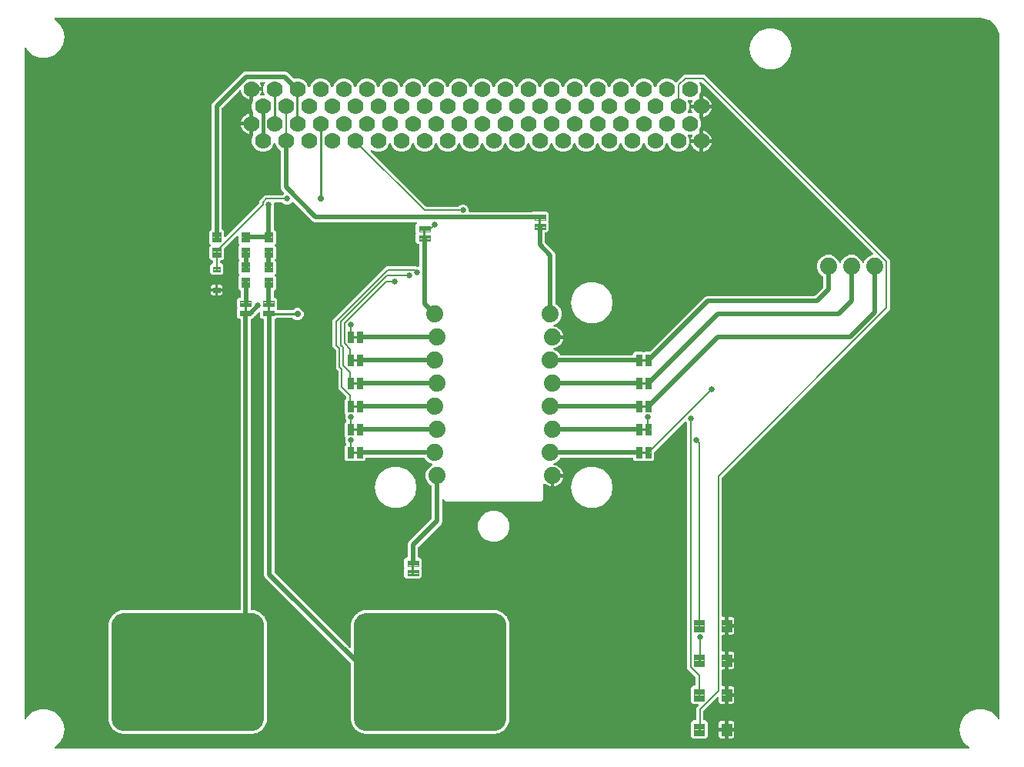
<source format=gtl>
G04 EAGLE Gerber RS-274X export*
G75*
%MOMM*%
%FSLAX34Y34*%
%LPD*%
%INTop Copper*%
%IPPOS*%
%AMOC8*
5,1,8,0,0,1.08239X$1,22.5*%
G01*
%ADD10C,1.879600*%
%ADD11C,0.096000*%
%ADD12C,1.778000*%
%ADD13C,0.100000*%
%ADD14C,0.099059*%
%ADD15C,0.100800*%
%ADD16C,0.508000*%
%ADD17C,0.203200*%
%ADD18C,0.177800*%
%ADD19C,0.655600*%
%ADD20C,0.254000*%
%ADD21C,0.381000*%
%ADD22C,0.736600*%

G36*
X1132437Y67829D02*
X1132437Y67829D01*
X1132511Y67829D01*
X1132577Y67849D01*
X1132646Y67859D01*
X1132713Y67889D01*
X1132784Y67909D01*
X1132842Y67946D01*
X1132905Y67975D01*
X1132962Y68022D01*
X1133024Y68062D01*
X1133070Y68114D01*
X1133122Y68158D01*
X1133163Y68220D01*
X1133212Y68275D01*
X1133242Y68337D01*
X1133280Y68395D01*
X1133302Y68465D01*
X1133334Y68532D01*
X1133345Y68600D01*
X1133366Y68666D01*
X1133368Y68740D01*
X1133380Y68812D01*
X1133371Y68881D01*
X1133373Y68950D01*
X1133354Y69021D01*
X1133346Y69095D01*
X1133319Y69158D01*
X1133301Y69225D01*
X1133264Y69289D01*
X1133235Y69356D01*
X1133197Y69401D01*
X1133156Y69470D01*
X1133067Y69554D01*
X1133017Y69612D01*
X1127615Y74144D01*
X1123629Y81049D01*
X1122245Y88900D01*
X1123629Y96751D01*
X1127615Y103655D01*
X1133722Y108780D01*
X1141214Y111507D01*
X1149186Y111507D01*
X1156678Y108780D01*
X1162785Y103656D01*
X1164387Y100881D01*
X1164399Y100865D01*
X1164407Y100848D01*
X1164486Y100754D01*
X1164562Y100657D01*
X1164578Y100646D01*
X1164591Y100631D01*
X1164693Y100562D01*
X1164792Y100491D01*
X1164811Y100484D01*
X1164827Y100473D01*
X1164945Y100436D01*
X1165060Y100394D01*
X1165080Y100393D01*
X1165098Y100387D01*
X1165221Y100384D01*
X1165344Y100376D01*
X1165363Y100380D01*
X1165382Y100380D01*
X1165501Y100411D01*
X1165621Y100437D01*
X1165639Y100447D01*
X1165657Y100452D01*
X1165763Y100514D01*
X1165871Y100573D01*
X1165885Y100587D01*
X1165902Y100597D01*
X1165986Y100687D01*
X1166073Y100773D01*
X1166083Y100790D01*
X1166096Y100804D01*
X1166152Y100914D01*
X1166212Y101021D01*
X1166217Y101040D01*
X1166226Y101057D01*
X1166238Y101130D01*
X1166277Y101298D01*
X1166275Y101349D01*
X1166281Y101389D01*
X1166281Y850900D01*
X1166275Y850944D01*
X1166278Y850980D01*
X1166031Y854119D01*
X1165996Y854277D01*
X1165985Y854353D01*
X1164045Y860323D01*
X1163920Y860579D01*
X1163907Y860593D01*
X1163900Y860607D01*
X1160210Y865686D01*
X1160012Y865890D01*
X1159996Y865899D01*
X1159986Y865910D01*
X1154907Y869600D01*
X1154655Y869734D01*
X1154637Y869737D01*
X1154623Y869745D01*
X1148653Y871685D01*
X1148579Y871698D01*
X1148507Y871720D01*
X1148457Y871722D01*
X1148419Y871731D01*
X1145280Y871978D01*
X1145235Y871975D01*
X1145200Y871981D01*
X127136Y871981D01*
X127063Y871971D01*
X126989Y871971D01*
X126923Y871951D01*
X126854Y871941D01*
X126787Y871911D01*
X126716Y871891D01*
X126658Y871854D01*
X126595Y871825D01*
X126538Y871778D01*
X126476Y871738D01*
X126430Y871686D01*
X126378Y871642D01*
X126337Y871580D01*
X126288Y871525D01*
X126258Y871463D01*
X126220Y871405D01*
X126198Y871335D01*
X126166Y871268D01*
X126155Y871200D01*
X126134Y871134D01*
X126132Y871060D01*
X126120Y870988D01*
X126129Y870919D01*
X126127Y870850D01*
X126146Y870779D01*
X126154Y870705D01*
X126181Y870642D01*
X126199Y870575D01*
X126236Y870511D01*
X126265Y870444D01*
X126303Y870399D01*
X126344Y870330D01*
X126433Y870246D01*
X126483Y870188D01*
X131885Y865656D01*
X135871Y858751D01*
X137255Y850900D01*
X135871Y843049D01*
X131885Y836145D01*
X125778Y831020D01*
X118286Y828293D01*
X110314Y828293D01*
X102822Y831020D01*
X96715Y836144D01*
X95113Y838919D01*
X95101Y838935D01*
X95093Y838952D01*
X95054Y838998D01*
X95036Y839029D01*
X95002Y839061D01*
X94938Y839143D01*
X94922Y839154D01*
X94909Y839169D01*
X94831Y839222D01*
X94829Y839224D01*
X94825Y839226D01*
X94807Y839238D01*
X94708Y839309D01*
X94689Y839316D01*
X94673Y839327D01*
X94555Y839364D01*
X94440Y839406D01*
X94420Y839407D01*
X94402Y839413D01*
X94279Y839416D01*
X94156Y839424D01*
X94137Y839420D01*
X94118Y839420D01*
X93999Y839389D01*
X93879Y839363D01*
X93861Y839353D01*
X93843Y839348D01*
X93737Y839286D01*
X93629Y839227D01*
X93615Y839213D01*
X93598Y839203D01*
X93514Y839113D01*
X93427Y839027D01*
X93417Y839010D01*
X93404Y838996D01*
X93348Y838886D01*
X93288Y838779D01*
X93283Y838760D01*
X93274Y838743D01*
X93262Y838670D01*
X93248Y838609D01*
X93233Y838561D01*
X93232Y838542D01*
X93223Y838502D01*
X93225Y838451D01*
X93219Y838411D01*
X93219Y101389D01*
X93221Y101369D01*
X93219Y101350D01*
X93241Y101229D01*
X93259Y101107D01*
X93267Y101089D01*
X93270Y101070D01*
X93325Y100960D01*
X93375Y100848D01*
X93387Y100833D01*
X93396Y100815D01*
X93479Y100724D01*
X93558Y100631D01*
X93575Y100620D01*
X93588Y100605D01*
X93693Y100541D01*
X93795Y100473D01*
X93814Y100467D01*
X93830Y100457D01*
X93949Y100424D01*
X94066Y100387D01*
X94086Y100387D01*
X94105Y100382D01*
X94227Y100383D01*
X94350Y100380D01*
X94369Y100385D01*
X94389Y100385D01*
X94507Y100421D01*
X94625Y100452D01*
X94642Y100462D01*
X94661Y100467D01*
X94764Y100534D01*
X94870Y100597D01*
X94883Y100611D01*
X94900Y100622D01*
X94946Y100679D01*
X95064Y100804D01*
X95088Y100850D01*
X95113Y100881D01*
X96715Y103655D01*
X102822Y108780D01*
X110314Y111507D01*
X118286Y111507D01*
X125778Y108780D01*
X131885Y103656D01*
X135871Y96751D01*
X137255Y88900D01*
X135871Y81049D01*
X131885Y74145D01*
X126483Y69612D01*
X126434Y69557D01*
X126378Y69509D01*
X126339Y69452D01*
X126293Y69400D01*
X126261Y69334D01*
X126220Y69273D01*
X126199Y69207D01*
X126169Y69144D01*
X126156Y69072D01*
X126134Y69002D01*
X126132Y68933D01*
X126121Y68864D01*
X126129Y68791D01*
X126127Y68718D01*
X126144Y68651D01*
X126152Y68582D01*
X126180Y68514D01*
X126199Y68443D01*
X126234Y68383D01*
X126261Y68319D01*
X126306Y68261D01*
X126344Y68198D01*
X126395Y68151D01*
X126438Y68097D01*
X126498Y68054D01*
X126551Y68004D01*
X126613Y67972D01*
X126670Y67932D01*
X126739Y67908D01*
X126804Y67874D01*
X126863Y67864D01*
X126938Y67838D01*
X127060Y67831D01*
X127136Y67819D01*
X1132364Y67819D01*
X1132437Y67829D01*
G37*
%LPC*%
G36*
X828918Y78851D02*
X828918Y78851D01*
X826851Y80918D01*
X826851Y96882D01*
X828918Y98949D01*
X831596Y98949D01*
X831654Y98957D01*
X831712Y98955D01*
X831794Y98977D01*
X831878Y98989D01*
X831931Y99012D01*
X831987Y99027D01*
X832060Y99070D01*
X832137Y99105D01*
X832182Y99143D01*
X832232Y99172D01*
X832290Y99234D01*
X832354Y99288D01*
X832386Y99337D01*
X832426Y99380D01*
X832465Y99455D01*
X832512Y99525D01*
X832529Y99581D01*
X832556Y99633D01*
X832567Y99701D01*
X832597Y99796D01*
X832600Y99896D01*
X832611Y99964D01*
X832611Y112756D01*
X835073Y115218D01*
X835091Y115242D01*
X835113Y115261D01*
X835176Y115355D01*
X835244Y115445D01*
X835255Y115473D01*
X835271Y115497D01*
X835305Y115605D01*
X835345Y115711D01*
X835348Y115740D01*
X835357Y115768D01*
X835360Y115882D01*
X835369Y115994D01*
X835363Y116023D01*
X835364Y116052D01*
X835335Y116162D01*
X835313Y116273D01*
X835300Y116299D01*
X835292Y116327D01*
X835234Y116425D01*
X835182Y116525D01*
X835162Y116547D01*
X835147Y116572D01*
X835064Y116649D01*
X834986Y116731D01*
X834961Y116746D01*
X834940Y116766D01*
X834839Y116818D01*
X834741Y116875D01*
X834713Y116882D01*
X834687Y116896D01*
X834609Y116909D01*
X834466Y116945D01*
X834403Y116943D01*
X834355Y116951D01*
X828918Y116951D01*
X826851Y119018D01*
X826851Y134982D01*
X828918Y137049D01*
X830707Y137049D01*
X830765Y137057D01*
X830823Y137055D01*
X830905Y137077D01*
X830989Y137089D01*
X831042Y137112D01*
X831098Y137127D01*
X831171Y137170D01*
X831248Y137205D01*
X831293Y137243D01*
X831343Y137272D01*
X831401Y137334D01*
X831465Y137388D01*
X831497Y137437D01*
X831537Y137480D01*
X831576Y137555D01*
X831623Y137625D01*
X831640Y137681D01*
X831667Y137733D01*
X831678Y137801D01*
X831708Y137896D01*
X831711Y137996D01*
X831722Y138064D01*
X831722Y146411D01*
X831710Y146498D01*
X831707Y146585D01*
X831690Y146638D01*
X831682Y146693D01*
X831647Y146773D01*
X831620Y146856D01*
X831592Y146895D01*
X831566Y146952D01*
X831470Y147066D01*
X831425Y147129D01*
X822832Y155722D01*
X822832Y425735D01*
X822820Y425821D01*
X822817Y425909D01*
X822800Y425962D01*
X822792Y426016D01*
X822757Y426096D01*
X822730Y426179D01*
X822702Y426219D01*
X822676Y426276D01*
X822580Y426389D01*
X822535Y426453D01*
X821354Y427634D01*
X821307Y427669D01*
X821267Y427712D01*
X821194Y427754D01*
X821126Y427805D01*
X821072Y427826D01*
X821021Y427855D01*
X820940Y427876D01*
X820861Y427906D01*
X820802Y427911D01*
X820746Y427925D01*
X820662Y427923D01*
X820577Y427930D01*
X820520Y427918D01*
X820462Y427916D01*
X820381Y427890D01*
X820299Y427874D01*
X820247Y427847D01*
X820191Y427829D01*
X820135Y427789D01*
X820046Y427743D01*
X819974Y427674D01*
X819918Y427634D01*
X786555Y394271D01*
X786503Y394202D01*
X786443Y394138D01*
X786417Y394088D01*
X786384Y394044D01*
X786353Y393962D01*
X786313Y393884D01*
X786305Y393837D01*
X786283Y393778D01*
X786271Y393631D01*
X786258Y393553D01*
X786258Y386377D01*
X784182Y384301D01*
X775632Y384301D01*
X775418Y384516D01*
X775371Y384551D01*
X775331Y384593D01*
X775258Y384636D01*
X775191Y384687D01*
X775136Y384707D01*
X775086Y384737D01*
X775004Y384758D01*
X774925Y384788D01*
X774867Y384793D01*
X774810Y384807D01*
X774726Y384804D01*
X774642Y384811D01*
X774584Y384800D01*
X774526Y384798D01*
X774446Y384772D01*
X774363Y384755D01*
X774311Y384729D01*
X774255Y384711D01*
X774199Y384670D01*
X774111Y384624D01*
X774038Y384556D01*
X773982Y384516D01*
X773768Y384301D01*
X765218Y384301D01*
X763142Y386377D01*
X763142Y387096D01*
X763134Y387154D01*
X763136Y387212D01*
X763114Y387294D01*
X763102Y387378D01*
X763079Y387431D01*
X763064Y387487D01*
X763021Y387560D01*
X762986Y387637D01*
X762948Y387682D01*
X762919Y387732D01*
X762857Y387790D01*
X762803Y387854D01*
X762754Y387886D01*
X762711Y387926D01*
X762636Y387965D01*
X762566Y388012D01*
X762510Y388029D01*
X762458Y388056D01*
X762390Y388067D01*
X762295Y388097D01*
X762195Y388100D01*
X762127Y388111D01*
X683666Y388111D01*
X683664Y388111D01*
X683663Y388111D01*
X683522Y388091D01*
X683384Y388071D01*
X683383Y388071D01*
X683381Y388071D01*
X683253Y388013D01*
X683125Y387955D01*
X683124Y387954D01*
X683122Y387953D01*
X683015Y387862D01*
X682908Y387772D01*
X682907Y387770D01*
X682906Y387769D01*
X682898Y387756D01*
X682750Y387535D01*
X682741Y387506D01*
X682728Y387485D01*
X682382Y386649D01*
X678881Y383148D01*
X676137Y382012D01*
X676132Y382009D01*
X676126Y382007D01*
X676009Y381936D01*
X675893Y381867D01*
X675888Y381863D01*
X675883Y381860D01*
X675791Y381759D01*
X675697Y381661D01*
X675695Y381655D01*
X675690Y381651D01*
X675630Y381529D01*
X675567Y381408D01*
X675566Y381402D01*
X675563Y381396D01*
X675539Y381263D01*
X675512Y381129D01*
X675513Y381123D01*
X675512Y381117D01*
X675525Y380980D01*
X675537Y380846D01*
X675539Y380840D01*
X675539Y380834D01*
X675590Y380707D01*
X675639Y380581D01*
X675642Y380576D01*
X675645Y380570D01*
X675728Y380463D01*
X675810Y380354D01*
X675815Y380350D01*
X675819Y380345D01*
X675929Y380265D01*
X676038Y380184D01*
X676044Y380181D01*
X676049Y380178D01*
X676090Y380164D01*
X676304Y380083D01*
X676340Y380080D01*
X676367Y380071D01*
X677166Y379945D01*
X678953Y379364D01*
X680627Y378511D01*
X682148Y377406D01*
X683476Y376078D01*
X684581Y374557D01*
X685434Y372883D01*
X686015Y371096D01*
X686136Y370331D01*
X675386Y370331D01*
X675328Y370323D01*
X675270Y370325D01*
X675188Y370303D01*
X675105Y370291D01*
X675051Y370267D01*
X674995Y370253D01*
X674922Y370210D01*
X674845Y370175D01*
X674801Y370137D01*
X674750Y370107D01*
X674693Y370046D01*
X674628Y369991D01*
X674596Y369943D01*
X674556Y369900D01*
X674517Y369825D01*
X674471Y369755D01*
X674453Y369699D01*
X674426Y369647D01*
X674415Y369579D01*
X674385Y369484D01*
X674382Y369384D01*
X674371Y369316D01*
X674371Y368299D01*
X673354Y368299D01*
X673296Y368291D01*
X673238Y368292D01*
X673156Y368271D01*
X673073Y368259D01*
X673019Y368235D01*
X672963Y368221D01*
X672890Y368178D01*
X672813Y368143D01*
X672768Y368105D01*
X672718Y368075D01*
X672660Y368014D01*
X672596Y367959D01*
X672564Y367911D01*
X672524Y367868D01*
X672485Y367793D01*
X672439Y367723D01*
X672421Y367667D01*
X672394Y367615D01*
X672383Y367547D01*
X672353Y367452D01*
X672350Y367352D01*
X672339Y367284D01*
X672339Y356534D01*
X671574Y356655D01*
X669787Y357236D01*
X668113Y358089D01*
X666592Y359194D01*
X665998Y359788D01*
X665975Y359806D01*
X665956Y359828D01*
X665861Y359891D01*
X665771Y359959D01*
X665743Y359969D01*
X665719Y359986D01*
X665611Y360020D01*
X665505Y360060D01*
X665476Y360063D01*
X665448Y360072D01*
X665335Y360074D01*
X665222Y360084D01*
X665193Y360078D01*
X665164Y360079D01*
X665054Y360050D01*
X664943Y360028D01*
X664917Y360014D01*
X664889Y360007D01*
X664792Y359949D01*
X664691Y359897D01*
X664669Y359877D01*
X664644Y359862D01*
X664567Y359779D01*
X664485Y359701D01*
X664470Y359676D01*
X664450Y359654D01*
X664398Y359553D01*
X664341Y359456D01*
X664334Y359427D01*
X664320Y359401D01*
X664307Y359324D01*
X664271Y359180D01*
X664273Y359118D01*
X664265Y359070D01*
X664265Y342566D01*
X661884Y340185D01*
X556916Y340185D01*
X554692Y342410D01*
X554668Y342427D01*
X554649Y342450D01*
X554555Y342513D01*
X554465Y342581D01*
X554437Y342591D01*
X554413Y342607D01*
X554305Y342642D01*
X554199Y342682D01*
X554170Y342684D01*
X554142Y342693D01*
X554028Y342696D01*
X553916Y342706D01*
X553887Y342700D01*
X553858Y342701D01*
X553748Y342672D01*
X553637Y342650D01*
X553611Y342636D01*
X553583Y342629D01*
X553485Y342571D01*
X553385Y342519D01*
X553363Y342498D01*
X553338Y342483D01*
X553261Y342401D01*
X553179Y342323D01*
X553164Y342298D01*
X553144Y342276D01*
X553092Y342175D01*
X553035Y342078D01*
X553028Y342049D01*
X553014Y342023D01*
X553001Y341946D01*
X552965Y341802D01*
X552967Y341740D01*
X552959Y341692D01*
X552959Y317658D01*
X552108Y315604D01*
X526586Y290082D01*
X526534Y290013D01*
X526474Y289949D01*
X526448Y289899D01*
X526415Y289855D01*
X526384Y289774D01*
X526344Y289696D01*
X526336Y289648D01*
X526314Y289590D01*
X526302Y289442D01*
X526289Y289365D01*
X526289Y279273D01*
X526297Y279215D01*
X526295Y279157D01*
X526317Y279075D01*
X526329Y278991D01*
X526352Y278938D01*
X526367Y278882D01*
X526410Y278809D01*
X526445Y278732D01*
X526483Y278687D01*
X526512Y278637D01*
X526574Y278579D01*
X526628Y278515D01*
X526677Y278483D01*
X526720Y278443D01*
X526795Y278404D01*
X526865Y278357D01*
X526921Y278340D01*
X526973Y278313D01*
X527041Y278302D01*
X527136Y278272D01*
X527236Y278269D01*
X527304Y278258D01*
X528023Y278258D01*
X530099Y276182D01*
X530099Y267632D01*
X529884Y267418D01*
X529849Y267371D01*
X529807Y267331D01*
X529764Y267258D01*
X529713Y267191D01*
X529693Y267136D01*
X529663Y267086D01*
X529642Y267004D01*
X529612Y266925D01*
X529607Y266867D01*
X529593Y266810D01*
X529596Y266726D01*
X529589Y266642D01*
X529600Y266584D01*
X529602Y266526D01*
X529628Y266446D01*
X529645Y266363D01*
X529671Y266311D01*
X529689Y266255D01*
X529730Y266199D01*
X529776Y266111D01*
X529844Y266038D01*
X529884Y265982D01*
X530099Y265768D01*
X530099Y257218D01*
X528023Y255142D01*
X513377Y255142D01*
X511301Y257218D01*
X511301Y265768D01*
X511516Y265982D01*
X511551Y266029D01*
X511593Y266069D01*
X511636Y266142D01*
X511687Y266209D01*
X511707Y266264D01*
X511737Y266314D01*
X511758Y266396D01*
X511788Y266475D01*
X511793Y266533D01*
X511807Y266590D01*
X511804Y266674D01*
X511811Y266758D01*
X511800Y266816D01*
X511798Y266874D01*
X511772Y266954D01*
X511755Y267037D01*
X511729Y267089D01*
X511711Y267145D01*
X511671Y267201D01*
X511625Y267289D01*
X511556Y267362D01*
X511516Y267418D01*
X511301Y267632D01*
X511301Y276182D01*
X513377Y278258D01*
X514096Y278258D01*
X514154Y278266D01*
X514212Y278264D01*
X514294Y278286D01*
X514378Y278298D01*
X514431Y278321D01*
X514487Y278336D01*
X514560Y278379D01*
X514637Y278414D01*
X514682Y278452D01*
X514732Y278481D01*
X514790Y278543D01*
X514854Y278597D01*
X514886Y278646D01*
X514926Y278689D01*
X514965Y278764D01*
X515012Y278834D01*
X515029Y278890D01*
X515056Y278942D01*
X515067Y279010D01*
X515097Y279105D01*
X515100Y279205D01*
X515111Y279273D01*
X515111Y293212D01*
X515962Y295266D01*
X541484Y320788D01*
X541536Y320857D01*
X541596Y320921D01*
X541622Y320971D01*
X541655Y321015D01*
X541686Y321096D01*
X541726Y321174D01*
X541734Y321222D01*
X541756Y321280D01*
X541768Y321428D01*
X541781Y321505D01*
X541781Y356464D01*
X541781Y356466D01*
X541781Y356467D01*
X541762Y356603D01*
X541741Y356746D01*
X541741Y356747D01*
X541741Y356749D01*
X541683Y356877D01*
X541625Y357005D01*
X541624Y357006D01*
X541623Y357008D01*
X541532Y357115D01*
X541442Y357222D01*
X541440Y357223D01*
X541439Y357224D01*
X541426Y357232D01*
X541205Y357380D01*
X541176Y357389D01*
X541155Y357402D01*
X540319Y357748D01*
X536818Y361249D01*
X534923Y365824D01*
X534923Y370776D01*
X536818Y375351D01*
X540319Y378852D01*
X541971Y379536D01*
X541996Y379551D01*
X542024Y379560D01*
X542119Y379623D01*
X542216Y379680D01*
X542236Y379702D01*
X542261Y379718D01*
X542334Y379805D01*
X542411Y379887D01*
X542425Y379913D01*
X542444Y379936D01*
X542490Y380039D01*
X542541Y380140D01*
X542547Y380169D01*
X542559Y380195D01*
X542575Y380308D01*
X542596Y380419D01*
X542594Y380448D01*
X542598Y380477D01*
X542582Y380589D01*
X542572Y380702D01*
X542561Y380729D01*
X542557Y380758D01*
X542511Y380861D01*
X542470Y380967D01*
X542452Y380991D01*
X542440Y381018D01*
X542367Y381104D01*
X542298Y381194D01*
X542275Y381212D01*
X542256Y381234D01*
X542189Y381276D01*
X542071Y381364D01*
X542012Y381386D01*
X541971Y381412D01*
X537779Y383148D01*
X534278Y386649D01*
X533932Y387485D01*
X533931Y387486D01*
X533931Y387487D01*
X533860Y387608D01*
X533788Y387729D01*
X533787Y387730D01*
X533786Y387732D01*
X533682Y387829D01*
X533581Y387925D01*
X533580Y387925D01*
X533579Y387926D01*
X533453Y387991D01*
X533328Y388055D01*
X533327Y388055D01*
X533325Y388056D01*
X533311Y388058D01*
X533049Y388110D01*
X533019Y388107D01*
X532994Y388111D01*
X469773Y388111D01*
X469715Y388103D01*
X469657Y388105D01*
X469575Y388083D01*
X469491Y388071D01*
X469438Y388048D01*
X469382Y388033D01*
X469309Y387990D01*
X469232Y387955D01*
X469187Y387917D01*
X469137Y387888D01*
X469079Y387826D01*
X469015Y387772D01*
X468983Y387723D01*
X468943Y387680D01*
X468904Y387605D01*
X468857Y387535D01*
X468840Y387479D01*
X468813Y387427D01*
X468802Y387359D01*
X468772Y387264D01*
X468769Y387164D01*
X468758Y387096D01*
X468758Y386377D01*
X466682Y384301D01*
X458132Y384301D01*
X457918Y384516D01*
X457871Y384551D01*
X457831Y384593D01*
X457758Y384636D01*
X457691Y384687D01*
X457636Y384707D01*
X457586Y384737D01*
X457504Y384758D01*
X457425Y384788D01*
X457367Y384793D01*
X457310Y384807D01*
X457226Y384804D01*
X457142Y384811D01*
X457084Y384800D01*
X457026Y384798D01*
X456946Y384772D01*
X456863Y384755D01*
X456811Y384729D01*
X456755Y384711D01*
X456699Y384670D01*
X456611Y384624D01*
X456538Y384556D01*
X456482Y384516D01*
X456268Y384301D01*
X447718Y384301D01*
X445642Y386377D01*
X445642Y401023D01*
X446968Y402349D01*
X446969Y402350D01*
X446971Y402351D01*
X447055Y402464D01*
X447139Y402576D01*
X447140Y402577D01*
X447141Y402579D01*
X447190Y402709D01*
X447240Y402842D01*
X447241Y402843D01*
X447241Y402845D01*
X447253Y402988D01*
X447264Y403125D01*
X447264Y403126D01*
X447264Y403128D01*
X447260Y403144D01*
X447208Y403404D01*
X447194Y403431D01*
X447188Y403455D01*
X446174Y405904D01*
X446174Y408420D01*
X446742Y409791D01*
X446742Y409793D01*
X446743Y409794D01*
X446777Y409927D01*
X446813Y410067D01*
X446813Y410068D01*
X446813Y410070D01*
X446809Y410210D01*
X446805Y410351D01*
X446804Y410352D01*
X446804Y410354D01*
X446760Y410490D01*
X446718Y410621D01*
X446717Y410623D01*
X446717Y410624D01*
X446708Y410637D01*
X446560Y410858D01*
X446536Y410877D01*
X446522Y410898D01*
X445642Y411777D01*
X445642Y426423D01*
X447140Y427921D01*
X447175Y427967D01*
X447218Y428008D01*
X447260Y428080D01*
X447311Y428148D01*
X447332Y428202D01*
X447361Y428253D01*
X447382Y428334D01*
X447412Y428413D01*
X447417Y428472D01*
X447432Y428528D01*
X447429Y428613D01*
X447436Y428697D01*
X447424Y428754D01*
X447423Y428813D01*
X447397Y428893D01*
X447380Y428976D01*
X447353Y429027D01*
X447335Y429083D01*
X447295Y429139D01*
X447249Y429228D01*
X447180Y429300D01*
X447140Y429356D01*
X447137Y429359D01*
X446174Y431685D01*
X446174Y434201D01*
X446630Y435303D01*
X446631Y435304D01*
X446632Y435306D01*
X446665Y435439D01*
X446701Y435578D01*
X446701Y435580D01*
X446702Y435581D01*
X446697Y435719D01*
X446693Y435862D01*
X446693Y435864D01*
X446693Y435865D01*
X446650Y435998D01*
X446607Y436133D01*
X446606Y436134D01*
X446605Y436136D01*
X446597Y436148D01*
X446448Y436369D01*
X446425Y436389D01*
X446410Y436409D01*
X445642Y437177D01*
X445642Y451823D01*
X447377Y453557D01*
X447429Y453627D01*
X447489Y453691D01*
X447515Y453740D01*
X447548Y453785D01*
X447579Y453866D01*
X447619Y453944D01*
X447627Y453992D01*
X447649Y454050D01*
X447661Y454198D01*
X447674Y454275D01*
X447674Y454894D01*
X447662Y454981D01*
X447659Y455068D01*
X447642Y455121D01*
X447634Y455176D01*
X447599Y455256D01*
X447572Y455339D01*
X447544Y455378D01*
X447518Y455435D01*
X447422Y455549D01*
X447377Y455612D01*
X438784Y464205D01*
X438784Y483342D01*
X438772Y483429D01*
X438769Y483516D01*
X438752Y483569D01*
X438744Y483624D01*
X438709Y483704D01*
X438682Y483787D01*
X438654Y483826D01*
X438628Y483883D01*
X438532Y483997D01*
X438487Y484060D01*
X436117Y486430D01*
X436117Y506456D01*
X436110Y506507D01*
X436111Y506523D01*
X436105Y506545D01*
X436102Y506630D01*
X436085Y506683D01*
X436077Y506738D01*
X436042Y506818D01*
X436015Y506901D01*
X435987Y506940D01*
X435961Y506997D01*
X435865Y507111D01*
X435820Y507174D01*
X432561Y510433D01*
X432561Y539476D01*
X491764Y598679D01*
X524369Y598679D01*
X524413Y598646D01*
X524477Y598586D01*
X524527Y598560D01*
X524571Y598527D01*
X524653Y598496D01*
X524731Y598456D01*
X524778Y598448D01*
X524837Y598426D01*
X524984Y598414D01*
X525062Y598401D01*
X526796Y598401D01*
X526854Y598409D01*
X526912Y598407D01*
X526994Y598429D01*
X527078Y598441D01*
X527131Y598464D01*
X527187Y598479D01*
X527260Y598522D01*
X527337Y598557D01*
X527382Y598595D01*
X527432Y598624D01*
X527490Y598686D01*
X527554Y598740D01*
X527586Y598789D01*
X527626Y598832D01*
X527665Y598907D01*
X527712Y598977D01*
X527729Y599033D01*
X527756Y599085D01*
X527767Y599153D01*
X527797Y599248D01*
X527800Y599348D01*
X527811Y599416D01*
X527811Y622427D01*
X527803Y622485D01*
X527805Y622543D01*
X527783Y622625D01*
X527771Y622709D01*
X527748Y622762D01*
X527733Y622818D01*
X527690Y622891D01*
X527655Y622968D01*
X527617Y623013D01*
X527588Y623063D01*
X527526Y623121D01*
X527472Y623185D01*
X527423Y623217D01*
X527380Y623257D01*
X527305Y623296D01*
X527235Y623343D01*
X527179Y623360D01*
X527127Y623387D01*
X527059Y623398D01*
X526964Y623428D01*
X526864Y623431D01*
X526796Y623442D01*
X526077Y623442D01*
X524001Y625518D01*
X524001Y634068D01*
X524216Y634282D01*
X524251Y634329D01*
X524293Y634369D01*
X524336Y634442D01*
X524387Y634509D01*
X524407Y634564D01*
X524437Y634614D01*
X524458Y634696D01*
X524488Y634775D01*
X524493Y634833D01*
X524507Y634890D01*
X524504Y634974D01*
X524511Y635058D01*
X524500Y635116D01*
X524498Y635174D01*
X524472Y635254D01*
X524455Y635337D01*
X524429Y635389D01*
X524411Y635445D01*
X524370Y635501D01*
X524324Y635589D01*
X524256Y635662D01*
X524216Y635718D01*
X524001Y635932D01*
X524001Y644482D01*
X525105Y645585D01*
X525122Y645609D01*
X525145Y645628D01*
X525208Y645722D01*
X525276Y645812D01*
X525286Y645840D01*
X525302Y645864D01*
X525337Y645972D01*
X525377Y646078D01*
X525379Y646107D01*
X525388Y646135D01*
X525391Y646249D01*
X525400Y646361D01*
X525395Y646390D01*
X525395Y646419D01*
X525367Y646529D01*
X525345Y646640D01*
X525331Y646666D01*
X525324Y646694D01*
X525266Y646792D01*
X525214Y646892D01*
X525193Y646914D01*
X525178Y646939D01*
X525096Y647016D01*
X525018Y647098D01*
X524992Y647113D01*
X524971Y647133D01*
X524870Y647185D01*
X524772Y647242D01*
X524744Y647249D01*
X524718Y647263D01*
X524641Y647276D01*
X524497Y647312D01*
X524434Y647310D01*
X524387Y647318D01*
X412781Y647318D01*
X410727Y648169D01*
X409012Y649884D01*
X389257Y669640D01*
X389165Y669709D01*
X389077Y669783D01*
X389052Y669794D01*
X389030Y669811D01*
X388922Y669851D01*
X388817Y669898D01*
X388790Y669902D01*
X388764Y669912D01*
X388650Y669921D01*
X388536Y669937D01*
X388508Y669933D01*
X388481Y669935D01*
X388368Y669913D01*
X388254Y669896D01*
X388229Y669885D01*
X388202Y669879D01*
X388100Y669827D01*
X387995Y669779D01*
X387974Y669761D01*
X387950Y669748D01*
X387866Y669670D01*
X387779Y669595D01*
X387766Y669574D01*
X387743Y669553D01*
X387667Y669423D01*
X385854Y667609D01*
X383528Y666646D01*
X381012Y666646D01*
X378686Y667609D01*
X377558Y668738D01*
X377488Y668790D01*
X377424Y668850D01*
X377375Y668876D01*
X377331Y668909D01*
X377249Y668940D01*
X377171Y668980D01*
X377123Y668988D01*
X377065Y669010D01*
X376917Y669022D01*
X376840Y669035D01*
X369165Y669035D01*
X369107Y669027D01*
X369049Y669029D01*
X368967Y669007D01*
X368883Y668995D01*
X368830Y668972D01*
X368774Y668957D01*
X368701Y668914D01*
X368624Y668879D01*
X368579Y668841D01*
X368529Y668812D01*
X368471Y668750D01*
X368407Y668696D01*
X368375Y668647D01*
X368335Y668604D01*
X368296Y668529D01*
X368249Y668459D01*
X368232Y668403D01*
X368205Y668351D01*
X368194Y668283D01*
X368164Y668188D01*
X368161Y668088D01*
X368150Y668020D01*
X368150Y665492D01*
X367489Y663896D01*
X367481Y663866D01*
X367467Y663839D01*
X367454Y663761D01*
X367418Y663621D01*
X367420Y663557D01*
X367412Y663508D01*
X367412Y640277D01*
X367424Y640191D01*
X367427Y640103D01*
X367444Y640051D01*
X367452Y639996D01*
X367487Y639916D01*
X367514Y639833D01*
X367542Y639794D01*
X367568Y639737D01*
X367664Y639623D01*
X367709Y639560D01*
X369999Y637270D01*
X369999Y624330D01*
X368687Y623018D01*
X368651Y622971D01*
X368609Y622931D01*
X368566Y622858D01*
X368516Y622791D01*
X368495Y622736D01*
X368465Y622686D01*
X368445Y622604D01*
X368414Y622525D01*
X368410Y622467D01*
X368395Y622410D01*
X368398Y622326D01*
X368391Y622242D01*
X368402Y622184D01*
X368404Y622126D01*
X368430Y622046D01*
X368447Y621963D01*
X368474Y621911D01*
X368492Y621855D01*
X368532Y621799D01*
X368578Y621711D01*
X368646Y621638D01*
X368687Y621582D01*
X369999Y620270D01*
X369999Y607330D01*
X369177Y606508D01*
X369141Y606461D01*
X369099Y606421D01*
X369056Y606348D01*
X369006Y606281D01*
X368985Y606226D01*
X368955Y606176D01*
X368935Y606094D01*
X368904Y606015D01*
X368900Y605957D01*
X368885Y605900D01*
X368888Y605816D01*
X368881Y605732D01*
X368892Y605674D01*
X368894Y605616D01*
X368920Y605536D01*
X368937Y605453D01*
X368964Y605401D01*
X368982Y605345D01*
X369022Y605289D01*
X369068Y605201D01*
X369136Y605128D01*
X369177Y605072D01*
X369999Y604250D01*
X369999Y591310D01*
X368687Y589998D01*
X368651Y589951D01*
X368609Y589911D01*
X368566Y589838D01*
X368516Y589771D01*
X368495Y589716D01*
X368465Y589666D01*
X368445Y589584D01*
X368414Y589505D01*
X368410Y589447D01*
X368395Y589390D01*
X368398Y589306D01*
X368391Y589222D01*
X368402Y589164D01*
X368404Y589106D01*
X368430Y589026D01*
X368447Y588943D01*
X368474Y588891D01*
X368492Y588835D01*
X368532Y588779D01*
X368578Y588691D01*
X368646Y588618D01*
X368687Y588562D01*
X369999Y587250D01*
X369999Y574310D01*
X367709Y572020D01*
X367657Y571951D01*
X367597Y571887D01*
X367571Y571837D01*
X367538Y571793D01*
X367507Y571712D01*
X367467Y571634D01*
X367459Y571586D01*
X367437Y571528D01*
X367425Y571380D01*
X367412Y571303D01*
X367412Y565023D01*
X367420Y564965D01*
X367418Y564907D01*
X367440Y564825D01*
X367452Y564741D01*
X367475Y564688D01*
X367490Y564632D01*
X367533Y564559D01*
X367568Y564482D01*
X367606Y564437D01*
X367635Y564387D01*
X367697Y564329D01*
X367751Y564265D01*
X367800Y564233D01*
X367843Y564193D01*
X367918Y564154D01*
X367988Y564107D01*
X368044Y564090D01*
X368096Y564063D01*
X368164Y564052D01*
X368259Y564022D01*
X368359Y564019D01*
X368427Y564008D01*
X369273Y564008D01*
X371349Y561932D01*
X371349Y553382D01*
X371134Y553168D01*
X371099Y553121D01*
X371057Y553081D01*
X371014Y553008D01*
X370963Y552941D01*
X370943Y552886D01*
X370913Y552836D01*
X370892Y552754D01*
X370862Y552675D01*
X370857Y552617D01*
X370843Y552560D01*
X370846Y552476D01*
X370839Y552392D01*
X370850Y552334D01*
X370852Y552276D01*
X370878Y552196D01*
X370895Y552113D01*
X370921Y552061D01*
X370939Y552005D01*
X370980Y551949D01*
X371026Y551861D01*
X371094Y551788D01*
X371134Y551732D01*
X371349Y551518D01*
X371349Y551434D01*
X371357Y551376D01*
X371355Y551318D01*
X371377Y551236D01*
X371389Y551152D01*
X371412Y551099D01*
X371427Y551043D01*
X371470Y550970D01*
X371505Y550893D01*
X371543Y550848D01*
X371572Y550798D01*
X371634Y550740D01*
X371688Y550676D01*
X371737Y550644D01*
X371780Y550604D01*
X371855Y550565D01*
X371925Y550518D01*
X371981Y550501D01*
X372033Y550474D01*
X372101Y550463D01*
X372196Y550433D01*
X372296Y550430D01*
X372364Y550419D01*
X388078Y550419D01*
X388165Y550431D01*
X388252Y550434D01*
X388305Y550451D01*
X388360Y550459D01*
X388439Y550494D01*
X388523Y550521D01*
X388562Y550549D01*
X388619Y550575D01*
X388732Y550671D01*
X388796Y550716D01*
X389887Y551807D01*
X392361Y552832D01*
X395039Y552832D01*
X397513Y551807D01*
X399407Y549913D01*
X400432Y547439D01*
X400432Y544761D01*
X399407Y542287D01*
X397513Y540393D01*
X395039Y539368D01*
X392361Y539368D01*
X389887Y540393D01*
X388796Y541484D01*
X388726Y541536D01*
X388662Y541596D01*
X388613Y541622D01*
X388569Y541655D01*
X388487Y541686D01*
X388409Y541726D01*
X388362Y541734D01*
X388303Y541756D01*
X388155Y541768D01*
X388078Y541781D01*
X370582Y541781D01*
X370496Y541769D01*
X370408Y541766D01*
X370355Y541749D01*
X370301Y541741D01*
X370221Y541706D01*
X370138Y541679D01*
X370098Y541651D01*
X370041Y541625D01*
X369928Y541529D01*
X369864Y541484D01*
X369266Y540885D01*
X369258Y540884D01*
X369200Y540886D01*
X369118Y540864D01*
X369034Y540852D01*
X368981Y540829D01*
X368925Y540814D01*
X368852Y540771D01*
X368775Y540736D01*
X368730Y540698D01*
X368680Y540669D01*
X368622Y540607D01*
X368558Y540553D01*
X368526Y540504D01*
X368486Y540461D01*
X368447Y540386D01*
X368400Y540316D01*
X368383Y540260D01*
X368356Y540208D01*
X368345Y540140D01*
X368315Y540045D01*
X368312Y539945D01*
X368301Y539877D01*
X368301Y262323D01*
X368313Y262237D01*
X368316Y262149D01*
X368333Y262097D01*
X368341Y262042D01*
X368376Y261962D01*
X368403Y261879D01*
X368431Y261840D01*
X368457Y261783D01*
X368553Y261669D01*
X368598Y261606D01*
X450894Y179310D01*
X450918Y179292D01*
X450937Y179269D01*
X451031Y179207D01*
X451121Y179139D01*
X451149Y179128D01*
X451173Y179112D01*
X451281Y179078D01*
X451387Y179037D01*
X451416Y179035D01*
X451444Y179026D01*
X451558Y179023D01*
X451670Y179014D01*
X451699Y179020D01*
X451728Y179019D01*
X451838Y179047D01*
X451949Y179070D01*
X451975Y179083D01*
X452003Y179091D01*
X452101Y179148D01*
X452201Y179201D01*
X452223Y179221D01*
X452248Y179236D01*
X452325Y179318D01*
X452407Y179396D01*
X452422Y179422D01*
X452442Y179443D01*
X452494Y179544D01*
X452551Y179642D01*
X452558Y179670D01*
X452572Y179696D01*
X452585Y179774D01*
X452621Y179917D01*
X452619Y179980D01*
X452627Y180027D01*
X452627Y201166D01*
X452621Y201209D01*
X452624Y201252D01*
X452601Y201349D01*
X452587Y201448D01*
X452570Y201487D01*
X452560Y201529D01*
X452521Y201595D01*
X452478Y201692D01*
X452623Y203356D01*
X452621Y203405D01*
X452627Y203444D01*
X452627Y204242D01*
X452614Y204338D01*
X452609Y204435D01*
X452595Y204473D01*
X452587Y204524D01*
X452517Y204681D01*
X452491Y204750D01*
X452486Y204759D01*
X452593Y205158D01*
X452601Y205230D01*
X452627Y205286D01*
X452849Y206117D01*
X452862Y206222D01*
X452880Y206291D01*
X452991Y207563D01*
X452989Y207616D01*
X452995Y207668D01*
X452985Y207724D01*
X452998Y207739D01*
X453038Y207822D01*
X453075Y207876D01*
X453615Y209033D01*
X453646Y209134D01*
X453676Y209200D01*
X454006Y210433D01*
X454012Y210485D01*
X454028Y210536D01*
X454028Y210593D01*
X454043Y210605D01*
X454097Y210680D01*
X454143Y210726D01*
X454875Y211772D01*
X454923Y211867D01*
X454964Y211926D01*
X455503Y213083D01*
X455519Y213134D01*
X455543Y213181D01*
X455552Y213237D01*
X455569Y213246D01*
X455636Y213310D01*
X455689Y213348D01*
X456592Y214251D01*
X456656Y214336D01*
X456671Y214351D01*
X456675Y214354D01*
X456676Y214357D01*
X456706Y214387D01*
X457438Y215433D01*
X457462Y215480D01*
X457494Y215522D01*
X457513Y215576D01*
X457532Y215582D01*
X457608Y215634D01*
X457667Y215662D01*
X458713Y216394D01*
X458791Y216466D01*
X458849Y216508D01*
X459752Y217411D01*
X459784Y217453D01*
X459823Y217489D01*
X459850Y217539D01*
X459870Y217541D01*
X459954Y217579D01*
X460017Y217597D01*
X461174Y218136D01*
X461263Y218194D01*
X461328Y218225D01*
X462374Y218957D01*
X462412Y218993D01*
X462457Y219022D01*
X462493Y219066D01*
X462512Y219065D01*
X462602Y219088D01*
X462667Y219094D01*
X463900Y219424D01*
X463998Y219466D01*
X464067Y219485D01*
X465224Y220025D01*
X465269Y220054D01*
X465317Y220074D01*
X465361Y220111D01*
X465380Y220107D01*
X465422Y220110D01*
X465444Y220106D01*
X465467Y220106D01*
X465502Y220111D01*
X465537Y220109D01*
X466809Y220220D01*
X466912Y220244D01*
X466983Y220251D01*
X467814Y220473D01*
X467880Y220501D01*
X467885Y220502D01*
X467942Y220507D01*
X468341Y220614D01*
X468350Y220609D01*
X468440Y220572D01*
X468527Y220528D01*
X468566Y220522D01*
X468614Y220502D01*
X468785Y220485D01*
X468858Y220473D01*
X469656Y220473D01*
X469705Y220480D01*
X469744Y220477D01*
X471417Y220623D01*
X471438Y220612D01*
X471522Y220560D01*
X471564Y220548D01*
X471603Y220528D01*
X471678Y220516D01*
X471796Y220482D01*
X471876Y220482D01*
X471934Y220473D01*
X607566Y220473D01*
X607609Y220479D01*
X607652Y220476D01*
X607749Y220499D01*
X607848Y220513D01*
X607887Y220530D01*
X607929Y220540D01*
X607995Y220579D01*
X608092Y220622D01*
X609756Y220477D01*
X609805Y220479D01*
X609844Y220473D01*
X610642Y220473D01*
X610738Y220486D01*
X610835Y220491D01*
X610873Y220505D01*
X610924Y220513D01*
X611081Y220583D01*
X611150Y220609D01*
X611159Y220614D01*
X611558Y220507D01*
X611630Y220499D01*
X611686Y220473D01*
X612517Y220251D01*
X612622Y220238D01*
X612691Y220220D01*
X613963Y220109D01*
X614006Y220111D01*
X614033Y220106D01*
X614056Y220106D01*
X614068Y220105D01*
X614124Y220115D01*
X614139Y220102D01*
X614222Y220062D01*
X614276Y220025D01*
X615433Y219485D01*
X615534Y219454D01*
X615600Y219424D01*
X616833Y219094D01*
X616885Y219088D01*
X616936Y219072D01*
X616993Y219072D01*
X617005Y219057D01*
X617080Y219003D01*
X617126Y218957D01*
X618172Y218225D01*
X618267Y218177D01*
X618326Y218136D01*
X619483Y217597D01*
X619534Y217581D01*
X619581Y217557D01*
X619637Y217548D01*
X619646Y217531D01*
X619710Y217464D01*
X619748Y217411D01*
X620651Y216508D01*
X620736Y216444D01*
X620787Y216394D01*
X621833Y215662D01*
X621880Y215638D01*
X621922Y215606D01*
X621976Y215587D01*
X621982Y215568D01*
X622034Y215492D01*
X622062Y215433D01*
X622794Y214387D01*
X622866Y214309D01*
X622908Y214251D01*
X623811Y213348D01*
X623853Y213316D01*
X623889Y213277D01*
X623939Y213250D01*
X623941Y213230D01*
X623979Y213146D01*
X623997Y213083D01*
X624536Y211926D01*
X624594Y211837D01*
X624625Y211772D01*
X625357Y210726D01*
X625393Y210688D01*
X625422Y210643D01*
X625466Y210607D01*
X625465Y210588D01*
X625488Y210498D01*
X625494Y210433D01*
X625824Y209200D01*
X625866Y209102D01*
X625885Y209033D01*
X626425Y207876D01*
X626454Y207831D01*
X626474Y207783D01*
X626511Y207739D01*
X626507Y207720D01*
X626514Y207628D01*
X626509Y207563D01*
X626620Y206291D01*
X626644Y206188D01*
X626650Y206117D01*
X626873Y205286D01*
X626901Y205220D01*
X626902Y205215D01*
X626907Y205158D01*
X627014Y204759D01*
X627009Y204750D01*
X626972Y204660D01*
X626928Y204573D01*
X626922Y204534D01*
X626902Y204486D01*
X626885Y204315D01*
X626873Y204242D01*
X626873Y203444D01*
X626880Y203395D01*
X626877Y203356D01*
X627023Y201683D01*
X627012Y201662D01*
X626960Y201578D01*
X626948Y201536D01*
X626928Y201497D01*
X626916Y201422D01*
X626882Y201304D01*
X626882Y201224D01*
X626873Y201166D01*
X626873Y103634D01*
X626879Y103591D01*
X626876Y103548D01*
X626899Y103451D01*
X626913Y103352D01*
X626930Y103313D01*
X626940Y103271D01*
X626979Y103205D01*
X627022Y103108D01*
X626877Y101444D01*
X626879Y101395D01*
X626873Y101356D01*
X626873Y100558D01*
X626886Y100462D01*
X626891Y100365D01*
X626905Y100327D01*
X626913Y100276D01*
X626983Y100119D01*
X627009Y100050D01*
X627014Y100041D01*
X626907Y99642D01*
X626899Y99570D01*
X626873Y99514D01*
X626650Y98683D01*
X626638Y98578D01*
X626620Y98509D01*
X626509Y97237D01*
X626511Y97184D01*
X626505Y97132D01*
X626515Y97076D01*
X626502Y97061D01*
X626462Y96978D01*
X626425Y96924D01*
X625885Y95767D01*
X625854Y95666D01*
X625824Y95600D01*
X625494Y94367D01*
X625488Y94315D01*
X625472Y94264D01*
X625472Y94207D01*
X625457Y94195D01*
X625403Y94120D01*
X625357Y94074D01*
X624625Y93028D01*
X624577Y92933D01*
X624536Y92874D01*
X623997Y91717D01*
X623981Y91666D01*
X623957Y91619D01*
X623948Y91563D01*
X623931Y91554D01*
X623864Y91490D01*
X623811Y91452D01*
X622908Y90549D01*
X622844Y90464D01*
X622794Y90413D01*
X622062Y89367D01*
X622038Y89320D01*
X622006Y89278D01*
X621987Y89224D01*
X621968Y89218D01*
X621892Y89166D01*
X621832Y89138D01*
X620787Y88406D01*
X620709Y88334D01*
X620651Y88292D01*
X619748Y87389D01*
X619716Y87347D01*
X619677Y87311D01*
X619650Y87261D01*
X619630Y87259D01*
X619546Y87221D01*
X619483Y87203D01*
X618326Y86664D01*
X618237Y86606D01*
X618172Y86575D01*
X617126Y85843D01*
X617088Y85807D01*
X617043Y85778D01*
X617007Y85734D01*
X616988Y85735D01*
X616898Y85712D01*
X616833Y85706D01*
X615600Y85376D01*
X615502Y85334D01*
X615433Y85315D01*
X614276Y84775D01*
X614231Y84746D01*
X614183Y84726D01*
X614139Y84689D01*
X614120Y84693D01*
X614028Y84686D01*
X613963Y84691D01*
X612691Y84580D01*
X612588Y84556D01*
X612517Y84549D01*
X611686Y84327D01*
X611620Y84299D01*
X611615Y84298D01*
X611558Y84293D01*
X611159Y84186D01*
X611150Y84191D01*
X611060Y84228D01*
X610973Y84272D01*
X610934Y84278D01*
X610886Y84298D01*
X610715Y84315D01*
X610642Y84327D01*
X609844Y84327D01*
X609795Y84320D01*
X609756Y84323D01*
X608083Y84177D01*
X608062Y84188D01*
X607978Y84240D01*
X607936Y84252D01*
X607897Y84272D01*
X607822Y84284D01*
X607704Y84318D01*
X607624Y84318D01*
X607566Y84327D01*
X471934Y84327D01*
X471891Y84321D01*
X471848Y84324D01*
X471751Y84301D01*
X471652Y84287D01*
X471613Y84270D01*
X471571Y84260D01*
X471505Y84221D01*
X471408Y84178D01*
X469744Y84323D01*
X469695Y84321D01*
X469656Y84327D01*
X468858Y84327D01*
X468762Y84314D01*
X468665Y84309D01*
X468627Y84295D01*
X468576Y84287D01*
X468419Y84217D01*
X468350Y84191D01*
X468341Y84186D01*
X467942Y84293D01*
X467870Y84301D01*
X467814Y84327D01*
X466983Y84549D01*
X466878Y84562D01*
X466809Y84580D01*
X465537Y84691D01*
X465484Y84689D01*
X465432Y84695D01*
X465376Y84685D01*
X465361Y84698D01*
X465278Y84738D01*
X465224Y84775D01*
X464067Y85315D01*
X463966Y85346D01*
X463900Y85376D01*
X462667Y85706D01*
X462615Y85712D01*
X462564Y85728D01*
X462507Y85728D01*
X462495Y85743D01*
X462420Y85797D01*
X462374Y85843D01*
X461328Y86575D01*
X461233Y86623D01*
X461174Y86664D01*
X460017Y87203D01*
X459966Y87219D01*
X459919Y87243D01*
X459863Y87252D01*
X459854Y87269D01*
X459790Y87336D01*
X459752Y87389D01*
X458849Y88292D01*
X458764Y88356D01*
X458713Y88406D01*
X457667Y89138D01*
X457620Y89162D01*
X457578Y89194D01*
X457524Y89213D01*
X457518Y89232D01*
X457466Y89308D01*
X457438Y89367D01*
X456706Y90413D01*
X456634Y90491D01*
X456592Y90549D01*
X455689Y91452D01*
X455647Y91484D01*
X455611Y91523D01*
X455561Y91550D01*
X455559Y91570D01*
X455521Y91654D01*
X455503Y91717D01*
X454964Y92874D01*
X454906Y92963D01*
X454875Y93028D01*
X454143Y94074D01*
X454107Y94112D01*
X454078Y94157D01*
X454034Y94193D01*
X454035Y94212D01*
X454012Y94302D01*
X454006Y94367D01*
X453676Y95600D01*
X453634Y95698D01*
X453615Y95767D01*
X453075Y96924D01*
X453046Y96969D01*
X453026Y97017D01*
X452989Y97061D01*
X452993Y97080D01*
X452986Y97172D01*
X452991Y97237D01*
X452880Y98509D01*
X452856Y98612D01*
X452849Y98683D01*
X452627Y99514D01*
X452599Y99580D01*
X452598Y99585D01*
X452593Y99642D01*
X452486Y100041D01*
X452491Y100050D01*
X452528Y100140D01*
X452572Y100227D01*
X452578Y100266D01*
X452598Y100314D01*
X452615Y100485D01*
X452627Y100558D01*
X452627Y101356D01*
X452620Y101405D01*
X452623Y101444D01*
X452477Y103117D01*
X452488Y103138D01*
X452540Y103222D01*
X452552Y103264D01*
X452572Y103303D01*
X452584Y103378D01*
X452618Y103496D01*
X452618Y103576D01*
X452627Y103634D01*
X452627Y161349D01*
X452615Y161435D01*
X452612Y161523D01*
X452595Y161575D01*
X452587Y161630D01*
X452552Y161710D01*
X452525Y161793D01*
X452497Y161832D01*
X452471Y161889D01*
X452375Y162003D01*
X452330Y162066D01*
X357974Y256422D01*
X357123Y258476D01*
X357123Y539877D01*
X357115Y539935D01*
X357117Y539993D01*
X357095Y540075D01*
X357083Y540159D01*
X357060Y540212D01*
X357045Y540268D01*
X357002Y540341D01*
X356967Y540418D01*
X356929Y540463D01*
X356900Y540513D01*
X356838Y540571D01*
X356784Y540635D01*
X356735Y540667D01*
X356692Y540707D01*
X356617Y540746D01*
X356547Y540793D01*
X356491Y540810D01*
X356439Y540837D01*
X356371Y540848D01*
X356276Y540878D01*
X356176Y540881D01*
X356108Y540892D01*
X354627Y540892D01*
X352551Y542968D01*
X352551Y547556D01*
X352547Y547585D01*
X352550Y547614D01*
X352527Y547725D01*
X352511Y547837D01*
X352499Y547864D01*
X352494Y547893D01*
X352442Y547993D01*
X352395Y548097D01*
X352376Y548119D01*
X352363Y548145D01*
X352285Y548227D01*
X352212Y548314D01*
X352187Y548330D01*
X352167Y548351D01*
X352069Y548408D01*
X351975Y548471D01*
X351947Y548480D01*
X351922Y548495D01*
X351812Y548523D01*
X351704Y548557D01*
X351674Y548558D01*
X351646Y548565D01*
X351533Y548561D01*
X351420Y548564D01*
X351391Y548557D01*
X351362Y548556D01*
X351254Y548521D01*
X351145Y548492D01*
X351119Y548477D01*
X351091Y548468D01*
X351028Y548423D01*
X350900Y548347D01*
X350857Y548301D01*
X350818Y548273D01*
X346246Y543701D01*
X346194Y543632D01*
X346134Y543568D01*
X346108Y543518D01*
X346075Y543474D01*
X346044Y543393D01*
X346004Y543315D01*
X345996Y543267D01*
X345974Y543209D01*
X345968Y543142D01*
X345963Y543124D01*
X345961Y543057D01*
X345949Y542984D01*
X345949Y542968D01*
X343873Y540892D01*
X343408Y540892D01*
X343350Y540884D01*
X343292Y540886D01*
X343210Y540864D01*
X343126Y540852D01*
X343073Y540829D01*
X343017Y540814D01*
X342944Y540771D01*
X342867Y540736D01*
X342822Y540698D01*
X342772Y540669D01*
X342714Y540607D01*
X342650Y540553D01*
X342618Y540504D01*
X342578Y540461D01*
X342539Y540386D01*
X342492Y540316D01*
X342475Y540260D01*
X342448Y540208D01*
X342437Y540140D01*
X342407Y540045D01*
X342404Y539945D01*
X342393Y539877D01*
X342393Y221488D01*
X342401Y221430D01*
X342399Y221372D01*
X342421Y221290D01*
X342433Y221206D01*
X342456Y221153D01*
X342471Y221097D01*
X342514Y221024D01*
X342549Y220947D01*
X342587Y220902D01*
X342616Y220852D01*
X342678Y220794D01*
X342732Y220730D01*
X342781Y220698D01*
X342824Y220658D01*
X342899Y220619D01*
X342969Y220572D01*
X343025Y220555D01*
X343077Y220528D01*
X343145Y220517D01*
X343240Y220487D01*
X343340Y220484D01*
X343408Y220473D01*
X343942Y220473D01*
X344038Y220486D01*
X344135Y220491D01*
X344173Y220505D01*
X344224Y220513D01*
X344381Y220583D01*
X344450Y220609D01*
X344459Y220614D01*
X344858Y220507D01*
X344930Y220499D01*
X344986Y220473D01*
X345817Y220251D01*
X345922Y220238D01*
X345991Y220220D01*
X347263Y220109D01*
X347306Y220111D01*
X347333Y220106D01*
X347356Y220106D01*
X347368Y220105D01*
X347424Y220115D01*
X347439Y220102D01*
X347522Y220062D01*
X347576Y220025D01*
X348733Y219485D01*
X348834Y219454D01*
X348900Y219424D01*
X350133Y219094D01*
X350185Y219088D01*
X350236Y219072D01*
X350293Y219072D01*
X350305Y219057D01*
X350380Y219003D01*
X350426Y218957D01*
X351472Y218225D01*
X351567Y218177D01*
X351626Y218136D01*
X352783Y217597D01*
X352834Y217581D01*
X352881Y217557D01*
X352937Y217548D01*
X352946Y217531D01*
X353010Y217464D01*
X353048Y217411D01*
X353951Y216508D01*
X354036Y216444D01*
X354087Y216394D01*
X355133Y215662D01*
X355180Y215638D01*
X355222Y215606D01*
X355276Y215587D01*
X355282Y215568D01*
X355334Y215492D01*
X355362Y215433D01*
X356094Y214387D01*
X356166Y214309D01*
X356208Y214251D01*
X357111Y213348D01*
X357153Y213316D01*
X357189Y213277D01*
X357239Y213250D01*
X357241Y213230D01*
X357279Y213146D01*
X357297Y213083D01*
X357836Y211926D01*
X357894Y211837D01*
X357925Y211772D01*
X358657Y210726D01*
X358693Y210688D01*
X358722Y210643D01*
X358766Y210607D01*
X358765Y210588D01*
X358788Y210498D01*
X358794Y210433D01*
X359124Y209200D01*
X359166Y209102D01*
X359185Y209033D01*
X359725Y207876D01*
X359754Y207831D01*
X359774Y207783D01*
X359811Y207739D01*
X359807Y207720D01*
X359814Y207628D01*
X359809Y207563D01*
X359920Y206291D01*
X359944Y206188D01*
X359951Y206117D01*
X360173Y205286D01*
X360201Y205220D01*
X360202Y205215D01*
X360207Y205158D01*
X360314Y204759D01*
X360309Y204750D01*
X360272Y204660D01*
X360228Y204573D01*
X360222Y204534D01*
X360202Y204486D01*
X360185Y204315D01*
X360173Y204242D01*
X360173Y203444D01*
X360180Y203395D01*
X360177Y203356D01*
X360323Y201683D01*
X360312Y201662D01*
X360260Y201578D01*
X360248Y201536D01*
X360228Y201497D01*
X360216Y201422D01*
X360182Y201304D01*
X360182Y201224D01*
X360173Y201166D01*
X360173Y103634D01*
X360179Y103591D01*
X360176Y103548D01*
X360199Y103451D01*
X360213Y103352D01*
X360230Y103313D01*
X360240Y103271D01*
X360279Y103205D01*
X360322Y103108D01*
X360177Y101444D01*
X360179Y101395D01*
X360173Y101356D01*
X360173Y100558D01*
X360186Y100462D01*
X360191Y100365D01*
X360205Y100327D01*
X360213Y100276D01*
X360283Y100119D01*
X360309Y100050D01*
X360314Y100041D01*
X360207Y99642D01*
X360199Y99570D01*
X360173Y99514D01*
X359951Y98683D01*
X359938Y98578D01*
X359920Y98509D01*
X359809Y97237D01*
X359811Y97184D01*
X359805Y97132D01*
X359815Y97076D01*
X359802Y97061D01*
X359762Y96978D01*
X359725Y96924D01*
X359185Y95767D01*
X359154Y95666D01*
X359124Y95600D01*
X358794Y94367D01*
X358788Y94315D01*
X358772Y94264D01*
X358772Y94207D01*
X358757Y94195D01*
X358703Y94120D01*
X358657Y94074D01*
X357925Y93028D01*
X357877Y92933D01*
X357836Y92874D01*
X357297Y91717D01*
X357281Y91666D01*
X357257Y91619D01*
X357248Y91563D01*
X357231Y91554D01*
X357164Y91490D01*
X357111Y91452D01*
X356208Y90549D01*
X356144Y90464D01*
X356094Y90413D01*
X355362Y89367D01*
X355338Y89320D01*
X355306Y89278D01*
X355287Y89224D01*
X355268Y89218D01*
X355192Y89166D01*
X355133Y89138D01*
X354087Y88406D01*
X354009Y88334D01*
X353951Y88292D01*
X353048Y87389D01*
X353016Y87347D01*
X352977Y87311D01*
X352950Y87261D01*
X352930Y87259D01*
X352846Y87221D01*
X352783Y87203D01*
X351626Y86664D01*
X351537Y86606D01*
X351472Y86575D01*
X350426Y85843D01*
X350388Y85807D01*
X350343Y85778D01*
X350307Y85734D01*
X350288Y85735D01*
X350198Y85712D01*
X350133Y85706D01*
X348900Y85376D01*
X348802Y85334D01*
X348733Y85315D01*
X347576Y84775D01*
X347531Y84746D01*
X347483Y84726D01*
X347439Y84689D01*
X347420Y84693D01*
X347328Y84686D01*
X347263Y84691D01*
X345991Y84580D01*
X345888Y84556D01*
X345817Y84550D01*
X344986Y84327D01*
X344920Y84299D01*
X344915Y84298D01*
X344858Y84293D01*
X344459Y84186D01*
X344450Y84191D01*
X344360Y84228D01*
X344273Y84272D01*
X344234Y84278D01*
X344186Y84298D01*
X344015Y84315D01*
X343942Y84327D01*
X343144Y84327D01*
X343095Y84320D01*
X343056Y84323D01*
X341383Y84177D01*
X341362Y84188D01*
X341278Y84240D01*
X341236Y84252D01*
X341197Y84272D01*
X341122Y84284D01*
X341004Y84318D01*
X340924Y84318D01*
X340866Y84327D01*
X205234Y84327D01*
X205191Y84321D01*
X205148Y84324D01*
X205051Y84301D01*
X204952Y84287D01*
X204913Y84270D01*
X204871Y84260D01*
X204805Y84221D01*
X204708Y84178D01*
X203044Y84323D01*
X202995Y84321D01*
X202956Y84327D01*
X202158Y84327D01*
X202062Y84314D01*
X201965Y84309D01*
X201927Y84295D01*
X201876Y84287D01*
X201719Y84217D01*
X201650Y84191D01*
X201641Y84186D01*
X201242Y84293D01*
X201170Y84301D01*
X201114Y84327D01*
X200283Y84549D01*
X200178Y84562D01*
X200109Y84580D01*
X198837Y84691D01*
X198784Y84689D01*
X198732Y84695D01*
X198676Y84685D01*
X198661Y84698D01*
X198578Y84738D01*
X198524Y84775D01*
X197367Y85315D01*
X197266Y85346D01*
X197200Y85376D01*
X195967Y85706D01*
X195915Y85712D01*
X195864Y85728D01*
X195807Y85728D01*
X195795Y85743D01*
X195720Y85797D01*
X195674Y85843D01*
X194628Y86575D01*
X194533Y86623D01*
X194474Y86664D01*
X193317Y87203D01*
X193266Y87219D01*
X193219Y87243D01*
X193163Y87252D01*
X193154Y87269D01*
X193090Y87336D01*
X193052Y87389D01*
X192149Y88292D01*
X192064Y88356D01*
X192013Y88406D01*
X190967Y89138D01*
X190920Y89162D01*
X190878Y89194D01*
X190824Y89213D01*
X190818Y89232D01*
X190766Y89308D01*
X190738Y89367D01*
X190006Y90413D01*
X189934Y90491D01*
X189892Y90549D01*
X188989Y91452D01*
X188947Y91484D01*
X188911Y91523D01*
X188861Y91550D01*
X188859Y91570D01*
X188821Y91654D01*
X188803Y91717D01*
X188264Y92874D01*
X188206Y92963D01*
X188175Y93028D01*
X187443Y94074D01*
X187407Y94112D01*
X187378Y94157D01*
X187334Y94193D01*
X187335Y94212D01*
X187312Y94302D01*
X187306Y94367D01*
X186976Y95600D01*
X186934Y95698D01*
X186915Y95767D01*
X186375Y96924D01*
X186346Y96969D01*
X186326Y97017D01*
X186289Y97061D01*
X186293Y97080D01*
X186286Y97172D01*
X186291Y97237D01*
X186180Y98509D01*
X186156Y98612D01*
X186150Y98683D01*
X185927Y99514D01*
X185899Y99580D01*
X185898Y99585D01*
X185893Y99642D01*
X185786Y100041D01*
X185791Y100050D01*
X185828Y100140D01*
X185872Y100227D01*
X185878Y100266D01*
X185898Y100314D01*
X185915Y100485D01*
X185927Y100558D01*
X185927Y101356D01*
X185920Y101405D01*
X185923Y101444D01*
X185777Y103117D01*
X185788Y103138D01*
X185840Y103222D01*
X185852Y103264D01*
X185872Y103303D01*
X185884Y103378D01*
X185918Y103496D01*
X185918Y103576D01*
X185927Y103634D01*
X185927Y201166D01*
X185921Y201209D01*
X185924Y201252D01*
X185901Y201349D01*
X185887Y201448D01*
X185870Y201487D01*
X185860Y201529D01*
X185821Y201595D01*
X185778Y201692D01*
X185923Y203356D01*
X185921Y203405D01*
X185927Y203444D01*
X185927Y204242D01*
X185914Y204338D01*
X185909Y204435D01*
X185895Y204473D01*
X185887Y204524D01*
X185817Y204681D01*
X185791Y204750D01*
X185786Y204759D01*
X185893Y205158D01*
X185901Y205230D01*
X185927Y205286D01*
X186150Y206117D01*
X186162Y206222D01*
X186180Y206291D01*
X186291Y207563D01*
X186289Y207616D01*
X186295Y207668D01*
X186285Y207724D01*
X186298Y207738D01*
X186338Y207822D01*
X186375Y207876D01*
X186915Y209033D01*
X186946Y209134D01*
X186976Y209200D01*
X187306Y210433D01*
X187312Y210485D01*
X187328Y210536D01*
X187328Y210593D01*
X187343Y210605D01*
X187397Y210680D01*
X187443Y210726D01*
X188175Y211772D01*
X188223Y211867D01*
X188264Y211926D01*
X188803Y213083D01*
X188819Y213134D01*
X188843Y213181D01*
X188852Y213237D01*
X188869Y213246D01*
X188936Y213310D01*
X188989Y213348D01*
X189892Y214251D01*
X189956Y214336D01*
X189971Y214351D01*
X189975Y214354D01*
X189976Y214357D01*
X190006Y214387D01*
X190738Y215433D01*
X190762Y215480D01*
X190794Y215522D01*
X190813Y215576D01*
X190832Y215582D01*
X190908Y215634D01*
X190967Y215662D01*
X192013Y216394D01*
X192091Y216466D01*
X192149Y216508D01*
X193052Y217411D01*
X193084Y217453D01*
X193123Y217489D01*
X193150Y217539D01*
X193170Y217541D01*
X193254Y217579D01*
X193317Y217597D01*
X194474Y218136D01*
X194563Y218194D01*
X194628Y218225D01*
X195674Y218957D01*
X195712Y218993D01*
X195757Y219022D01*
X195793Y219066D01*
X195812Y219065D01*
X195902Y219088D01*
X195967Y219094D01*
X197200Y219424D01*
X197298Y219466D01*
X197367Y219485D01*
X198524Y220025D01*
X198569Y220054D01*
X198617Y220074D01*
X198661Y220111D01*
X198680Y220107D01*
X198722Y220110D01*
X198744Y220106D01*
X198767Y220106D01*
X198802Y220111D01*
X198837Y220109D01*
X200109Y220220D01*
X200212Y220244D01*
X200283Y220251D01*
X201114Y220473D01*
X201180Y220501D01*
X201185Y220502D01*
X201242Y220507D01*
X201641Y220614D01*
X201650Y220609D01*
X201740Y220572D01*
X201827Y220528D01*
X201866Y220522D01*
X201914Y220502D01*
X202085Y220485D01*
X202158Y220473D01*
X202956Y220473D01*
X203005Y220480D01*
X203044Y220477D01*
X204717Y220623D01*
X204738Y220612D01*
X204822Y220560D01*
X204864Y220548D01*
X204903Y220528D01*
X204978Y220516D01*
X205096Y220482D01*
X205176Y220482D01*
X205234Y220473D01*
X330200Y220473D01*
X330258Y220481D01*
X330316Y220479D01*
X330398Y220501D01*
X330482Y220513D01*
X330535Y220536D01*
X330591Y220551D01*
X330664Y220594D01*
X330741Y220629D01*
X330786Y220667D01*
X330836Y220696D01*
X330894Y220758D01*
X330958Y220812D01*
X330990Y220861D01*
X331030Y220904D01*
X331069Y220979D01*
X331116Y221049D01*
X331133Y221105D01*
X331160Y221157D01*
X331171Y221225D01*
X331201Y221320D01*
X331204Y221420D01*
X331215Y221488D01*
X331215Y539877D01*
X331207Y539935D01*
X331209Y539993D01*
X331187Y540075D01*
X331175Y540159D01*
X331152Y540212D01*
X331137Y540268D01*
X331094Y540341D01*
X331059Y540418D01*
X331021Y540463D01*
X330992Y540513D01*
X330930Y540571D01*
X330876Y540635D01*
X330827Y540667D01*
X330784Y540707D01*
X330709Y540746D01*
X330639Y540793D01*
X330583Y540810D01*
X330531Y540837D01*
X330463Y540848D01*
X330368Y540878D01*
X330268Y540881D01*
X330200Y540892D01*
X329227Y540892D01*
X327151Y542968D01*
X327151Y551518D01*
X327366Y551732D01*
X327401Y551779D01*
X327443Y551819D01*
X327486Y551892D01*
X327537Y551959D01*
X327557Y552014D01*
X327587Y552064D01*
X327608Y552146D01*
X327638Y552225D01*
X327643Y552283D01*
X327657Y552340D01*
X327654Y552424D01*
X327661Y552508D01*
X327650Y552566D01*
X327648Y552624D01*
X327622Y552704D01*
X327605Y552787D01*
X327579Y552839D01*
X327561Y552895D01*
X327521Y552951D01*
X327475Y553039D01*
X327406Y553112D01*
X327366Y553168D01*
X327151Y553382D01*
X327151Y561932D01*
X329227Y564008D01*
X330327Y564008D01*
X330385Y564016D01*
X330443Y564014D01*
X330525Y564036D01*
X330609Y564048D01*
X330662Y564071D01*
X330718Y564086D01*
X330791Y564129D01*
X330868Y564164D01*
X330913Y564202D01*
X330963Y564231D01*
X331021Y564293D01*
X331085Y564347D01*
X331117Y564396D01*
X331157Y564439D01*
X331196Y564514D01*
X331243Y564584D01*
X331260Y564640D01*
X331287Y564692D01*
X331298Y564760D01*
X331328Y564855D01*
X331331Y564955D01*
X331342Y565023D01*
X331342Y571216D01*
X331334Y571274D01*
X331336Y571332D01*
X331314Y571414D01*
X331302Y571498D01*
X331279Y571551D01*
X331264Y571607D01*
X331221Y571680D01*
X331186Y571757D01*
X331148Y571802D01*
X331119Y571852D01*
X331057Y571910D01*
X331003Y571974D01*
X330954Y572006D01*
X330911Y572046D01*
X330836Y572085D01*
X330766Y572132D01*
X330710Y572149D01*
X330658Y572176D01*
X330631Y572180D01*
X328501Y574310D01*
X328501Y587250D01*
X329813Y588562D01*
X329849Y588609D01*
X329891Y588649D01*
X329934Y588722D01*
X329984Y588789D01*
X330005Y588844D01*
X330035Y588894D01*
X330055Y588976D01*
X330086Y589055D01*
X330090Y589113D01*
X330105Y589170D01*
X330102Y589254D01*
X330109Y589338D01*
X330098Y589396D01*
X330096Y589454D01*
X330070Y589534D01*
X330053Y589617D01*
X330026Y589669D01*
X330008Y589725D01*
X329968Y589781D01*
X329922Y589869D01*
X329853Y589942D01*
X329813Y589998D01*
X328501Y591310D01*
X328501Y604250D01*
X329323Y605072D01*
X329359Y605119D01*
X329401Y605159D01*
X329444Y605232D01*
X329494Y605299D01*
X329515Y605354D01*
X329545Y605404D01*
X329565Y605486D01*
X329596Y605565D01*
X329600Y605623D01*
X329615Y605680D01*
X329612Y605764D01*
X329619Y605848D01*
X329608Y605906D01*
X329606Y605964D01*
X329580Y606044D01*
X329563Y606127D01*
X329536Y606179D01*
X329518Y606235D01*
X329478Y606291D01*
X329432Y606379D01*
X329364Y606452D01*
X329323Y606508D01*
X328501Y607330D01*
X328501Y620270D01*
X329813Y621582D01*
X329849Y621629D01*
X329891Y621669D01*
X329934Y621742D01*
X329984Y621809D01*
X330005Y621864D01*
X330035Y621914D01*
X330055Y621996D01*
X330086Y622075D01*
X330090Y622133D01*
X330105Y622190D01*
X330102Y622274D01*
X330109Y622358D01*
X330098Y622416D01*
X330096Y622474D01*
X330070Y622554D01*
X330053Y622637D01*
X330026Y622689D01*
X330008Y622745D01*
X329968Y622801D01*
X329922Y622889D01*
X329853Y622962D01*
X329813Y623018D01*
X328501Y624330D01*
X328501Y631631D01*
X328497Y631661D01*
X328500Y631690D01*
X328477Y631801D01*
X328461Y631913D01*
X328449Y631940D01*
X328444Y631968D01*
X328392Y632069D01*
X328345Y632172D01*
X328326Y632195D01*
X328313Y632221D01*
X328235Y632303D01*
X328162Y632389D01*
X328137Y632406D01*
X328117Y632427D01*
X328019Y632484D01*
X327925Y632547D01*
X327897Y632556D01*
X327872Y632571D01*
X327762Y632598D01*
X327654Y632633D01*
X327624Y632633D01*
X327596Y632641D01*
X327483Y632637D01*
X327370Y632640D01*
X327341Y632633D01*
X327312Y632632D01*
X327204Y632597D01*
X327095Y632568D01*
X327069Y632553D01*
X327041Y632544D01*
X326978Y632499D01*
X326850Y632423D01*
X326807Y632377D01*
X326768Y632349D01*
X313146Y618727D01*
X313094Y618658D01*
X313034Y618594D01*
X313008Y618544D01*
X312975Y618500D01*
X312944Y618418D01*
X312904Y618340D01*
X312896Y618293D01*
X312874Y618234D01*
X312862Y618087D01*
X312849Y618009D01*
X312849Y607330D01*
X310770Y605251D01*
X309880Y605251D01*
X309822Y605243D01*
X309764Y605245D01*
X309682Y605223D01*
X309598Y605211D01*
X309545Y605188D01*
X309489Y605173D01*
X309416Y605130D01*
X309339Y605095D01*
X309294Y605057D01*
X309244Y605028D01*
X309186Y604966D01*
X309122Y604912D01*
X309090Y604863D01*
X309050Y604820D01*
X309011Y604745D01*
X308964Y604675D01*
X308947Y604619D01*
X308920Y604567D01*
X308909Y604499D01*
X308879Y604404D01*
X308876Y604304D01*
X308865Y604236D01*
X308865Y602914D01*
X308873Y602856D01*
X308871Y602798D01*
X308893Y602716D01*
X308905Y602632D01*
X308928Y602579D01*
X308943Y602523D01*
X308986Y602450D01*
X309021Y602373D01*
X309059Y602328D01*
X309088Y602278D01*
X309150Y602220D01*
X309204Y602156D01*
X309253Y602124D01*
X309296Y602084D01*
X309371Y602045D01*
X309441Y601998D01*
X309497Y601981D01*
X309549Y601954D01*
X309617Y601943D01*
X309712Y601913D01*
X309812Y601910D01*
X309880Y601899D01*
X309918Y601899D01*
X311999Y599818D01*
X311999Y591582D01*
X309918Y589501D01*
X299682Y589501D01*
X297601Y591582D01*
X297601Y599818D01*
X299682Y601899D01*
X299974Y601899D01*
X300032Y601907D01*
X300090Y601905D01*
X300172Y601927D01*
X300256Y601939D01*
X300309Y601962D01*
X300365Y601977D01*
X300438Y602020D01*
X300515Y602055D01*
X300560Y602093D01*
X300610Y602122D01*
X300668Y602184D01*
X300732Y602238D01*
X300764Y602287D01*
X300804Y602330D01*
X300843Y602405D01*
X300890Y602475D01*
X300907Y602531D01*
X300934Y602583D01*
X300945Y602651D01*
X300975Y602746D01*
X300978Y602846D01*
X300989Y602914D01*
X300989Y604236D01*
X300981Y604294D01*
X300983Y604352D01*
X300961Y604434D01*
X300949Y604518D01*
X300926Y604571D01*
X300911Y604627D01*
X300868Y604700D01*
X300833Y604777D01*
X300795Y604822D01*
X300766Y604872D01*
X300704Y604930D01*
X300650Y604994D01*
X300601Y605026D01*
X300558Y605066D01*
X300483Y605105D01*
X300413Y605152D01*
X300357Y605169D01*
X300305Y605196D01*
X300237Y605207D01*
X300142Y605237D01*
X300042Y605240D01*
X299974Y605251D01*
X298830Y605251D01*
X296751Y607330D01*
X296751Y620270D01*
X298063Y621582D01*
X298099Y621629D01*
X298141Y621669D01*
X298184Y621742D01*
X298234Y621809D01*
X298255Y621864D01*
X298285Y621914D01*
X298305Y621996D01*
X298336Y622075D01*
X298340Y622133D01*
X298355Y622190D01*
X298352Y622274D01*
X298359Y622358D01*
X298348Y622416D01*
X298346Y622474D01*
X298320Y622554D01*
X298303Y622637D01*
X298276Y622689D01*
X298258Y622745D01*
X298218Y622801D01*
X298172Y622889D01*
X298103Y622962D01*
X298063Y623018D01*
X296751Y624330D01*
X296751Y637270D01*
X299041Y639560D01*
X299093Y639629D01*
X299153Y639693D01*
X299179Y639743D01*
X299212Y639787D01*
X299243Y639868D01*
X299283Y639946D01*
X299291Y639994D01*
X299313Y640052D01*
X299325Y640200D01*
X299338Y640277D01*
X299338Y776320D01*
X300189Y778374D01*
X333765Y811950D01*
X335819Y812801D01*
X380715Y812801D01*
X382769Y811950D01*
X389223Y805496D01*
X389224Y805495D01*
X389225Y805494D01*
X389343Y805405D01*
X389450Y805325D01*
X389451Y805325D01*
X389452Y805324D01*
X389586Y805273D01*
X389715Y805224D01*
X389717Y805224D01*
X389718Y805223D01*
X389858Y805212D01*
X389999Y805200D01*
X390000Y805201D01*
X390002Y805201D01*
X390016Y805204D01*
X390277Y805256D01*
X390305Y805270D01*
X390329Y805276D01*
X391325Y805689D01*
X396075Y805689D01*
X400463Y803871D01*
X403821Y800513D01*
X405462Y796551D01*
X405477Y796526D01*
X405486Y796498D01*
X405549Y796404D01*
X405607Y796307D01*
X405628Y796286D01*
X405644Y796262D01*
X405731Y796189D01*
X405813Y796111D01*
X405839Y796098D01*
X405862Y796079D01*
X405965Y796033D01*
X406066Y795981D01*
X406095Y795975D01*
X406122Y795964D01*
X406234Y795948D01*
X406345Y795926D01*
X406374Y795929D01*
X406403Y795925D01*
X406515Y795941D01*
X406628Y795951D01*
X406655Y795961D01*
X406684Y795965D01*
X406788Y796012D01*
X406893Y796053D01*
X406917Y796070D01*
X406944Y796082D01*
X407030Y796156D01*
X407120Y796224D01*
X407138Y796248D01*
X407160Y796267D01*
X407202Y796333D01*
X407290Y796452D01*
X407312Y796510D01*
X407338Y796551D01*
X408979Y800513D01*
X412337Y803871D01*
X416725Y805689D01*
X421475Y805689D01*
X425863Y803871D01*
X429221Y800513D01*
X430862Y796551D01*
X430877Y796526D01*
X430886Y796498D01*
X430949Y796404D01*
X431007Y796307D01*
X431028Y796286D01*
X431044Y796262D01*
X431131Y796189D01*
X431213Y796111D01*
X431239Y796098D01*
X431262Y796079D01*
X431365Y796033D01*
X431466Y795981D01*
X431495Y795975D01*
X431522Y795964D01*
X431634Y795948D01*
X431745Y795926D01*
X431774Y795929D01*
X431803Y795925D01*
X431915Y795941D01*
X432028Y795951D01*
X432055Y795961D01*
X432084Y795965D01*
X432188Y796012D01*
X432293Y796053D01*
X432317Y796070D01*
X432344Y796082D01*
X432430Y796156D01*
X432520Y796224D01*
X432538Y796248D01*
X432560Y796267D01*
X432602Y796333D01*
X432690Y796452D01*
X432712Y796510D01*
X432738Y796551D01*
X434379Y800513D01*
X437737Y803871D01*
X442125Y805689D01*
X446875Y805689D01*
X451263Y803871D01*
X454621Y800513D01*
X456262Y796551D01*
X456277Y796526D01*
X456286Y796498D01*
X456349Y796404D01*
X456407Y796307D01*
X456428Y796286D01*
X456444Y796262D01*
X456531Y796189D01*
X456613Y796111D01*
X456639Y796098D01*
X456662Y796079D01*
X456765Y796033D01*
X456866Y795981D01*
X456895Y795975D01*
X456922Y795964D01*
X457034Y795948D01*
X457145Y795926D01*
X457174Y795929D01*
X457203Y795925D01*
X457315Y795941D01*
X457428Y795951D01*
X457455Y795961D01*
X457484Y795965D01*
X457588Y796012D01*
X457693Y796053D01*
X457717Y796070D01*
X457744Y796082D01*
X457830Y796156D01*
X457920Y796224D01*
X457938Y796248D01*
X457960Y796267D01*
X458002Y796333D01*
X458090Y796452D01*
X458112Y796510D01*
X458138Y796551D01*
X459779Y800513D01*
X463137Y803871D01*
X467525Y805689D01*
X472275Y805689D01*
X476663Y803871D01*
X480021Y800513D01*
X481662Y796551D01*
X481677Y796526D01*
X481686Y796498D01*
X481749Y796404D01*
X481807Y796307D01*
X481828Y796286D01*
X481844Y796262D01*
X481931Y796189D01*
X482013Y796111D01*
X482039Y796098D01*
X482062Y796079D01*
X482165Y796033D01*
X482266Y795981D01*
X482295Y795975D01*
X482322Y795964D01*
X482434Y795948D01*
X482545Y795926D01*
X482574Y795929D01*
X482603Y795925D01*
X482715Y795941D01*
X482828Y795951D01*
X482855Y795961D01*
X482884Y795965D01*
X482988Y796012D01*
X483093Y796053D01*
X483117Y796070D01*
X483144Y796082D01*
X483230Y796156D01*
X483320Y796224D01*
X483338Y796248D01*
X483360Y796267D01*
X483402Y796333D01*
X483490Y796452D01*
X483512Y796510D01*
X483538Y796551D01*
X485179Y800513D01*
X488537Y803871D01*
X492925Y805689D01*
X497675Y805689D01*
X502063Y803871D01*
X505421Y800513D01*
X507062Y796551D01*
X507077Y796526D01*
X507086Y796498D01*
X507149Y796404D01*
X507207Y796307D01*
X507228Y796286D01*
X507244Y796262D01*
X507331Y796189D01*
X507413Y796111D01*
X507439Y796098D01*
X507462Y796079D01*
X507565Y796033D01*
X507666Y795981D01*
X507695Y795975D01*
X507722Y795964D01*
X507834Y795948D01*
X507945Y795926D01*
X507974Y795929D01*
X508003Y795925D01*
X508115Y795941D01*
X508228Y795951D01*
X508255Y795961D01*
X508284Y795965D01*
X508388Y796012D01*
X508493Y796053D01*
X508517Y796070D01*
X508544Y796082D01*
X508630Y796156D01*
X508720Y796224D01*
X508738Y796248D01*
X508760Y796267D01*
X508802Y796333D01*
X508890Y796452D01*
X508912Y796510D01*
X508938Y796551D01*
X510579Y800513D01*
X513937Y803871D01*
X518325Y805689D01*
X523075Y805689D01*
X527463Y803871D01*
X530821Y800513D01*
X532462Y796551D01*
X532477Y796526D01*
X532486Y796498D01*
X532549Y796404D01*
X532607Y796307D01*
X532628Y796286D01*
X532644Y796262D01*
X532731Y796189D01*
X532813Y796111D01*
X532839Y796098D01*
X532862Y796079D01*
X532965Y796033D01*
X533066Y795981D01*
X533095Y795975D01*
X533122Y795964D01*
X533234Y795948D01*
X533345Y795926D01*
X533374Y795929D01*
X533403Y795925D01*
X533515Y795941D01*
X533628Y795951D01*
X533655Y795961D01*
X533684Y795965D01*
X533788Y796012D01*
X533893Y796053D01*
X533917Y796070D01*
X533944Y796082D01*
X534030Y796156D01*
X534120Y796224D01*
X534138Y796248D01*
X534160Y796267D01*
X534202Y796333D01*
X534290Y796452D01*
X534312Y796510D01*
X534338Y796551D01*
X535979Y800513D01*
X539337Y803871D01*
X543725Y805689D01*
X548475Y805689D01*
X552863Y803871D01*
X556221Y800513D01*
X557862Y796551D01*
X557877Y796526D01*
X557886Y796498D01*
X557949Y796404D01*
X558007Y796307D01*
X558028Y796286D01*
X558044Y796262D01*
X558131Y796189D01*
X558213Y796111D01*
X558239Y796098D01*
X558262Y796079D01*
X558365Y796033D01*
X558466Y795981D01*
X558495Y795975D01*
X558522Y795964D01*
X558634Y795948D01*
X558745Y795926D01*
X558774Y795929D01*
X558803Y795925D01*
X558915Y795941D01*
X559028Y795951D01*
X559055Y795961D01*
X559084Y795965D01*
X559188Y796012D01*
X559293Y796053D01*
X559317Y796070D01*
X559344Y796082D01*
X559430Y796156D01*
X559520Y796224D01*
X559538Y796248D01*
X559560Y796267D01*
X559602Y796333D01*
X559690Y796452D01*
X559712Y796510D01*
X559738Y796551D01*
X561379Y800513D01*
X564737Y803871D01*
X569125Y805689D01*
X573875Y805689D01*
X578263Y803871D01*
X581621Y800513D01*
X583262Y796551D01*
X583277Y796526D01*
X583286Y796498D01*
X583349Y796404D01*
X583407Y796307D01*
X583428Y796286D01*
X583444Y796262D01*
X583531Y796189D01*
X583613Y796111D01*
X583639Y796098D01*
X583662Y796079D01*
X583765Y796033D01*
X583866Y795981D01*
X583895Y795975D01*
X583922Y795964D01*
X584034Y795948D01*
X584145Y795926D01*
X584174Y795929D01*
X584203Y795925D01*
X584315Y795941D01*
X584428Y795951D01*
X584455Y795961D01*
X584484Y795965D01*
X584588Y796012D01*
X584693Y796053D01*
X584717Y796070D01*
X584744Y796082D01*
X584830Y796156D01*
X584920Y796224D01*
X584938Y796248D01*
X584960Y796267D01*
X585002Y796333D01*
X585090Y796452D01*
X585112Y796510D01*
X585138Y796551D01*
X586779Y800513D01*
X590137Y803871D01*
X594525Y805689D01*
X599275Y805689D01*
X603663Y803871D01*
X607021Y800513D01*
X608662Y796551D01*
X608677Y796526D01*
X608686Y796498D01*
X608749Y796404D01*
X608807Y796307D01*
X608828Y796286D01*
X608844Y796262D01*
X608931Y796189D01*
X609013Y796111D01*
X609039Y796098D01*
X609062Y796079D01*
X609165Y796033D01*
X609266Y795981D01*
X609295Y795975D01*
X609322Y795964D01*
X609434Y795948D01*
X609545Y795926D01*
X609574Y795929D01*
X609603Y795925D01*
X609715Y795941D01*
X609828Y795951D01*
X609855Y795961D01*
X609884Y795965D01*
X609988Y796012D01*
X610093Y796053D01*
X610117Y796070D01*
X610144Y796082D01*
X610230Y796156D01*
X610320Y796224D01*
X610338Y796248D01*
X610360Y796267D01*
X610402Y796333D01*
X610490Y796452D01*
X610512Y796510D01*
X610538Y796551D01*
X612179Y800513D01*
X615537Y803871D01*
X619925Y805689D01*
X624675Y805689D01*
X629063Y803871D01*
X632421Y800513D01*
X634062Y796551D01*
X634077Y796526D01*
X634086Y796498D01*
X634149Y796404D01*
X634207Y796307D01*
X634228Y796286D01*
X634244Y796262D01*
X634331Y796189D01*
X634413Y796111D01*
X634439Y796098D01*
X634462Y796079D01*
X634565Y796033D01*
X634666Y795981D01*
X634695Y795975D01*
X634722Y795964D01*
X634834Y795948D01*
X634945Y795926D01*
X634974Y795929D01*
X635003Y795925D01*
X635115Y795941D01*
X635228Y795951D01*
X635255Y795961D01*
X635284Y795965D01*
X635388Y796012D01*
X635493Y796053D01*
X635517Y796070D01*
X635544Y796082D01*
X635630Y796156D01*
X635720Y796224D01*
X635738Y796248D01*
X635760Y796267D01*
X635802Y796333D01*
X635890Y796452D01*
X635912Y796510D01*
X635938Y796551D01*
X637579Y800513D01*
X640937Y803871D01*
X645325Y805689D01*
X650075Y805689D01*
X654463Y803871D01*
X657821Y800513D01*
X659462Y796551D01*
X659477Y796526D01*
X659486Y796498D01*
X659549Y796404D01*
X659607Y796307D01*
X659628Y796286D01*
X659644Y796262D01*
X659731Y796189D01*
X659813Y796111D01*
X659839Y796098D01*
X659862Y796079D01*
X659965Y796033D01*
X660066Y795981D01*
X660095Y795975D01*
X660122Y795964D01*
X660234Y795948D01*
X660345Y795926D01*
X660374Y795929D01*
X660403Y795925D01*
X660515Y795941D01*
X660628Y795951D01*
X660655Y795961D01*
X660684Y795965D01*
X660788Y796012D01*
X660893Y796053D01*
X660917Y796070D01*
X660944Y796082D01*
X661030Y796156D01*
X661120Y796224D01*
X661138Y796248D01*
X661160Y796267D01*
X661202Y796333D01*
X661290Y796452D01*
X661312Y796510D01*
X661338Y796551D01*
X662979Y800513D01*
X666337Y803871D01*
X670725Y805689D01*
X675475Y805689D01*
X679863Y803871D01*
X683221Y800513D01*
X684862Y796551D01*
X684877Y796526D01*
X684886Y796498D01*
X684949Y796404D01*
X685007Y796307D01*
X685028Y796286D01*
X685044Y796262D01*
X685131Y796189D01*
X685213Y796111D01*
X685239Y796098D01*
X685262Y796079D01*
X685365Y796033D01*
X685466Y795981D01*
X685495Y795975D01*
X685522Y795964D01*
X685634Y795948D01*
X685745Y795926D01*
X685774Y795929D01*
X685803Y795925D01*
X685915Y795941D01*
X686028Y795951D01*
X686055Y795961D01*
X686084Y795965D01*
X686188Y796012D01*
X686293Y796053D01*
X686317Y796070D01*
X686344Y796082D01*
X686430Y796156D01*
X686520Y796224D01*
X686538Y796248D01*
X686560Y796267D01*
X686602Y796333D01*
X686690Y796452D01*
X686712Y796510D01*
X686738Y796551D01*
X688379Y800513D01*
X691737Y803871D01*
X696125Y805689D01*
X700875Y805689D01*
X705263Y803871D01*
X708621Y800513D01*
X710262Y796551D01*
X710277Y796526D01*
X710286Y796498D01*
X710349Y796404D01*
X710407Y796307D01*
X710428Y796286D01*
X710444Y796262D01*
X710531Y796189D01*
X710613Y796111D01*
X710639Y796098D01*
X710662Y796079D01*
X710765Y796033D01*
X710866Y795981D01*
X710895Y795975D01*
X710922Y795964D01*
X711034Y795948D01*
X711145Y795926D01*
X711174Y795929D01*
X711203Y795925D01*
X711315Y795941D01*
X711428Y795951D01*
X711455Y795961D01*
X711484Y795965D01*
X711588Y796012D01*
X711693Y796053D01*
X711717Y796070D01*
X711744Y796082D01*
X711830Y796156D01*
X711920Y796224D01*
X711938Y796248D01*
X711960Y796267D01*
X712002Y796333D01*
X712090Y796452D01*
X712112Y796510D01*
X712138Y796551D01*
X713779Y800513D01*
X717137Y803871D01*
X721525Y805689D01*
X726275Y805689D01*
X730663Y803871D01*
X734021Y800513D01*
X735662Y796551D01*
X735677Y796526D01*
X735686Y796498D01*
X735749Y796404D01*
X735807Y796307D01*
X735828Y796286D01*
X735844Y796262D01*
X735931Y796189D01*
X736013Y796111D01*
X736039Y796098D01*
X736062Y796079D01*
X736165Y796033D01*
X736266Y795981D01*
X736295Y795975D01*
X736322Y795964D01*
X736434Y795948D01*
X736545Y795926D01*
X736574Y795929D01*
X736603Y795925D01*
X736715Y795941D01*
X736828Y795951D01*
X736855Y795961D01*
X736884Y795965D01*
X736988Y796012D01*
X737093Y796053D01*
X737117Y796070D01*
X737144Y796082D01*
X737230Y796156D01*
X737320Y796224D01*
X737338Y796248D01*
X737360Y796267D01*
X737402Y796333D01*
X737490Y796452D01*
X737512Y796510D01*
X737538Y796551D01*
X739179Y800513D01*
X742537Y803871D01*
X746925Y805689D01*
X751675Y805689D01*
X756063Y803871D01*
X759421Y800513D01*
X761062Y796551D01*
X761077Y796526D01*
X761086Y796498D01*
X761149Y796404D01*
X761207Y796307D01*
X761228Y796286D01*
X761244Y796262D01*
X761331Y796189D01*
X761413Y796111D01*
X761439Y796098D01*
X761462Y796079D01*
X761565Y796033D01*
X761666Y795981D01*
X761695Y795975D01*
X761722Y795964D01*
X761834Y795948D01*
X761945Y795926D01*
X761974Y795929D01*
X762003Y795925D01*
X762115Y795941D01*
X762228Y795951D01*
X762255Y795961D01*
X762284Y795965D01*
X762388Y796012D01*
X762493Y796053D01*
X762517Y796070D01*
X762544Y796082D01*
X762630Y796156D01*
X762720Y796224D01*
X762738Y796248D01*
X762760Y796267D01*
X762802Y796333D01*
X762890Y796452D01*
X762912Y796510D01*
X762938Y796551D01*
X764579Y800513D01*
X767937Y803871D01*
X772325Y805689D01*
X777075Y805689D01*
X781463Y803871D01*
X784821Y800513D01*
X786462Y796551D01*
X786477Y796526D01*
X786486Y796498D01*
X786549Y796404D01*
X786607Y796307D01*
X786628Y796286D01*
X786644Y796262D01*
X786731Y796189D01*
X786813Y796111D01*
X786839Y796098D01*
X786862Y796079D01*
X786965Y796033D01*
X787066Y795981D01*
X787095Y795975D01*
X787122Y795964D01*
X787234Y795948D01*
X787345Y795926D01*
X787374Y795929D01*
X787403Y795925D01*
X787515Y795941D01*
X787628Y795951D01*
X787655Y795961D01*
X787684Y795965D01*
X787788Y796012D01*
X787893Y796053D01*
X787917Y796070D01*
X787944Y796082D01*
X788030Y796156D01*
X788120Y796224D01*
X788138Y796248D01*
X788160Y796267D01*
X788202Y796333D01*
X788290Y796452D01*
X788312Y796510D01*
X788338Y796551D01*
X789979Y800513D01*
X793337Y803871D01*
X797725Y805689D01*
X802475Y805689D01*
X806863Y803871D01*
X809421Y801313D01*
X809468Y801278D01*
X809508Y801235D01*
X809581Y801193D01*
X809648Y801142D01*
X809703Y801121D01*
X809753Y801091D01*
X809835Y801071D01*
X809914Y801041D01*
X809972Y801036D01*
X810029Y801021D01*
X810113Y801024D01*
X810197Y801017D01*
X810255Y801029D01*
X810313Y801030D01*
X810393Y801056D01*
X810476Y801073D01*
X810528Y801100D01*
X810584Y801118D01*
X810640Y801158D01*
X810728Y801204D01*
X810801Y801273D01*
X810857Y801313D01*
X812101Y802557D01*
X818916Y809372D01*
X841736Y809372D01*
X844340Y806768D01*
X1045846Y605262D01*
X1045846Y551327D01*
X861231Y366712D01*
X861179Y366643D01*
X861119Y366579D01*
X861093Y366529D01*
X861060Y366485D01*
X861029Y366403D01*
X860989Y366325D01*
X860981Y366278D01*
X860959Y366219D01*
X860947Y366072D01*
X860934Y365994D01*
X860934Y213756D01*
X860942Y213698D01*
X860940Y213640D01*
X860962Y213558D01*
X860974Y213474D01*
X860997Y213421D01*
X861012Y213365D01*
X861055Y213292D01*
X861090Y213215D01*
X861128Y213170D01*
X861157Y213120D01*
X861219Y213062D01*
X861273Y212998D01*
X861322Y212966D01*
X861365Y212926D01*
X861440Y212887D01*
X861510Y212840D01*
X861566Y212823D01*
X861618Y212796D01*
X861686Y212785D01*
X861781Y212755D01*
X861881Y212752D01*
X861949Y212741D01*
X863869Y212741D01*
X863869Y204216D01*
X863877Y204158D01*
X863875Y204100D01*
X863897Y204018D01*
X863909Y203935D01*
X863933Y203881D01*
X863947Y203825D01*
X863990Y203752D01*
X864025Y203675D01*
X864063Y203631D01*
X864093Y203580D01*
X864154Y203523D01*
X864209Y203458D01*
X864257Y203426D01*
X864300Y203386D01*
X864375Y203347D01*
X864445Y203301D01*
X864501Y203283D01*
X864553Y203256D01*
X864621Y203245D01*
X864716Y203215D01*
X864816Y203212D01*
X864884Y203201D01*
X865901Y203201D01*
X865901Y203199D01*
X864884Y203199D01*
X864826Y203191D01*
X864768Y203192D01*
X864686Y203171D01*
X864603Y203159D01*
X864549Y203135D01*
X864493Y203121D01*
X864420Y203078D01*
X864343Y203043D01*
X864298Y203005D01*
X864248Y202975D01*
X864190Y202914D01*
X864126Y202859D01*
X864094Y202811D01*
X864054Y202768D01*
X864015Y202693D01*
X863969Y202623D01*
X863951Y202567D01*
X863924Y202515D01*
X863913Y202447D01*
X863883Y202352D01*
X863880Y202252D01*
X863869Y202184D01*
X863869Y193659D01*
X861949Y193659D01*
X861891Y193651D01*
X861833Y193653D01*
X861751Y193631D01*
X861667Y193619D01*
X861614Y193596D01*
X861558Y193581D01*
X861485Y193538D01*
X861408Y193503D01*
X861363Y193465D01*
X861313Y193436D01*
X861255Y193374D01*
X861191Y193320D01*
X861159Y193271D01*
X861119Y193228D01*
X861080Y193153D01*
X861033Y193083D01*
X861016Y193027D01*
X860989Y192975D01*
X860978Y192907D01*
X860948Y192812D01*
X860945Y192712D01*
X860934Y192644D01*
X860934Y175656D01*
X860942Y175598D01*
X860940Y175540D01*
X860962Y175458D01*
X860974Y175374D01*
X860997Y175321D01*
X861012Y175265D01*
X861055Y175192D01*
X861090Y175115D01*
X861128Y175070D01*
X861157Y175020D01*
X861219Y174962D01*
X861273Y174898D01*
X861322Y174866D01*
X861365Y174826D01*
X861440Y174787D01*
X861510Y174740D01*
X861566Y174723D01*
X861618Y174696D01*
X861686Y174685D01*
X861781Y174655D01*
X861881Y174652D01*
X861949Y174641D01*
X863869Y174641D01*
X863869Y166116D01*
X863877Y166058D01*
X863875Y166000D01*
X863897Y165918D01*
X863909Y165835D01*
X863933Y165781D01*
X863947Y165725D01*
X863990Y165652D01*
X864025Y165575D01*
X864063Y165531D01*
X864093Y165480D01*
X864154Y165423D01*
X864209Y165358D01*
X864257Y165326D01*
X864300Y165286D01*
X864375Y165247D01*
X864445Y165201D01*
X864501Y165183D01*
X864553Y165156D01*
X864621Y165145D01*
X864716Y165115D01*
X864816Y165112D01*
X864884Y165101D01*
X865901Y165101D01*
X865901Y165099D01*
X864884Y165099D01*
X864826Y165091D01*
X864768Y165092D01*
X864686Y165071D01*
X864603Y165059D01*
X864549Y165035D01*
X864493Y165021D01*
X864420Y164978D01*
X864343Y164943D01*
X864298Y164905D01*
X864248Y164875D01*
X864190Y164814D01*
X864126Y164759D01*
X864094Y164711D01*
X864054Y164668D01*
X864015Y164593D01*
X863969Y164523D01*
X863951Y164467D01*
X863924Y164415D01*
X863913Y164347D01*
X863883Y164252D01*
X863880Y164152D01*
X863869Y164084D01*
X863869Y155559D01*
X861949Y155559D01*
X861891Y155551D01*
X861833Y155553D01*
X861751Y155531D01*
X861667Y155519D01*
X861614Y155496D01*
X861558Y155481D01*
X861485Y155438D01*
X861408Y155403D01*
X861363Y155365D01*
X861313Y155336D01*
X861255Y155274D01*
X861191Y155220D01*
X861159Y155171D01*
X861119Y155128D01*
X861080Y155053D01*
X861033Y154983D01*
X861016Y154927D01*
X860989Y154875D01*
X860978Y154807D01*
X860948Y154712D01*
X860945Y154612D01*
X860934Y154544D01*
X860934Y137556D01*
X860942Y137498D01*
X860940Y137440D01*
X860962Y137358D01*
X860974Y137274D01*
X860997Y137221D01*
X861012Y137165D01*
X861055Y137092D01*
X861090Y137015D01*
X861128Y136970D01*
X861157Y136920D01*
X861219Y136862D01*
X861273Y136798D01*
X861322Y136766D01*
X861365Y136726D01*
X861440Y136687D01*
X861510Y136640D01*
X861566Y136623D01*
X861618Y136596D01*
X861686Y136585D01*
X861781Y136555D01*
X861881Y136552D01*
X861949Y136541D01*
X863869Y136541D01*
X863869Y128016D01*
X863877Y127958D01*
X863875Y127900D01*
X863897Y127818D01*
X863909Y127735D01*
X863933Y127681D01*
X863947Y127625D01*
X863990Y127552D01*
X864025Y127475D01*
X864063Y127431D01*
X864093Y127380D01*
X864154Y127323D01*
X864209Y127258D01*
X864257Y127226D01*
X864300Y127186D01*
X864375Y127147D01*
X864445Y127101D01*
X864501Y127083D01*
X864553Y127056D01*
X864621Y127045D01*
X864716Y127015D01*
X864816Y127012D01*
X864884Y127001D01*
X865901Y127001D01*
X865901Y126999D01*
X864884Y126999D01*
X864826Y126991D01*
X864768Y126992D01*
X864686Y126971D01*
X864603Y126959D01*
X864549Y126935D01*
X864493Y126921D01*
X864420Y126878D01*
X864343Y126843D01*
X864298Y126805D01*
X864248Y126775D01*
X864190Y126714D01*
X864126Y126659D01*
X864094Y126611D01*
X864054Y126568D01*
X864015Y126493D01*
X863969Y126423D01*
X863951Y126367D01*
X863924Y126315D01*
X863913Y126247D01*
X863883Y126152D01*
X863880Y126052D01*
X863869Y125984D01*
X863869Y117459D01*
X859982Y117459D01*
X859214Y117665D01*
X858525Y118063D01*
X857963Y118625D01*
X857565Y119314D01*
X857359Y120082D01*
X857359Y123915D01*
X857355Y123945D01*
X857358Y123974D01*
X857335Y124085D01*
X857319Y124197D01*
X857307Y124224D01*
X857302Y124252D01*
X857250Y124353D01*
X857203Y124456D01*
X857184Y124479D01*
X857171Y124505D01*
X857093Y124587D01*
X857020Y124673D01*
X856995Y124690D01*
X856975Y124711D01*
X856877Y124768D01*
X856783Y124831D01*
X856755Y124840D01*
X856730Y124855D01*
X856620Y124882D01*
X856512Y124917D01*
X856482Y124917D01*
X856454Y124925D01*
X856341Y124921D01*
X856228Y124924D01*
X856199Y124917D01*
X856170Y124916D01*
X856062Y124881D01*
X855953Y124852D01*
X855927Y124837D01*
X855899Y124828D01*
X855836Y124783D01*
X855708Y124707D01*
X855665Y124661D01*
X855626Y124633D01*
X840784Y109791D01*
X840732Y109721D01*
X840672Y109658D01*
X840646Y109608D01*
X840613Y109564D01*
X840582Y109482D01*
X840542Y109404D01*
X840534Y109357D01*
X840512Y109298D01*
X840500Y109151D01*
X840487Y109073D01*
X840487Y99964D01*
X840495Y99906D01*
X840493Y99848D01*
X840515Y99766D01*
X840527Y99682D01*
X840550Y99629D01*
X840565Y99573D01*
X840608Y99500D01*
X840643Y99423D01*
X840681Y99378D01*
X840710Y99328D01*
X840772Y99270D01*
X840826Y99206D01*
X840875Y99174D01*
X840918Y99134D01*
X840993Y99095D01*
X841063Y99048D01*
X841119Y99031D01*
X841171Y99004D01*
X841239Y98993D01*
X841334Y98963D01*
X841434Y98960D01*
X841502Y98949D01*
X842882Y98949D01*
X844949Y96882D01*
X844949Y80918D01*
X842882Y78851D01*
X828918Y78851D01*
G37*
%LPD*%
G36*
X762185Y500897D02*
X762185Y500897D01*
X762243Y500895D01*
X762325Y500917D01*
X762409Y500929D01*
X762462Y500952D01*
X762518Y500967D01*
X762591Y501010D01*
X762668Y501045D01*
X762713Y501083D01*
X762763Y501112D01*
X762821Y501174D01*
X762885Y501228D01*
X762917Y501277D01*
X762957Y501320D01*
X762996Y501395D01*
X763043Y501465D01*
X763060Y501521D01*
X763087Y501573D01*
X763098Y501641D01*
X763128Y501736D01*
X763131Y501836D01*
X763142Y501904D01*
X763142Y502623D01*
X765218Y504699D01*
X773768Y504699D01*
X773982Y504484D01*
X774029Y504449D01*
X774069Y504407D01*
X774142Y504364D01*
X774209Y504313D01*
X774264Y504293D01*
X774314Y504263D01*
X774396Y504242D01*
X774475Y504212D01*
X774533Y504207D01*
X774590Y504193D01*
X774674Y504196D01*
X774758Y504189D01*
X774816Y504200D01*
X774874Y504202D01*
X774954Y504228D01*
X775037Y504245D01*
X775089Y504271D01*
X775145Y504289D01*
X775201Y504329D01*
X775289Y504375D01*
X775362Y504444D01*
X775418Y504484D01*
X775632Y504699D01*
X780982Y504699D01*
X781068Y504711D01*
X781156Y504714D01*
X781208Y504731D01*
X781263Y504739D01*
X781343Y504774D01*
X781426Y504801D01*
X781465Y504829D01*
X781522Y504855D01*
X781636Y504951D01*
X781699Y504996D01*
X840426Y563723D01*
X842141Y565438D01*
X844195Y566289D01*
X962765Y566289D01*
X962851Y566301D01*
X962939Y566304D01*
X962991Y566321D01*
X963046Y566329D01*
X963126Y566364D01*
X963209Y566391D01*
X963248Y566419D01*
X963305Y566445D01*
X963419Y566541D01*
X963482Y566586D01*
X972314Y575418D01*
X972366Y575487D01*
X972426Y575551D01*
X972452Y575601D01*
X972485Y575645D01*
X972516Y575726D01*
X972556Y575804D01*
X972564Y575852D01*
X972586Y575910D01*
X972598Y576058D01*
X972611Y576135D01*
X972611Y586964D01*
X972611Y586966D01*
X972611Y586967D01*
X972592Y587103D01*
X972571Y587246D01*
X972571Y587247D01*
X972571Y587249D01*
X972513Y587377D01*
X972455Y587505D01*
X972454Y587506D01*
X972453Y587508D01*
X972362Y587615D01*
X972272Y587722D01*
X972270Y587723D01*
X972269Y587724D01*
X972256Y587732D01*
X972035Y587880D01*
X972006Y587889D01*
X971985Y587902D01*
X971149Y588248D01*
X967648Y591749D01*
X965753Y596324D01*
X965753Y601276D01*
X967648Y605851D01*
X971149Y609352D01*
X975724Y611247D01*
X980676Y611247D01*
X985251Y609352D01*
X988752Y605851D01*
X989962Y602929D01*
X989977Y602904D01*
X989986Y602876D01*
X990049Y602781D01*
X990107Y602684D01*
X990128Y602664D01*
X990144Y602639D01*
X990231Y602566D01*
X990313Y602489D01*
X990339Y602475D01*
X990362Y602456D01*
X990465Y602410D01*
X990566Y602359D01*
X990595Y602353D01*
X990622Y602341D01*
X990734Y602325D01*
X990845Y602304D01*
X990874Y602306D01*
X990903Y602302D01*
X991015Y602318D01*
X991128Y602328D01*
X991155Y602339D01*
X991185Y602343D01*
X991288Y602389D01*
X991393Y602430D01*
X991417Y602448D01*
X991444Y602460D01*
X991530Y602533D01*
X991620Y602602D01*
X991638Y602625D01*
X991660Y602644D01*
X991702Y602711D01*
X991790Y602829D01*
X991812Y602888D01*
X991838Y602929D01*
X993048Y605851D01*
X996549Y609352D01*
X1001124Y611247D01*
X1006076Y611247D01*
X1010651Y609352D01*
X1014152Y605851D01*
X1015362Y602929D01*
X1015377Y602904D01*
X1015386Y602876D01*
X1015449Y602781D01*
X1015507Y602684D01*
X1015528Y602664D01*
X1015544Y602639D01*
X1015631Y602566D01*
X1015713Y602489D01*
X1015739Y602475D01*
X1015762Y602456D01*
X1015865Y602410D01*
X1015966Y602359D01*
X1015995Y602353D01*
X1016022Y602341D01*
X1016134Y602325D01*
X1016245Y602304D01*
X1016274Y602306D01*
X1016303Y602302D01*
X1016415Y602318D01*
X1016528Y602328D01*
X1016555Y602339D01*
X1016585Y602343D01*
X1016688Y602389D01*
X1016793Y602430D01*
X1016817Y602448D01*
X1016844Y602460D01*
X1016930Y602533D01*
X1017020Y602602D01*
X1017038Y602625D01*
X1017060Y602644D01*
X1017102Y602711D01*
X1017190Y602829D01*
X1017212Y602888D01*
X1017238Y602929D01*
X1018448Y605851D01*
X1021949Y609352D01*
X1026676Y611309D01*
X1026775Y611368D01*
X1026876Y611421D01*
X1026896Y611440D01*
X1026920Y611454D01*
X1026999Y611537D01*
X1027082Y611616D01*
X1027097Y611640D01*
X1027116Y611661D01*
X1027168Y611763D01*
X1027226Y611862D01*
X1027233Y611889D01*
X1027246Y611913D01*
X1027268Y612026D01*
X1027296Y612137D01*
X1027295Y612165D01*
X1027301Y612192D01*
X1027291Y612307D01*
X1027287Y612421D01*
X1027279Y612448D01*
X1027276Y612475D01*
X1027235Y612583D01*
X1027200Y612692D01*
X1027185Y612712D01*
X1027174Y612741D01*
X1027014Y612952D01*
X1027005Y612965D01*
X838771Y801199D01*
X838702Y801251D01*
X838638Y801311D01*
X838588Y801337D01*
X838544Y801370D01*
X838462Y801401D01*
X838384Y801441D01*
X838337Y801449D01*
X838278Y801471D01*
X838131Y801483D01*
X838053Y801496D01*
X836733Y801496D01*
X836619Y801480D01*
X836505Y801470D01*
X836479Y801460D01*
X836452Y801456D01*
X836347Y801409D01*
X836240Y801368D01*
X836218Y801352D01*
X836192Y801340D01*
X836105Y801266D01*
X836013Y801197D01*
X835996Y801174D01*
X835975Y801157D01*
X835912Y801061D01*
X835843Y800969D01*
X835833Y800943D01*
X835818Y800920D01*
X835783Y800810D01*
X835743Y800703D01*
X835740Y800675D01*
X835732Y800649D01*
X835729Y800534D01*
X835720Y800420D01*
X835725Y800395D01*
X835725Y800365D01*
X835792Y800108D01*
X835795Y800092D01*
X837439Y796125D01*
X837439Y791375D01*
X835817Y787461D01*
X835804Y787410D01*
X835782Y787363D01*
X835769Y787273D01*
X835746Y787186D01*
X835748Y787133D01*
X835740Y787081D01*
X835752Y786992D01*
X835755Y786901D01*
X835770Y786852D01*
X835777Y786800D01*
X835814Y786717D01*
X835841Y786631D01*
X835870Y786587D01*
X835891Y786539D01*
X835949Y786469D01*
X835999Y786394D01*
X836039Y786361D01*
X836073Y786320D01*
X836148Y786270D01*
X836169Y786252D01*
X836169Y776731D01*
X826948Y776731D01*
X827051Y777377D01*
X827607Y779088D01*
X828242Y780335D01*
X828246Y780347D01*
X828253Y780357D01*
X828292Y780481D01*
X828335Y780604D01*
X828335Y780616D01*
X828339Y780628D01*
X828342Y780758D01*
X828349Y780888D01*
X828346Y780900D01*
X828346Y780912D01*
X828313Y781038D01*
X828284Y781165D01*
X828277Y781176D01*
X828274Y781187D01*
X828208Y781299D01*
X828144Y781412D01*
X828135Y781421D01*
X828129Y781432D01*
X828034Y781521D01*
X827942Y781612D01*
X827931Y781618D01*
X827922Y781626D01*
X827806Y781685D01*
X827692Y781747D01*
X827680Y781750D01*
X827669Y781756D01*
X827607Y781766D01*
X827414Y781808D01*
X827371Y781806D01*
X827338Y781811D01*
X824296Y781811D01*
X824182Y781795D01*
X824068Y781785D01*
X824042Y781775D01*
X824015Y781771D01*
X823910Y781724D01*
X823803Y781683D01*
X823781Y781667D01*
X823755Y781655D01*
X823668Y781581D01*
X823576Y781512D01*
X823559Y781489D01*
X823538Y781472D01*
X823475Y781376D01*
X823406Y781284D01*
X823396Y781258D01*
X823381Y781235D01*
X823346Y781125D01*
X823306Y781018D01*
X823303Y780990D01*
X823295Y780964D01*
X823292Y780849D01*
X823283Y780735D01*
X823288Y780710D01*
X823288Y780680D01*
X823355Y780422D01*
X823358Y780407D01*
X824739Y777075D01*
X824739Y772325D01*
X823358Y768993D01*
X823330Y768881D01*
X823295Y768772D01*
X823294Y768744D01*
X823287Y768717D01*
X823291Y768603D01*
X823288Y768488D01*
X823295Y768461D01*
X823295Y768433D01*
X823331Y768324D01*
X823359Y768213D01*
X823374Y768189D01*
X823382Y768162D01*
X823446Y768067D01*
X823505Y767968D01*
X823525Y767949D01*
X823540Y767926D01*
X823628Y767852D01*
X823712Y767774D01*
X823737Y767761D01*
X823758Y767743D01*
X823863Y767697D01*
X823965Y767644D01*
X823990Y767640D01*
X824018Y767628D01*
X824282Y767591D01*
X824296Y767589D01*
X827338Y767589D01*
X827350Y767590D01*
X827362Y767589D01*
X827490Y767610D01*
X827619Y767629D01*
X827630Y767634D01*
X827643Y767636D01*
X827760Y767692D01*
X827879Y767745D01*
X827888Y767753D01*
X827899Y767758D01*
X827996Y767844D01*
X828096Y767928D01*
X828102Y767939D01*
X828112Y767947D01*
X828181Y768057D01*
X828253Y768165D01*
X828257Y768177D01*
X828263Y768187D01*
X828300Y768312D01*
X828339Y768436D01*
X828339Y768448D01*
X828343Y768460D01*
X828343Y768590D01*
X828346Y768720D01*
X828343Y768732D01*
X828343Y768745D01*
X828324Y768805D01*
X828274Y768995D01*
X828253Y769032D01*
X828242Y769065D01*
X827607Y770312D01*
X827051Y772023D01*
X826948Y772669D01*
X836169Y772669D01*
X836169Y763148D01*
X836112Y763113D01*
X836077Y763075D01*
X836035Y763043D01*
X835981Y762971D01*
X835920Y762904D01*
X835896Y762858D01*
X835865Y762816D01*
X835833Y762731D01*
X835793Y762650D01*
X835783Y762599D01*
X835765Y762550D01*
X835757Y762459D01*
X835741Y762371D01*
X835746Y762319D01*
X835742Y762266D01*
X835758Y762196D01*
X835769Y762088D01*
X835803Y762003D01*
X835817Y761939D01*
X837439Y758025D01*
X837439Y753275D01*
X835817Y749361D01*
X835804Y749310D01*
X835782Y749263D01*
X835769Y749173D01*
X835746Y749086D01*
X835748Y749033D01*
X835740Y748981D01*
X835752Y748892D01*
X835755Y748801D01*
X835770Y748752D01*
X835777Y748700D01*
X835814Y748617D01*
X835841Y748531D01*
X835870Y748487D01*
X835891Y748439D01*
X835949Y748369D01*
X835999Y748294D01*
X836039Y748261D01*
X836073Y748220D01*
X836148Y748170D01*
X836169Y748152D01*
X836169Y738631D01*
X826948Y738631D01*
X827051Y739277D01*
X827607Y740988D01*
X828242Y742235D01*
X828246Y742247D01*
X828253Y742257D01*
X828292Y742381D01*
X828335Y742504D01*
X828335Y742516D01*
X828339Y742528D01*
X828342Y742658D01*
X828349Y742788D01*
X828346Y742800D01*
X828346Y742812D01*
X828314Y742937D01*
X828284Y743065D01*
X828278Y743076D01*
X828274Y743087D01*
X828208Y743199D01*
X828144Y743312D01*
X828135Y743321D01*
X828129Y743332D01*
X828034Y743421D01*
X827942Y743512D01*
X827931Y743518D01*
X827922Y743526D01*
X827806Y743586D01*
X827692Y743647D01*
X827680Y743650D01*
X827669Y743656D01*
X827606Y743666D01*
X827414Y743708D01*
X827371Y743706D01*
X827338Y743711D01*
X824296Y743711D01*
X824182Y743695D01*
X824068Y743685D01*
X824042Y743675D01*
X824015Y743671D01*
X823910Y743624D01*
X823803Y743583D01*
X823781Y743567D01*
X823755Y743555D01*
X823668Y743481D01*
X823576Y743412D01*
X823559Y743389D01*
X823538Y743372D01*
X823475Y743276D01*
X823406Y743184D01*
X823396Y743158D01*
X823381Y743135D01*
X823346Y743025D01*
X823306Y742918D01*
X823303Y742890D01*
X823295Y742864D01*
X823292Y742749D01*
X823283Y742635D01*
X823288Y742610D01*
X823288Y742580D01*
X823355Y742322D01*
X823358Y742307D01*
X824739Y738975D01*
X824739Y734225D01*
X822921Y729837D01*
X819563Y726479D01*
X815175Y724661D01*
X810425Y724661D01*
X806037Y726479D01*
X802679Y729837D01*
X801038Y733799D01*
X801023Y733824D01*
X801014Y733852D01*
X800951Y733946D01*
X800893Y734043D01*
X800872Y734064D01*
X800856Y734088D01*
X800769Y734161D01*
X800687Y734239D01*
X800661Y734252D01*
X800638Y734271D01*
X800535Y734317D01*
X800434Y734369D01*
X800405Y734375D01*
X800378Y734386D01*
X800266Y734402D01*
X800155Y734424D01*
X800126Y734421D01*
X800097Y734425D01*
X799985Y734409D01*
X799872Y734399D01*
X799845Y734389D01*
X799815Y734385D01*
X799712Y734338D01*
X799607Y734297D01*
X799583Y734280D01*
X799556Y734268D01*
X799470Y734194D01*
X799380Y734126D01*
X799362Y734102D01*
X799340Y734083D01*
X799298Y734017D01*
X799210Y733898D01*
X799188Y733840D01*
X799162Y733799D01*
X797521Y729837D01*
X794163Y726479D01*
X789775Y724661D01*
X785025Y724661D01*
X780637Y726479D01*
X777279Y729837D01*
X775638Y733799D01*
X775623Y733824D01*
X775614Y733852D01*
X775551Y733946D01*
X775493Y734043D01*
X775472Y734064D01*
X775456Y734088D01*
X775369Y734161D01*
X775287Y734239D01*
X775261Y734252D01*
X775238Y734271D01*
X775135Y734317D01*
X775034Y734369D01*
X775005Y734375D01*
X774978Y734386D01*
X774866Y734402D01*
X774755Y734424D01*
X774726Y734421D01*
X774697Y734425D01*
X774585Y734409D01*
X774472Y734399D01*
X774445Y734389D01*
X774415Y734385D01*
X774312Y734338D01*
X774207Y734297D01*
X774183Y734280D01*
X774156Y734268D01*
X774070Y734194D01*
X773980Y734126D01*
X773962Y734102D01*
X773940Y734083D01*
X773898Y734017D01*
X773810Y733898D01*
X773788Y733840D01*
X773762Y733799D01*
X772121Y729837D01*
X768763Y726479D01*
X764375Y724661D01*
X759625Y724661D01*
X755237Y726479D01*
X751879Y729837D01*
X750238Y733799D01*
X750223Y733824D01*
X750214Y733852D01*
X750151Y733946D01*
X750093Y734043D01*
X750072Y734064D01*
X750056Y734088D01*
X749969Y734161D01*
X749887Y734239D01*
X749861Y734252D01*
X749838Y734271D01*
X749735Y734317D01*
X749634Y734369D01*
X749605Y734375D01*
X749578Y734386D01*
X749466Y734402D01*
X749355Y734424D01*
X749326Y734421D01*
X749297Y734425D01*
X749185Y734409D01*
X749072Y734399D01*
X749045Y734389D01*
X749015Y734385D01*
X748912Y734338D01*
X748807Y734297D01*
X748783Y734280D01*
X748756Y734268D01*
X748670Y734194D01*
X748580Y734126D01*
X748562Y734102D01*
X748540Y734083D01*
X748498Y734017D01*
X748410Y733898D01*
X748388Y733840D01*
X748362Y733799D01*
X746721Y729837D01*
X743363Y726479D01*
X738975Y724661D01*
X734225Y724661D01*
X729837Y726479D01*
X726479Y729837D01*
X724838Y733799D01*
X724823Y733824D01*
X724814Y733852D01*
X724751Y733946D01*
X724693Y734043D01*
X724672Y734064D01*
X724656Y734088D01*
X724569Y734161D01*
X724487Y734239D01*
X724461Y734252D01*
X724438Y734271D01*
X724335Y734317D01*
X724234Y734369D01*
X724205Y734375D01*
X724178Y734386D01*
X724066Y734402D01*
X723955Y734424D01*
X723926Y734421D01*
X723897Y734425D01*
X723785Y734409D01*
X723672Y734399D01*
X723645Y734389D01*
X723615Y734385D01*
X723512Y734338D01*
X723407Y734297D01*
X723383Y734280D01*
X723356Y734268D01*
X723270Y734194D01*
X723180Y734126D01*
X723162Y734102D01*
X723140Y734083D01*
X723098Y734017D01*
X723010Y733898D01*
X722988Y733840D01*
X722962Y733799D01*
X721321Y729837D01*
X717963Y726479D01*
X713575Y724661D01*
X708825Y724661D01*
X704437Y726479D01*
X701079Y729837D01*
X699438Y733799D01*
X699423Y733824D01*
X699414Y733852D01*
X699351Y733946D01*
X699293Y734043D01*
X699272Y734064D01*
X699256Y734088D01*
X699169Y734161D01*
X699087Y734239D01*
X699061Y734252D01*
X699038Y734271D01*
X698935Y734317D01*
X698834Y734369D01*
X698805Y734375D01*
X698778Y734386D01*
X698666Y734402D01*
X698555Y734424D01*
X698526Y734421D01*
X698497Y734425D01*
X698385Y734409D01*
X698272Y734399D01*
X698245Y734389D01*
X698215Y734385D01*
X698112Y734338D01*
X698007Y734297D01*
X697983Y734280D01*
X697956Y734268D01*
X697870Y734194D01*
X697780Y734126D01*
X697762Y734102D01*
X697740Y734083D01*
X697698Y734017D01*
X697610Y733898D01*
X697588Y733840D01*
X697562Y733799D01*
X695921Y729837D01*
X692563Y726479D01*
X688175Y724661D01*
X683425Y724661D01*
X679037Y726479D01*
X675679Y729837D01*
X674038Y733799D01*
X674023Y733824D01*
X674014Y733852D01*
X673951Y733946D01*
X673893Y734043D01*
X673872Y734064D01*
X673856Y734088D01*
X673769Y734161D01*
X673687Y734239D01*
X673661Y734252D01*
X673638Y734271D01*
X673535Y734317D01*
X673434Y734369D01*
X673405Y734375D01*
X673378Y734386D01*
X673266Y734402D01*
X673155Y734424D01*
X673126Y734421D01*
X673097Y734425D01*
X672985Y734409D01*
X672872Y734399D01*
X672845Y734389D01*
X672815Y734385D01*
X672712Y734338D01*
X672607Y734297D01*
X672583Y734280D01*
X672556Y734268D01*
X672470Y734194D01*
X672380Y734126D01*
X672362Y734102D01*
X672340Y734083D01*
X672298Y734017D01*
X672210Y733898D01*
X672188Y733840D01*
X672162Y733799D01*
X670521Y729837D01*
X667163Y726479D01*
X662775Y724661D01*
X658025Y724661D01*
X653637Y726479D01*
X650279Y729837D01*
X648638Y733799D01*
X648623Y733824D01*
X648614Y733852D01*
X648551Y733946D01*
X648493Y734043D01*
X648472Y734064D01*
X648456Y734088D01*
X648369Y734161D01*
X648287Y734239D01*
X648261Y734252D01*
X648238Y734271D01*
X648135Y734317D01*
X648034Y734369D01*
X648005Y734375D01*
X647978Y734386D01*
X647866Y734402D01*
X647755Y734424D01*
X647726Y734421D01*
X647697Y734425D01*
X647585Y734409D01*
X647472Y734399D01*
X647445Y734389D01*
X647415Y734385D01*
X647312Y734338D01*
X647207Y734297D01*
X647183Y734280D01*
X647156Y734268D01*
X647070Y734194D01*
X646980Y734126D01*
X646962Y734102D01*
X646940Y734083D01*
X646898Y734017D01*
X646810Y733898D01*
X646788Y733840D01*
X646762Y733799D01*
X645121Y729837D01*
X641763Y726479D01*
X637375Y724661D01*
X632625Y724661D01*
X628237Y726479D01*
X624879Y729837D01*
X623238Y733799D01*
X623223Y733824D01*
X623214Y733852D01*
X623151Y733946D01*
X623093Y734043D01*
X623072Y734064D01*
X623056Y734088D01*
X622969Y734161D01*
X622887Y734239D01*
X622861Y734252D01*
X622838Y734271D01*
X622735Y734317D01*
X622634Y734369D01*
X622605Y734375D01*
X622578Y734386D01*
X622466Y734402D01*
X622355Y734424D01*
X622326Y734421D01*
X622297Y734425D01*
X622185Y734409D01*
X622072Y734399D01*
X622045Y734389D01*
X622015Y734385D01*
X621912Y734338D01*
X621807Y734297D01*
X621783Y734280D01*
X621756Y734268D01*
X621670Y734194D01*
X621580Y734126D01*
X621562Y734102D01*
X621540Y734083D01*
X621498Y734017D01*
X621410Y733898D01*
X621388Y733840D01*
X621362Y733799D01*
X619721Y729837D01*
X616363Y726479D01*
X611975Y724661D01*
X607225Y724661D01*
X602837Y726479D01*
X599479Y729837D01*
X597838Y733799D01*
X597823Y733824D01*
X597814Y733852D01*
X597751Y733946D01*
X597693Y734043D01*
X597672Y734064D01*
X597656Y734088D01*
X597569Y734161D01*
X597487Y734239D01*
X597461Y734252D01*
X597438Y734271D01*
X597335Y734317D01*
X597234Y734369D01*
X597205Y734375D01*
X597178Y734386D01*
X597066Y734402D01*
X596955Y734424D01*
X596926Y734421D01*
X596897Y734425D01*
X596785Y734409D01*
X596672Y734399D01*
X596645Y734389D01*
X596615Y734385D01*
X596512Y734338D01*
X596407Y734297D01*
X596383Y734280D01*
X596356Y734268D01*
X596270Y734194D01*
X596180Y734126D01*
X596162Y734102D01*
X596140Y734083D01*
X596098Y734017D01*
X596010Y733898D01*
X595988Y733840D01*
X595962Y733799D01*
X594321Y729837D01*
X590963Y726479D01*
X586575Y724661D01*
X581825Y724661D01*
X577437Y726479D01*
X574079Y729837D01*
X572438Y733799D01*
X572423Y733824D01*
X572414Y733852D01*
X572351Y733946D01*
X572293Y734043D01*
X572272Y734064D01*
X572256Y734088D01*
X572169Y734161D01*
X572087Y734239D01*
X572061Y734252D01*
X572038Y734271D01*
X571935Y734317D01*
X571834Y734369D01*
X571805Y734375D01*
X571778Y734386D01*
X571666Y734402D01*
X571555Y734424D01*
X571526Y734421D01*
X571497Y734425D01*
X571385Y734409D01*
X571272Y734399D01*
X571245Y734389D01*
X571215Y734385D01*
X571112Y734338D01*
X571007Y734297D01*
X570983Y734280D01*
X570956Y734268D01*
X570870Y734194D01*
X570780Y734126D01*
X570762Y734102D01*
X570740Y734083D01*
X570698Y734017D01*
X570610Y733898D01*
X570588Y733840D01*
X570562Y733799D01*
X568921Y729837D01*
X565563Y726479D01*
X561175Y724661D01*
X556425Y724661D01*
X552037Y726479D01*
X548679Y729837D01*
X547038Y733799D01*
X547023Y733824D01*
X547014Y733852D01*
X546951Y733946D01*
X546893Y734043D01*
X546872Y734064D01*
X546856Y734088D01*
X546769Y734161D01*
X546687Y734239D01*
X546661Y734252D01*
X546638Y734271D01*
X546535Y734317D01*
X546434Y734369D01*
X546405Y734375D01*
X546378Y734386D01*
X546266Y734402D01*
X546155Y734424D01*
X546126Y734421D01*
X546097Y734425D01*
X545985Y734409D01*
X545872Y734399D01*
X545845Y734389D01*
X545815Y734385D01*
X545712Y734338D01*
X545607Y734297D01*
X545583Y734280D01*
X545556Y734268D01*
X545470Y734194D01*
X545380Y734126D01*
X545362Y734102D01*
X545340Y734083D01*
X545298Y734017D01*
X545210Y733898D01*
X545188Y733840D01*
X545162Y733799D01*
X543521Y729837D01*
X540163Y726479D01*
X535775Y724661D01*
X531025Y724661D01*
X526637Y726479D01*
X523279Y729837D01*
X521638Y733799D01*
X521623Y733824D01*
X521614Y733852D01*
X521551Y733946D01*
X521493Y734043D01*
X521472Y734064D01*
X521456Y734088D01*
X521369Y734161D01*
X521287Y734239D01*
X521261Y734252D01*
X521238Y734271D01*
X521135Y734317D01*
X521034Y734369D01*
X521005Y734375D01*
X520978Y734386D01*
X520866Y734402D01*
X520755Y734424D01*
X520726Y734421D01*
X520697Y734425D01*
X520585Y734409D01*
X520472Y734399D01*
X520445Y734389D01*
X520415Y734385D01*
X520312Y734338D01*
X520207Y734297D01*
X520183Y734280D01*
X520156Y734268D01*
X520070Y734194D01*
X519980Y734126D01*
X519962Y734102D01*
X519940Y734083D01*
X519898Y734017D01*
X519810Y733898D01*
X519788Y733840D01*
X519762Y733799D01*
X518121Y729837D01*
X514763Y726479D01*
X510375Y724661D01*
X505625Y724661D01*
X501237Y726479D01*
X497879Y729837D01*
X496238Y733799D01*
X496223Y733824D01*
X496214Y733852D01*
X496151Y733946D01*
X496093Y734043D01*
X496072Y734064D01*
X496056Y734088D01*
X495969Y734161D01*
X495887Y734239D01*
X495861Y734252D01*
X495838Y734271D01*
X495735Y734317D01*
X495634Y734369D01*
X495605Y734375D01*
X495578Y734386D01*
X495466Y734402D01*
X495355Y734424D01*
X495326Y734421D01*
X495297Y734425D01*
X495185Y734409D01*
X495072Y734399D01*
X495045Y734389D01*
X495015Y734385D01*
X494912Y734338D01*
X494807Y734297D01*
X494783Y734280D01*
X494756Y734268D01*
X494670Y734194D01*
X494580Y734126D01*
X494562Y734102D01*
X494540Y734083D01*
X494498Y734017D01*
X494410Y733898D01*
X494388Y733840D01*
X494362Y733799D01*
X492721Y729837D01*
X489363Y726479D01*
X484975Y724661D01*
X480225Y724661D01*
X475738Y726520D01*
X475655Y726541D01*
X475575Y726572D01*
X475518Y726577D01*
X475463Y726591D01*
X475377Y726588D01*
X475291Y726595D01*
X475236Y726584D01*
X475179Y726583D01*
X475097Y726556D01*
X475013Y726540D01*
X474962Y726513D01*
X474908Y726496D01*
X474837Y726448D01*
X474760Y726409D01*
X474719Y726369D01*
X474672Y726338D01*
X474617Y726272D01*
X474554Y726213D01*
X474525Y726164D01*
X474489Y726120D01*
X474454Y726042D01*
X474411Y725968D01*
X474396Y725912D01*
X474373Y725860D01*
X474362Y725775D01*
X474340Y725692D01*
X474342Y725635D01*
X474334Y725579D01*
X474347Y725494D01*
X474349Y725408D01*
X474367Y725354D01*
X474375Y725297D01*
X474410Y725219D01*
X474437Y725137D01*
X474466Y725097D01*
X474492Y725038D01*
X474586Y724928D01*
X474632Y724864D01*
X534734Y664762D01*
X534803Y664710D01*
X534867Y664650D01*
X534917Y664624D01*
X534961Y664591D01*
X535043Y664560D01*
X535121Y664520D01*
X535168Y664512D01*
X535227Y664490D01*
X535374Y664478D01*
X535452Y664465D01*
X570642Y664465D01*
X570728Y664477D01*
X570816Y664480D01*
X570869Y664497D01*
X570923Y664505D01*
X571003Y664540D01*
X571086Y664567D01*
X571126Y664595D01*
X571183Y664621D01*
X571296Y664717D01*
X571360Y664762D01*
X572488Y665891D01*
X574814Y666854D01*
X577330Y666854D01*
X579656Y665891D01*
X581436Y664111D01*
X582399Y661785D01*
X582399Y659511D01*
X582407Y659453D01*
X582405Y659395D01*
X582427Y659313D01*
X582439Y659229D01*
X582462Y659176D01*
X582477Y659120D01*
X582520Y659047D01*
X582555Y658970D01*
X582593Y658925D01*
X582622Y658875D01*
X582684Y658817D01*
X582738Y658753D01*
X582787Y658721D01*
X582830Y658681D01*
X582905Y658642D01*
X582975Y658595D01*
X583031Y658578D01*
X583083Y658551D01*
X583151Y658540D01*
X583246Y658510D01*
X583346Y658507D01*
X583414Y658496D01*
X651895Y658496D01*
X651981Y658508D01*
X652069Y658511D01*
X652121Y658528D01*
X652176Y658536D01*
X652256Y658571D01*
X652339Y658598D01*
X652379Y658626D01*
X652436Y658652D01*
X652549Y658748D01*
X652613Y658793D01*
X653077Y659258D01*
X667723Y659258D01*
X669799Y657182D01*
X669799Y648632D01*
X669584Y648418D01*
X669549Y648371D01*
X669507Y648331D01*
X669464Y648258D01*
X669413Y648191D01*
X669393Y648136D01*
X669363Y648086D01*
X669342Y648004D01*
X669312Y647925D01*
X669307Y647867D01*
X669293Y647810D01*
X669296Y647726D01*
X669289Y647642D01*
X669300Y647584D01*
X669302Y647526D01*
X669328Y647446D01*
X669345Y647363D01*
X669371Y647311D01*
X669389Y647255D01*
X669430Y647199D01*
X669476Y647111D01*
X669544Y647038D01*
X669584Y646982D01*
X669799Y646768D01*
X669799Y638218D01*
X667723Y636142D01*
X667004Y636142D01*
X666946Y636134D01*
X666888Y636136D01*
X666806Y636114D01*
X666722Y636102D01*
X666669Y636079D01*
X666613Y636064D01*
X666540Y636021D01*
X666463Y635986D01*
X666418Y635948D01*
X666368Y635919D01*
X666310Y635857D01*
X666246Y635803D01*
X666214Y635754D01*
X666174Y635711D01*
X666135Y635636D01*
X666088Y635566D01*
X666071Y635510D01*
X666044Y635458D01*
X666033Y635390D01*
X666003Y635295D01*
X666000Y635195D01*
X665989Y635127D01*
X665989Y624908D01*
X666001Y624822D01*
X666004Y624734D01*
X666021Y624682D01*
X666029Y624627D01*
X666064Y624547D01*
X666091Y624464D01*
X666119Y624425D01*
X666145Y624368D01*
X666241Y624254D01*
X666286Y624191D01*
X676568Y613909D01*
X677419Y611855D01*
X677419Y557936D01*
X677419Y557934D01*
X677419Y557933D01*
X677440Y557787D01*
X677459Y557654D01*
X677459Y557653D01*
X677459Y557651D01*
X677517Y557523D01*
X677575Y557395D01*
X677576Y557394D01*
X677577Y557392D01*
X677668Y557285D01*
X677758Y557178D01*
X677760Y557177D01*
X677761Y557176D01*
X677774Y557168D01*
X677995Y557020D01*
X678024Y557011D01*
X678045Y556998D01*
X678881Y556652D01*
X682382Y553151D01*
X684277Y548576D01*
X684277Y543624D01*
X682382Y539049D01*
X678881Y535548D01*
X676137Y534412D01*
X676132Y534409D01*
X676126Y534407D01*
X676009Y534336D01*
X675893Y534267D01*
X675888Y534263D01*
X675883Y534260D01*
X675791Y534159D01*
X675697Y534061D01*
X675695Y534055D01*
X675690Y534051D01*
X675630Y533929D01*
X675567Y533808D01*
X675566Y533802D01*
X675563Y533796D01*
X675539Y533663D01*
X675512Y533529D01*
X675513Y533523D01*
X675512Y533517D01*
X675525Y533380D01*
X675537Y533246D01*
X675539Y533240D01*
X675539Y533234D01*
X675590Y533107D01*
X675639Y532981D01*
X675642Y532976D01*
X675645Y532970D01*
X675728Y532863D01*
X675810Y532754D01*
X675815Y532750D01*
X675819Y532745D01*
X675929Y532665D01*
X676038Y532584D01*
X676044Y532581D01*
X676049Y532578D01*
X676090Y532564D01*
X676304Y532483D01*
X676340Y532480D01*
X676367Y532471D01*
X677166Y532345D01*
X678953Y531764D01*
X680627Y530911D01*
X682148Y529806D01*
X683476Y528478D01*
X684581Y526957D01*
X685434Y525283D01*
X686015Y523496D01*
X686136Y522731D01*
X675386Y522731D01*
X675328Y522723D01*
X675270Y522725D01*
X675188Y522703D01*
X675105Y522691D01*
X675051Y522667D01*
X674995Y522653D01*
X674922Y522610D01*
X674845Y522575D01*
X674801Y522537D01*
X674750Y522507D01*
X674693Y522446D01*
X674628Y522391D01*
X674596Y522343D01*
X674556Y522300D01*
X674517Y522225D01*
X674471Y522155D01*
X674453Y522099D01*
X674426Y522047D01*
X674415Y521979D01*
X674385Y521884D01*
X674382Y521784D01*
X674371Y521716D01*
X674371Y519684D01*
X674379Y519626D01*
X674378Y519568D01*
X674399Y519486D01*
X674411Y519403D01*
X674435Y519349D01*
X674449Y519293D01*
X674492Y519220D01*
X674527Y519143D01*
X674565Y519098D01*
X674595Y519048D01*
X674656Y518990D01*
X674711Y518926D01*
X674759Y518894D01*
X674802Y518854D01*
X674877Y518815D01*
X674947Y518769D01*
X675003Y518751D01*
X675055Y518724D01*
X675123Y518713D01*
X675218Y518683D01*
X675318Y518680D01*
X675386Y518669D01*
X686136Y518669D01*
X686015Y517904D01*
X685434Y516117D01*
X684581Y514443D01*
X683476Y512922D01*
X682148Y511594D01*
X680627Y510489D01*
X678953Y509636D01*
X677166Y509055D01*
X676367Y508929D01*
X676361Y508927D01*
X676355Y508927D01*
X676225Y508885D01*
X676095Y508845D01*
X676090Y508842D01*
X676084Y508840D01*
X675971Y508764D01*
X675857Y508690D01*
X675853Y508685D01*
X675848Y508682D01*
X675760Y508577D01*
X675672Y508475D01*
X675669Y508469D01*
X675665Y508464D01*
X675610Y508340D01*
X675553Y508216D01*
X675552Y508210D01*
X675550Y508204D01*
X675531Y508069D01*
X675511Y507935D01*
X675512Y507929D01*
X675511Y507923D01*
X675530Y507788D01*
X675548Y507653D01*
X675550Y507648D01*
X675551Y507642D01*
X675607Y507518D01*
X675662Y507393D01*
X675666Y507388D01*
X675668Y507382D01*
X675757Y507279D01*
X675844Y507174D01*
X675849Y507171D01*
X675853Y507166D01*
X675890Y507143D01*
X676079Y507015D01*
X676113Y507003D01*
X676137Y506988D01*
X678881Y505852D01*
X682382Y502351D01*
X682728Y501515D01*
X682729Y501514D01*
X682729Y501513D01*
X682804Y501386D01*
X682872Y501271D01*
X682873Y501270D01*
X682874Y501268D01*
X682978Y501171D01*
X683079Y501075D01*
X683080Y501075D01*
X683081Y501074D01*
X683207Y501009D01*
X683332Y500945D01*
X683333Y500945D01*
X683335Y500944D01*
X683349Y500942D01*
X683611Y500890D01*
X683641Y500893D01*
X683666Y500889D01*
X762127Y500889D01*
X762185Y500897D01*
G37*
G36*
X342945Y87382D02*
X342945Y87382D01*
X343033Y87383D01*
X345238Y87575D01*
X345249Y87578D01*
X345259Y87577D01*
X345500Y87622D01*
X347638Y88195D01*
X347648Y88198D01*
X347658Y88200D01*
X347887Y88285D01*
X349894Y89221D01*
X349903Y89226D01*
X349913Y89230D01*
X350124Y89354D01*
X351937Y90623D01*
X351945Y90631D01*
X351954Y90636D01*
X352141Y90794D01*
X353706Y92360D01*
X353712Y92368D01*
X353721Y92374D01*
X353856Y92538D01*
X353861Y92544D01*
X353863Y92547D01*
X353877Y92563D01*
X355146Y94376D01*
X355151Y94386D01*
X355158Y94394D01*
X355279Y94606D01*
X356215Y96613D01*
X356218Y96623D01*
X356223Y96632D01*
X356305Y96862D01*
X356878Y99000D01*
X356880Y99011D01*
X356884Y99021D01*
X356925Y99262D01*
X357117Y101467D01*
X357116Y101513D01*
X357123Y101600D01*
X357123Y203200D01*
X357118Y203245D01*
X357117Y203333D01*
X356925Y205538D01*
X356922Y205549D01*
X356923Y205559D01*
X356878Y205800D01*
X356305Y207938D01*
X356302Y207948D01*
X356300Y207958D01*
X356215Y208187D01*
X355279Y210194D01*
X355274Y210203D01*
X355270Y210213D01*
X355146Y210424D01*
X353877Y212237D01*
X353869Y212245D01*
X353864Y212254D01*
X353706Y212441D01*
X352141Y214006D01*
X352132Y214012D01*
X352126Y214021D01*
X351937Y214177D01*
X350124Y215446D01*
X350114Y215451D01*
X350106Y215458D01*
X349894Y215579D01*
X347887Y216515D01*
X347877Y216518D01*
X347868Y216523D01*
X347638Y216605D01*
X345500Y217178D01*
X345489Y217180D01*
X345479Y217184D01*
X345238Y217225D01*
X343033Y217417D01*
X342987Y217416D01*
X342900Y217423D01*
X203200Y217423D01*
X203155Y217418D01*
X203067Y217417D01*
X200862Y217225D01*
X200851Y217222D01*
X200841Y217223D01*
X200600Y217178D01*
X198462Y216605D01*
X198452Y216602D01*
X198442Y216600D01*
X198213Y216515D01*
X196206Y215579D01*
X196197Y215574D01*
X196187Y215570D01*
X195976Y215446D01*
X194163Y214177D01*
X194155Y214169D01*
X194146Y214164D01*
X193960Y214006D01*
X192394Y212441D01*
X192388Y212432D01*
X192379Y212426D01*
X192223Y212237D01*
X190954Y210424D01*
X190949Y210414D01*
X190942Y210406D01*
X190821Y210194D01*
X189885Y208187D01*
X189882Y208177D01*
X189877Y208168D01*
X189795Y207938D01*
X189222Y205800D01*
X189220Y205789D01*
X189216Y205779D01*
X189175Y205538D01*
X188983Y203333D01*
X188984Y203287D01*
X188977Y203200D01*
X188977Y101600D01*
X188982Y101555D01*
X188983Y101467D01*
X189175Y99262D01*
X189178Y99251D01*
X189177Y99241D01*
X189222Y99000D01*
X189585Y97643D01*
X189585Y97642D01*
X189795Y96862D01*
X189798Y96852D01*
X189800Y96842D01*
X189885Y96613D01*
X190821Y94606D01*
X190826Y94597D01*
X190830Y94587D01*
X190954Y94376D01*
X192223Y92563D01*
X192231Y92555D01*
X192236Y92546D01*
X192300Y92470D01*
X192305Y92463D01*
X192310Y92458D01*
X192394Y92360D01*
X193960Y90794D01*
X193968Y90788D01*
X193974Y90779D01*
X194163Y90623D01*
X195976Y89354D01*
X195986Y89349D01*
X195994Y89342D01*
X196206Y89221D01*
X198213Y88285D01*
X198223Y88282D01*
X198232Y88277D01*
X198462Y88195D01*
X200600Y87622D01*
X200611Y87620D01*
X200621Y87616D01*
X200862Y87575D01*
X203067Y87383D01*
X203113Y87384D01*
X203200Y87377D01*
X342900Y87377D01*
X342945Y87382D01*
G37*
G36*
X609645Y87382D02*
X609645Y87382D01*
X609733Y87383D01*
X611938Y87575D01*
X611949Y87578D01*
X611959Y87577D01*
X612200Y87622D01*
X614338Y88195D01*
X614348Y88198D01*
X614358Y88200D01*
X614587Y88285D01*
X616594Y89221D01*
X616603Y89226D01*
X616613Y89230D01*
X616824Y89354D01*
X618637Y90623D01*
X618645Y90631D01*
X618654Y90636D01*
X618841Y90794D01*
X620406Y92360D01*
X620412Y92368D01*
X620421Y92374D01*
X620556Y92538D01*
X620561Y92544D01*
X620563Y92547D01*
X620577Y92563D01*
X621846Y94376D01*
X621851Y94386D01*
X621858Y94394D01*
X621979Y94606D01*
X622915Y96613D01*
X622918Y96623D01*
X622923Y96632D01*
X623005Y96862D01*
X623578Y99000D01*
X623580Y99011D01*
X623584Y99021D01*
X623625Y99262D01*
X623817Y101467D01*
X623816Y101513D01*
X623823Y101600D01*
X623823Y203200D01*
X623818Y203245D01*
X623817Y203333D01*
X623625Y205538D01*
X623622Y205549D01*
X623623Y205559D01*
X623578Y205800D01*
X623005Y207938D01*
X623002Y207948D01*
X623000Y207958D01*
X622915Y208187D01*
X621979Y210194D01*
X621974Y210203D01*
X621970Y210213D01*
X621846Y210424D01*
X620577Y212237D01*
X620569Y212245D01*
X620564Y212254D01*
X620406Y212441D01*
X618841Y214006D01*
X618832Y214012D01*
X618826Y214021D01*
X618637Y214177D01*
X616824Y215446D01*
X616814Y215451D01*
X616806Y215458D01*
X616594Y215579D01*
X614587Y216515D01*
X614577Y216518D01*
X614568Y216523D01*
X614338Y216605D01*
X612200Y217178D01*
X612189Y217180D01*
X612179Y217184D01*
X611938Y217225D01*
X609733Y217417D01*
X609687Y217416D01*
X609600Y217423D01*
X469900Y217423D01*
X469855Y217418D01*
X469767Y217417D01*
X467562Y217225D01*
X467551Y217222D01*
X467541Y217223D01*
X467300Y217178D01*
X465162Y216605D01*
X465152Y216602D01*
X465142Y216600D01*
X464913Y216515D01*
X462906Y215579D01*
X462897Y215574D01*
X462887Y215570D01*
X462676Y215446D01*
X460863Y214177D01*
X460855Y214169D01*
X460846Y214164D01*
X460660Y214006D01*
X459094Y212441D01*
X459088Y212432D01*
X459079Y212426D01*
X458923Y212237D01*
X457654Y210424D01*
X457649Y210414D01*
X457642Y210406D01*
X457521Y210194D01*
X456585Y208187D01*
X456582Y208177D01*
X456577Y208168D01*
X456495Y207938D01*
X455922Y205800D01*
X455920Y205789D01*
X455916Y205779D01*
X455875Y205538D01*
X455683Y203333D01*
X455684Y203287D01*
X455677Y203200D01*
X455677Y101600D01*
X455682Y101555D01*
X455683Y101467D01*
X455875Y99262D01*
X455878Y99251D01*
X455877Y99241D01*
X455922Y99000D01*
X456285Y97643D01*
X456285Y97642D01*
X456495Y96862D01*
X456498Y96852D01*
X456500Y96842D01*
X456585Y96613D01*
X457521Y94606D01*
X457526Y94597D01*
X457530Y94587D01*
X457654Y94376D01*
X458923Y92563D01*
X458931Y92555D01*
X458936Y92546D01*
X459000Y92470D01*
X459005Y92463D01*
X459010Y92458D01*
X459094Y92360D01*
X460660Y90794D01*
X460668Y90788D01*
X460674Y90779D01*
X460863Y90623D01*
X462676Y89354D01*
X462686Y89349D01*
X462694Y89342D01*
X462906Y89221D01*
X464913Y88285D01*
X464923Y88282D01*
X464932Y88277D01*
X465162Y88195D01*
X467300Y87622D01*
X467311Y87620D01*
X467321Y87616D01*
X467562Y87575D01*
X469767Y87383D01*
X469813Y87384D01*
X469900Y87377D01*
X609600Y87377D01*
X609645Y87382D01*
G37*
G36*
X313867Y631013D02*
X313867Y631013D01*
X313980Y631010D01*
X314009Y631017D01*
X314038Y631018D01*
X314146Y631053D01*
X314255Y631082D01*
X314281Y631097D01*
X314309Y631106D01*
X314372Y631151D01*
X314500Y631227D01*
X314543Y631273D01*
X314582Y631301D01*
X351365Y668084D01*
X351417Y668153D01*
X351477Y668217D01*
X351503Y668267D01*
X351536Y668311D01*
X351567Y668393D01*
X351607Y668471D01*
X351615Y668518D01*
X351637Y668577D01*
X351645Y668667D01*
X351648Y668679D01*
X351649Y668725D01*
X351662Y668802D01*
X351662Y671048D01*
X357525Y676911D01*
X376840Y676911D01*
X376926Y676923D01*
X377014Y676926D01*
X377067Y676943D01*
X377121Y676951D01*
X377201Y676986D01*
X377284Y677013D01*
X377324Y677041D01*
X377381Y677067D01*
X377494Y677163D01*
X377558Y677208D01*
X378718Y678368D01*
X378808Y678415D01*
X378828Y678434D01*
X378852Y678448D01*
X378931Y678532D01*
X379014Y678611D01*
X379028Y678635D01*
X379047Y678655D01*
X379100Y678757D01*
X379158Y678856D01*
X379165Y678883D01*
X379177Y678908D01*
X379200Y679021D01*
X379228Y679132D01*
X379227Y679159D01*
X379233Y679187D01*
X379223Y679301D01*
X379219Y679416D01*
X379210Y679442D01*
X379208Y679470D01*
X379167Y679577D01*
X379132Y679686D01*
X379117Y679707D01*
X379106Y679735D01*
X378945Y679947D01*
X378937Y679960D01*
X376262Y682634D01*
X375411Y684688D01*
X375411Y725314D01*
X375411Y725316D01*
X375411Y725317D01*
X375391Y725457D01*
X375371Y725596D01*
X375371Y725597D01*
X375371Y725599D01*
X375313Y725726D01*
X375255Y725855D01*
X375254Y725856D01*
X375253Y725858D01*
X375162Y725965D01*
X375072Y726072D01*
X375070Y726073D01*
X375069Y726074D01*
X375056Y726082D01*
X374835Y726230D01*
X374806Y726239D01*
X374785Y726252D01*
X374237Y726479D01*
X370879Y729837D01*
X369238Y733799D01*
X369223Y733824D01*
X369214Y733852D01*
X369151Y733946D01*
X369093Y734043D01*
X369072Y734064D01*
X369056Y734088D01*
X368969Y734161D01*
X368887Y734239D01*
X368861Y734252D01*
X368838Y734271D01*
X368735Y734317D01*
X368634Y734369D01*
X368605Y734375D01*
X368578Y734386D01*
X368466Y734402D01*
X368355Y734424D01*
X368326Y734421D01*
X368297Y734425D01*
X368185Y734409D01*
X368072Y734399D01*
X368045Y734389D01*
X368015Y734385D01*
X367912Y734338D01*
X367807Y734297D01*
X367783Y734280D01*
X367756Y734268D01*
X367670Y734194D01*
X367580Y734126D01*
X367562Y734102D01*
X367540Y734083D01*
X367498Y734017D01*
X367410Y733898D01*
X367388Y733840D01*
X367362Y733799D01*
X365721Y729837D01*
X362363Y726479D01*
X357975Y724661D01*
X353225Y724661D01*
X348837Y726479D01*
X345479Y729837D01*
X343661Y734225D01*
X343661Y738975D01*
X345283Y742889D01*
X345296Y742940D01*
X345318Y742987D01*
X345331Y743077D01*
X345354Y743164D01*
X345352Y743217D01*
X345360Y743269D01*
X345348Y743358D01*
X345345Y743449D01*
X345330Y743498D01*
X345323Y743550D01*
X345286Y743633D01*
X345259Y743719D01*
X345230Y743763D01*
X345209Y743811D01*
X345151Y743880D01*
X345101Y743956D01*
X345060Y743989D01*
X345027Y744029D01*
X344952Y744080D01*
X344931Y744098D01*
X344931Y754634D01*
X344923Y754692D01*
X344925Y754750D01*
X344903Y754832D01*
X344891Y754915D01*
X344867Y754969D01*
X344853Y755025D01*
X344810Y755098D01*
X344775Y755175D01*
X344737Y755219D01*
X344707Y755270D01*
X344646Y755327D01*
X344591Y755392D01*
X344543Y755424D01*
X344500Y755464D01*
X344425Y755503D01*
X344355Y755549D01*
X344299Y755567D01*
X344247Y755594D01*
X344179Y755605D01*
X344084Y755635D01*
X343984Y755638D01*
X343916Y755649D01*
X342899Y755649D01*
X342899Y755651D01*
X343916Y755651D01*
X343974Y755659D01*
X344032Y755658D01*
X344114Y755679D01*
X344197Y755691D01*
X344251Y755715D01*
X344307Y755729D01*
X344380Y755772D01*
X344457Y755807D01*
X344502Y755845D01*
X344552Y755875D01*
X344610Y755936D01*
X344674Y755991D01*
X344706Y756039D01*
X344746Y756082D01*
X344785Y756157D01*
X344831Y756227D01*
X344849Y756283D01*
X344876Y756335D01*
X344887Y756403D01*
X344917Y756498D01*
X344920Y756598D01*
X344931Y756666D01*
X344931Y767202D01*
X344988Y767237D01*
X345023Y767275D01*
X345065Y767307D01*
X345119Y767379D01*
X345180Y767446D01*
X345204Y767492D01*
X345235Y767534D01*
X345267Y767619D01*
X345307Y767700D01*
X345317Y767751D01*
X345335Y767800D01*
X345343Y767891D01*
X345359Y767979D01*
X345354Y768031D01*
X345358Y768084D01*
X345342Y768154D01*
X345331Y768262D01*
X345297Y768347D01*
X345283Y768411D01*
X343661Y772325D01*
X343661Y777075D01*
X345283Y780989D01*
X345296Y781040D01*
X345318Y781088D01*
X345331Y781177D01*
X345354Y781264D01*
X345352Y781317D01*
X345360Y781369D01*
X345348Y781458D01*
X345345Y781549D01*
X345330Y781598D01*
X345323Y781650D01*
X345286Y781733D01*
X345259Y781819D01*
X345230Y781863D01*
X345209Y781911D01*
X345151Y781980D01*
X345101Y782056D01*
X345060Y782089D01*
X345027Y782130D01*
X344952Y782180D01*
X344931Y782198D01*
X344931Y791719D01*
X354152Y791719D01*
X354049Y791073D01*
X353493Y789362D01*
X352858Y788115D01*
X352854Y788103D01*
X352847Y788093D01*
X352808Y787969D01*
X352765Y787846D01*
X352765Y787834D01*
X352761Y787822D01*
X352758Y787692D01*
X352751Y787562D01*
X352754Y787550D01*
X352754Y787538D01*
X352787Y787412D01*
X352816Y787285D01*
X352822Y787274D01*
X352826Y787263D01*
X352892Y787151D01*
X352956Y787038D01*
X352965Y787029D01*
X352971Y787018D01*
X353066Y786929D01*
X353158Y786838D01*
X353169Y786832D01*
X353178Y786824D01*
X353294Y786764D01*
X353408Y786703D01*
X353420Y786700D01*
X353431Y786694D01*
X353494Y786684D01*
X353686Y786642D01*
X353729Y786644D01*
X353762Y786639D01*
X356804Y786639D01*
X356918Y786655D01*
X357032Y786665D01*
X357058Y786675D01*
X357085Y786679D01*
X357190Y786726D01*
X357297Y786767D01*
X357319Y786783D01*
X357345Y786795D01*
X357432Y786869D01*
X357524Y786938D01*
X357541Y786961D01*
X357562Y786978D01*
X357625Y787074D01*
X357694Y787166D01*
X357704Y787192D01*
X357719Y787215D01*
X357754Y787325D01*
X357794Y787432D01*
X357797Y787460D01*
X357805Y787486D01*
X357808Y787601D01*
X357817Y787715D01*
X357812Y787740D01*
X357812Y787770D01*
X357745Y788027D01*
X357742Y788043D01*
X356361Y791375D01*
X356361Y796125D01*
X358057Y800219D01*
X358086Y800331D01*
X358121Y800440D01*
X358121Y800468D01*
X358128Y800495D01*
X358125Y800609D01*
X358128Y800724D01*
X358121Y800751D01*
X358120Y800779D01*
X358085Y800888D01*
X358056Y800999D01*
X358042Y801023D01*
X358034Y801050D01*
X357970Y801145D01*
X357911Y801244D01*
X357891Y801263D01*
X357875Y801286D01*
X357787Y801360D01*
X357704Y801438D01*
X357679Y801451D01*
X357658Y801469D01*
X357553Y801515D01*
X357450Y801568D01*
X357426Y801572D01*
X357398Y801584D01*
X357134Y801621D01*
X357119Y801623D01*
X353301Y801623D01*
X353210Y801610D01*
X353118Y801607D01*
X353070Y801591D01*
X353020Y801583D01*
X352936Y801546D01*
X352849Y801517D01*
X352807Y801488D01*
X352761Y801467D01*
X352690Y801408D01*
X352614Y801356D01*
X352582Y801316D01*
X352544Y801284D01*
X352492Y801207D01*
X352434Y801136D01*
X352414Y801089D01*
X352386Y801047D01*
X352358Y800959D01*
X352322Y800875D01*
X352315Y800824D01*
X352300Y800776D01*
X352298Y800684D01*
X352286Y800593D01*
X352294Y800542D01*
X352293Y800492D01*
X352316Y800403D01*
X352330Y800312D01*
X352350Y800272D01*
X352365Y800217D01*
X352446Y800080D01*
X352480Y800011D01*
X352676Y799741D01*
X353493Y798138D01*
X354049Y796427D01*
X354152Y795781D01*
X343916Y795781D01*
X343858Y795773D01*
X343800Y795775D01*
X343718Y795753D01*
X343635Y795741D01*
X343581Y795717D01*
X343525Y795703D01*
X343452Y795660D01*
X343375Y795625D01*
X343331Y795587D01*
X343280Y795557D01*
X343223Y795496D01*
X343158Y795441D01*
X343126Y795393D01*
X343086Y795350D01*
X343047Y795275D01*
X343001Y795205D01*
X342983Y795149D01*
X342956Y795097D01*
X342945Y795029D01*
X342915Y794934D01*
X342912Y794834D01*
X342901Y794766D01*
X342901Y793749D01*
X341884Y793749D01*
X341826Y793741D01*
X341768Y793742D01*
X341686Y793721D01*
X341603Y793709D01*
X341549Y793685D01*
X341493Y793671D01*
X341420Y793628D01*
X341343Y793593D01*
X341298Y793555D01*
X341248Y793525D01*
X341190Y793464D01*
X341126Y793409D01*
X341094Y793361D01*
X341054Y793318D01*
X341015Y793243D01*
X340969Y793173D01*
X340951Y793117D01*
X340924Y793065D01*
X340913Y792997D01*
X340883Y792902D01*
X340880Y792802D01*
X340869Y792734D01*
X340869Y782498D01*
X340223Y782601D01*
X338512Y783157D01*
X336909Y783974D01*
X335453Y785031D01*
X334181Y786303D01*
X333124Y787759D01*
X332307Y789362D01*
X331751Y791073D01*
X331645Y791742D01*
X331618Y791830D01*
X331600Y791921D01*
X331576Y791966D01*
X331561Y792014D01*
X331511Y792091D01*
X331469Y792173D01*
X331434Y792210D01*
X331406Y792252D01*
X331336Y792312D01*
X331273Y792379D01*
X331229Y792405D01*
X331191Y792438D01*
X331107Y792476D01*
X331028Y792523D01*
X330979Y792535D01*
X330932Y792556D01*
X330841Y792570D01*
X330752Y792593D01*
X330701Y792591D01*
X330651Y792599D01*
X330560Y792587D01*
X330468Y792584D01*
X330420Y792568D01*
X330369Y792562D01*
X330285Y792525D01*
X330197Y792496D01*
X330161Y792470D01*
X330109Y792448D01*
X329987Y792346D01*
X329924Y792301D01*
X310813Y773190D01*
X310761Y773121D01*
X310701Y773057D01*
X310675Y773007D01*
X310642Y772963D01*
X310611Y772882D01*
X310571Y772804D01*
X310563Y772756D01*
X310541Y772698D01*
X310531Y772573D01*
X310530Y772570D01*
X310529Y772558D01*
X310529Y772550D01*
X310516Y772473D01*
X310516Y640023D01*
X310528Y639937D01*
X310531Y639849D01*
X310548Y639797D01*
X310556Y639742D01*
X310591Y639662D01*
X310618Y639579D01*
X310646Y639540D01*
X310672Y639483D01*
X310768Y639369D01*
X310813Y639306D01*
X312849Y637270D01*
X312849Y632019D01*
X312853Y631989D01*
X312850Y631960D01*
X312873Y631849D01*
X312889Y631737D01*
X312901Y631710D01*
X312906Y631682D01*
X312958Y631581D01*
X313005Y631478D01*
X313024Y631455D01*
X313037Y631429D01*
X313115Y631347D01*
X313188Y631261D01*
X313213Y631244D01*
X313233Y631223D01*
X313331Y631166D01*
X313425Y631103D01*
X313453Y631094D01*
X313478Y631079D01*
X313588Y631052D01*
X313696Y631017D01*
X313726Y631017D01*
X313754Y631009D01*
X313867Y631013D01*
G37*
%LPC*%
G36*
X713564Y332993D02*
X713564Y332993D01*
X706072Y335720D01*
X699965Y340844D01*
X695979Y347749D01*
X694595Y355600D01*
X695979Y363451D01*
X699965Y370355D01*
X706072Y375480D01*
X713564Y378207D01*
X721536Y378207D01*
X729028Y375480D01*
X735135Y370356D01*
X739121Y363451D01*
X740505Y355600D01*
X739121Y347749D01*
X735135Y340845D01*
X729028Y335720D01*
X721536Y332993D01*
X713564Y332993D01*
G37*
%LPD*%
%LPC*%
G36*
X713564Y536193D02*
X713564Y536193D01*
X706072Y538920D01*
X699965Y544044D01*
X695979Y550949D01*
X694595Y558800D01*
X695979Y566651D01*
X699965Y573556D01*
X706072Y578680D01*
X713564Y581407D01*
X721536Y581407D01*
X729028Y578680D01*
X735135Y573556D01*
X739121Y566651D01*
X740505Y558800D01*
X739121Y550949D01*
X735135Y544045D01*
X729028Y538920D01*
X721536Y536193D01*
X713564Y536193D01*
G37*
%LPD*%
%LPC*%
G36*
X910414Y815593D02*
X910414Y815593D01*
X902922Y818320D01*
X896815Y823444D01*
X892829Y830349D01*
X891445Y838200D01*
X892829Y846051D01*
X896815Y852955D01*
X902922Y858080D01*
X910414Y860807D01*
X918386Y860807D01*
X925878Y858080D01*
X931985Y852956D01*
X935971Y846051D01*
X937355Y838200D01*
X935971Y830349D01*
X931985Y823445D01*
X925878Y818320D01*
X918386Y815593D01*
X910414Y815593D01*
G37*
%LPD*%
%LPC*%
G36*
X497664Y332993D02*
X497664Y332993D01*
X490172Y335720D01*
X484065Y340844D01*
X480079Y347749D01*
X478695Y355600D01*
X480079Y363451D01*
X484065Y370355D01*
X490172Y375480D01*
X497664Y378207D01*
X505636Y378207D01*
X513128Y375480D01*
X519235Y370356D01*
X523221Y363451D01*
X524605Y355600D01*
X523221Y347749D01*
X519235Y340845D01*
X513128Y335720D01*
X505636Y332993D01*
X497664Y332993D01*
G37*
%LPD*%
%LPC*%
G36*
X606215Y295401D02*
X606215Y295401D01*
X599960Y297992D01*
X595172Y302780D01*
X592581Y309035D01*
X592581Y315805D01*
X595172Y322060D01*
X599960Y326848D01*
X606215Y329439D01*
X612985Y329439D01*
X619240Y326848D01*
X624028Y322060D01*
X626619Y315805D01*
X626619Y309035D01*
X624028Y302780D01*
X619240Y297992D01*
X612985Y295401D01*
X606215Y295401D01*
G37*
%LPD*%
%LPC*%
G36*
X676401Y366269D02*
X676401Y366269D01*
X686136Y366269D01*
X686015Y365504D01*
X685434Y363717D01*
X684581Y362043D01*
X683476Y360522D01*
X682148Y359194D01*
X680627Y358089D01*
X678953Y357236D01*
X677166Y356655D01*
X676401Y356534D01*
X676401Y366269D01*
G37*
%LPD*%
%LPC*%
G36*
X840231Y776731D02*
X840231Y776731D01*
X840231Y785952D01*
X840877Y785849D01*
X842588Y785293D01*
X844191Y784476D01*
X845647Y783419D01*
X846919Y782147D01*
X847976Y780691D01*
X848793Y779088D01*
X849349Y777377D01*
X849452Y776731D01*
X840231Y776731D01*
G37*
%LPD*%
%LPC*%
G36*
X840231Y738631D02*
X840231Y738631D01*
X840231Y747852D01*
X840877Y747749D01*
X842588Y747193D01*
X844191Y746376D01*
X845647Y745319D01*
X846919Y744047D01*
X847976Y742591D01*
X848793Y740988D01*
X849349Y739277D01*
X849452Y738631D01*
X840231Y738631D01*
G37*
%LPD*%
%LPC*%
G36*
X840231Y772669D02*
X840231Y772669D01*
X849452Y772669D01*
X849349Y772023D01*
X848793Y770312D01*
X847976Y768709D01*
X846919Y767253D01*
X845647Y765981D01*
X844191Y764924D01*
X842588Y764107D01*
X840877Y763551D01*
X840231Y763448D01*
X840231Y772669D01*
G37*
%LPD*%
%LPC*%
G36*
X331648Y757681D02*
X331648Y757681D01*
X331751Y758327D01*
X332307Y760038D01*
X333124Y761641D01*
X334181Y763097D01*
X335453Y764369D01*
X336909Y765426D01*
X338512Y766243D01*
X340223Y766799D01*
X340869Y766902D01*
X340869Y757681D01*
X331648Y757681D01*
G37*
%LPD*%
%LPC*%
G36*
X840231Y734569D02*
X840231Y734569D01*
X849452Y734569D01*
X849349Y733923D01*
X848793Y732212D01*
X847976Y730609D01*
X846919Y729153D01*
X845647Y727881D01*
X844191Y726824D01*
X842588Y726007D01*
X840877Y725451D01*
X840231Y725348D01*
X840231Y734569D01*
G37*
%LPD*%
%LPC*%
G36*
X835523Y725451D02*
X835523Y725451D01*
X833812Y726007D01*
X832209Y726824D01*
X830753Y727881D01*
X829481Y729153D01*
X828424Y730609D01*
X827607Y732212D01*
X827051Y733923D01*
X826948Y734569D01*
X836169Y734569D01*
X836169Y725348D01*
X835523Y725451D01*
G37*
%LPD*%
%LPC*%
G36*
X340223Y744501D02*
X340223Y744501D01*
X338512Y745057D01*
X336909Y745874D01*
X335453Y746931D01*
X334181Y748203D01*
X333124Y749659D01*
X332307Y751262D01*
X331751Y752973D01*
X331648Y753619D01*
X340869Y753619D01*
X340869Y744398D01*
X340223Y744501D01*
G37*
%LPD*%
%LPC*%
G36*
X867931Y205231D02*
X867931Y205231D01*
X867931Y212741D01*
X871818Y212741D01*
X872586Y212535D01*
X873275Y212137D01*
X873837Y211575D01*
X874235Y210886D01*
X874441Y210118D01*
X874441Y205231D01*
X867931Y205231D01*
G37*
%LPD*%
%LPC*%
G36*
X867931Y167131D02*
X867931Y167131D01*
X867931Y174641D01*
X871818Y174641D01*
X872586Y174435D01*
X873275Y174037D01*
X873837Y173475D01*
X874235Y172786D01*
X874441Y172018D01*
X874441Y167131D01*
X867931Y167131D01*
G37*
%LPD*%
%LPC*%
G36*
X867931Y90931D02*
X867931Y90931D01*
X867931Y98441D01*
X871818Y98441D01*
X872586Y98235D01*
X873275Y97837D01*
X873837Y97275D01*
X874235Y96586D01*
X874441Y95818D01*
X874441Y90931D01*
X867931Y90931D01*
G37*
%LPD*%
%LPC*%
G36*
X867931Y129031D02*
X867931Y129031D01*
X867931Y136541D01*
X871818Y136541D01*
X872586Y136335D01*
X873275Y135937D01*
X873837Y135375D01*
X874235Y134686D01*
X874441Y133918D01*
X874441Y129031D01*
X867931Y129031D01*
G37*
%LPD*%
%LPC*%
G36*
X867931Y193659D02*
X867931Y193659D01*
X867931Y201169D01*
X874441Y201169D01*
X874441Y196282D01*
X874235Y195514D01*
X873837Y194825D01*
X873275Y194263D01*
X872586Y193865D01*
X871818Y193659D01*
X867931Y193659D01*
G37*
%LPD*%
%LPC*%
G36*
X867931Y155559D02*
X867931Y155559D01*
X867931Y163069D01*
X874441Y163069D01*
X874441Y158182D01*
X874235Y157414D01*
X873837Y156725D01*
X873275Y156163D01*
X872586Y155765D01*
X871818Y155559D01*
X867931Y155559D01*
G37*
%LPD*%
%LPC*%
G36*
X867931Y117459D02*
X867931Y117459D01*
X867931Y124969D01*
X874441Y124969D01*
X874441Y120082D01*
X874235Y119314D01*
X873837Y118625D01*
X873275Y118063D01*
X872586Y117665D01*
X871818Y117459D01*
X867931Y117459D01*
G37*
%LPD*%
%LPC*%
G36*
X867931Y79359D02*
X867931Y79359D01*
X867931Y86869D01*
X874441Y86869D01*
X874441Y81982D01*
X874235Y81214D01*
X873837Y80525D01*
X873275Y79963D01*
X872586Y79565D01*
X871818Y79359D01*
X867931Y79359D01*
G37*
%LPD*%
%LPC*%
G36*
X857359Y90931D02*
X857359Y90931D01*
X857359Y95818D01*
X857565Y96586D01*
X857963Y97275D01*
X858525Y97837D01*
X859214Y98235D01*
X859982Y98441D01*
X863869Y98441D01*
X863869Y90931D01*
X857359Y90931D01*
G37*
%LPD*%
%LPC*%
G36*
X859982Y79359D02*
X859982Y79359D01*
X859214Y79565D01*
X858525Y79963D01*
X857963Y80525D01*
X857565Y81214D01*
X857359Y81982D01*
X857359Y86869D01*
X863869Y86869D01*
X863869Y79359D01*
X859982Y79359D01*
G37*
%LPD*%
G36*
X661689Y640664D02*
X661689Y640664D01*
X661711Y640668D01*
X661718Y640683D01*
X661727Y640689D01*
X661726Y640699D01*
X661733Y640715D01*
X661733Y654685D01*
X661721Y654704D01*
X661717Y654726D01*
X661702Y654733D01*
X661696Y654742D01*
X661686Y654741D01*
X661670Y654748D01*
X659130Y654748D01*
X659111Y654736D01*
X659089Y654732D01*
X659082Y654717D01*
X659073Y654711D01*
X659074Y654701D01*
X659067Y654685D01*
X659067Y640715D01*
X659079Y640696D01*
X659083Y640674D01*
X659098Y640667D01*
X659104Y640658D01*
X659114Y640659D01*
X659130Y640652D01*
X661670Y640652D01*
X661689Y640664D01*
G37*
G36*
X534689Y627964D02*
X534689Y627964D01*
X534711Y627968D01*
X534718Y627983D01*
X534727Y627989D01*
X534726Y627999D01*
X534733Y628015D01*
X534733Y641985D01*
X534721Y642004D01*
X534717Y642026D01*
X534702Y642033D01*
X534696Y642042D01*
X534686Y642041D01*
X534670Y642048D01*
X532130Y642048D01*
X532111Y642036D01*
X532089Y642032D01*
X532082Y642017D01*
X532073Y642011D01*
X532074Y642001D01*
X532067Y641985D01*
X532067Y628015D01*
X532079Y627996D01*
X532083Y627974D01*
X532098Y627967D01*
X532104Y627958D01*
X532114Y627959D01*
X532130Y627952D01*
X534670Y627952D01*
X534689Y627964D01*
G37*
G36*
X781704Y417779D02*
X781704Y417779D01*
X781726Y417783D01*
X781733Y417798D01*
X781742Y417804D01*
X781741Y417814D01*
X781748Y417830D01*
X781748Y420370D01*
X781736Y420389D01*
X781732Y420411D01*
X781717Y420418D01*
X781711Y420427D01*
X781701Y420426D01*
X781685Y420433D01*
X767715Y420433D01*
X767696Y420421D01*
X767674Y420417D01*
X767667Y420402D01*
X767658Y420396D01*
X767659Y420386D01*
X767652Y420370D01*
X767652Y417830D01*
X767664Y417811D01*
X767668Y417789D01*
X767683Y417782D01*
X767689Y417773D01*
X767699Y417774D01*
X767715Y417767D01*
X781685Y417767D01*
X781704Y417779D01*
G37*
G36*
X464204Y417779D02*
X464204Y417779D01*
X464226Y417783D01*
X464233Y417798D01*
X464242Y417804D01*
X464241Y417814D01*
X464248Y417830D01*
X464248Y420370D01*
X464236Y420389D01*
X464232Y420411D01*
X464217Y420418D01*
X464211Y420427D01*
X464201Y420426D01*
X464185Y420433D01*
X450215Y420433D01*
X450196Y420421D01*
X450174Y420417D01*
X450167Y420402D01*
X450158Y420396D01*
X450159Y420386D01*
X450152Y420370D01*
X450152Y417830D01*
X450164Y417811D01*
X450168Y417789D01*
X450183Y417782D01*
X450189Y417773D01*
X450199Y417774D01*
X450215Y417767D01*
X464185Y417767D01*
X464204Y417779D01*
G37*
G36*
X781704Y392379D02*
X781704Y392379D01*
X781726Y392383D01*
X781733Y392398D01*
X781742Y392404D01*
X781741Y392414D01*
X781748Y392430D01*
X781748Y394970D01*
X781736Y394989D01*
X781732Y395011D01*
X781717Y395018D01*
X781711Y395027D01*
X781701Y395026D01*
X781685Y395033D01*
X767715Y395033D01*
X767696Y395021D01*
X767674Y395017D01*
X767667Y395002D01*
X767658Y394996D01*
X767659Y394986D01*
X767652Y394970D01*
X767652Y392430D01*
X767664Y392411D01*
X767668Y392389D01*
X767683Y392382D01*
X767689Y392373D01*
X767699Y392374D01*
X767715Y392367D01*
X781685Y392367D01*
X781704Y392379D01*
G37*
G36*
X464204Y493979D02*
X464204Y493979D01*
X464226Y493983D01*
X464233Y493998D01*
X464242Y494004D01*
X464241Y494014D01*
X464248Y494030D01*
X464248Y496570D01*
X464236Y496589D01*
X464232Y496611D01*
X464217Y496618D01*
X464211Y496627D01*
X464201Y496626D01*
X464185Y496633D01*
X450215Y496633D01*
X450196Y496621D01*
X450174Y496617D01*
X450167Y496602D01*
X450158Y496596D01*
X450159Y496586D01*
X450152Y496570D01*
X450152Y494030D01*
X450164Y494011D01*
X450168Y493989D01*
X450183Y493982D01*
X450189Y493973D01*
X450199Y493974D01*
X450215Y493967D01*
X464185Y493967D01*
X464204Y493979D01*
G37*
G36*
X781704Y493979D02*
X781704Y493979D01*
X781726Y493983D01*
X781733Y493998D01*
X781742Y494004D01*
X781741Y494014D01*
X781748Y494030D01*
X781748Y496570D01*
X781736Y496589D01*
X781732Y496611D01*
X781717Y496618D01*
X781711Y496627D01*
X781701Y496626D01*
X781685Y496633D01*
X767715Y496633D01*
X767696Y496621D01*
X767674Y496617D01*
X767667Y496602D01*
X767658Y496596D01*
X767659Y496586D01*
X767652Y496570D01*
X767652Y494030D01*
X767664Y494011D01*
X767668Y493989D01*
X767683Y493982D01*
X767689Y493973D01*
X767699Y493974D01*
X767715Y493967D01*
X781685Y493967D01*
X781704Y493979D01*
G37*
G36*
X464204Y519379D02*
X464204Y519379D01*
X464226Y519383D01*
X464233Y519398D01*
X464242Y519404D01*
X464241Y519414D01*
X464248Y519430D01*
X464248Y521970D01*
X464236Y521989D01*
X464232Y522011D01*
X464217Y522018D01*
X464211Y522027D01*
X464201Y522026D01*
X464185Y522033D01*
X450215Y522033D01*
X450196Y522021D01*
X450174Y522017D01*
X450167Y522002D01*
X450158Y521996D01*
X450159Y521986D01*
X450152Y521970D01*
X450152Y519430D01*
X450164Y519411D01*
X450168Y519389D01*
X450183Y519382D01*
X450189Y519373D01*
X450199Y519374D01*
X450215Y519367D01*
X464185Y519367D01*
X464204Y519379D01*
G37*
G36*
X337839Y545414D02*
X337839Y545414D01*
X337861Y545418D01*
X337868Y545433D01*
X337877Y545439D01*
X337876Y545449D01*
X337883Y545465D01*
X337883Y559435D01*
X337871Y559454D01*
X337867Y559476D01*
X337852Y559483D01*
X337846Y559492D01*
X337836Y559491D01*
X337820Y559498D01*
X335280Y559498D01*
X335261Y559486D01*
X335239Y559482D01*
X335232Y559467D01*
X335223Y559461D01*
X335224Y559451D01*
X335217Y559435D01*
X335217Y545465D01*
X335229Y545446D01*
X335233Y545424D01*
X335248Y545417D01*
X335254Y545408D01*
X335264Y545409D01*
X335280Y545402D01*
X337820Y545402D01*
X337839Y545414D01*
G37*
G36*
X521989Y259664D02*
X521989Y259664D01*
X522011Y259668D01*
X522018Y259683D01*
X522027Y259689D01*
X522026Y259699D01*
X522033Y259715D01*
X522033Y273685D01*
X522021Y273704D01*
X522017Y273726D01*
X522002Y273733D01*
X521996Y273742D01*
X521986Y273741D01*
X521970Y273748D01*
X519430Y273748D01*
X519411Y273736D01*
X519389Y273732D01*
X519382Y273717D01*
X519373Y273711D01*
X519374Y273701D01*
X519367Y273685D01*
X519367Y259715D01*
X519379Y259696D01*
X519383Y259674D01*
X519398Y259667D01*
X519404Y259658D01*
X519414Y259659D01*
X519430Y259652D01*
X521970Y259652D01*
X521989Y259664D01*
G37*
G36*
X363239Y545414D02*
X363239Y545414D01*
X363261Y545418D01*
X363268Y545433D01*
X363277Y545439D01*
X363276Y545449D01*
X363283Y545465D01*
X363283Y559435D01*
X363271Y559454D01*
X363267Y559476D01*
X363252Y559483D01*
X363246Y559492D01*
X363236Y559491D01*
X363220Y559498D01*
X360680Y559498D01*
X360661Y559486D01*
X360639Y559482D01*
X360632Y559467D01*
X360623Y559461D01*
X360624Y559451D01*
X360617Y559435D01*
X360617Y545465D01*
X360629Y545446D01*
X360633Y545424D01*
X360648Y545417D01*
X360654Y545408D01*
X360664Y545409D01*
X360680Y545402D01*
X363220Y545402D01*
X363239Y545414D01*
G37*
G36*
X464204Y468579D02*
X464204Y468579D01*
X464226Y468583D01*
X464233Y468598D01*
X464242Y468604D01*
X464241Y468614D01*
X464248Y468630D01*
X464248Y471170D01*
X464236Y471189D01*
X464232Y471211D01*
X464217Y471218D01*
X464211Y471227D01*
X464201Y471226D01*
X464185Y471233D01*
X450215Y471233D01*
X450196Y471221D01*
X450174Y471217D01*
X450167Y471202D01*
X450158Y471196D01*
X450159Y471186D01*
X450152Y471170D01*
X450152Y468630D01*
X450164Y468611D01*
X450168Y468589D01*
X450183Y468582D01*
X450189Y468573D01*
X450199Y468574D01*
X450215Y468567D01*
X464185Y468567D01*
X464204Y468579D01*
G37*
G36*
X781704Y468579D02*
X781704Y468579D01*
X781726Y468583D01*
X781733Y468598D01*
X781742Y468604D01*
X781741Y468614D01*
X781748Y468630D01*
X781748Y471170D01*
X781736Y471189D01*
X781732Y471211D01*
X781717Y471218D01*
X781711Y471227D01*
X781701Y471226D01*
X781685Y471233D01*
X767715Y471233D01*
X767696Y471221D01*
X767674Y471217D01*
X767667Y471202D01*
X767658Y471196D01*
X767659Y471186D01*
X767652Y471170D01*
X767652Y468630D01*
X767664Y468611D01*
X767668Y468589D01*
X767683Y468582D01*
X767689Y468573D01*
X767699Y468574D01*
X767715Y468567D01*
X781685Y468567D01*
X781704Y468579D01*
G37*
G36*
X781704Y443179D02*
X781704Y443179D01*
X781726Y443183D01*
X781733Y443198D01*
X781742Y443204D01*
X781741Y443214D01*
X781748Y443230D01*
X781748Y445770D01*
X781736Y445789D01*
X781732Y445811D01*
X781717Y445818D01*
X781711Y445827D01*
X781701Y445826D01*
X781685Y445833D01*
X767715Y445833D01*
X767696Y445821D01*
X767674Y445817D01*
X767667Y445802D01*
X767658Y445796D01*
X767659Y445786D01*
X767652Y445770D01*
X767652Y443230D01*
X767664Y443211D01*
X767668Y443189D01*
X767683Y443182D01*
X767689Y443173D01*
X767699Y443174D01*
X767715Y443167D01*
X781685Y443167D01*
X781704Y443179D01*
G37*
G36*
X464204Y392379D02*
X464204Y392379D01*
X464226Y392383D01*
X464233Y392398D01*
X464242Y392404D01*
X464241Y392414D01*
X464248Y392430D01*
X464248Y394970D01*
X464236Y394989D01*
X464232Y395011D01*
X464217Y395018D01*
X464211Y395027D01*
X464201Y395026D01*
X464185Y395033D01*
X450215Y395033D01*
X450196Y395021D01*
X450174Y395017D01*
X450167Y395002D01*
X450158Y394996D01*
X450159Y394986D01*
X450152Y394970D01*
X450152Y392430D01*
X450164Y392411D01*
X450168Y392389D01*
X450183Y392382D01*
X450189Y392373D01*
X450199Y392374D01*
X450215Y392367D01*
X464185Y392367D01*
X464204Y392379D01*
G37*
G36*
X464204Y443179D02*
X464204Y443179D01*
X464226Y443183D01*
X464233Y443198D01*
X464242Y443204D01*
X464241Y443214D01*
X464248Y443230D01*
X464248Y445770D01*
X464236Y445789D01*
X464232Y445811D01*
X464217Y445818D01*
X464211Y445827D01*
X464201Y445826D01*
X464185Y445833D01*
X450215Y445833D01*
X450196Y445821D01*
X450174Y445817D01*
X450167Y445802D01*
X450158Y445796D01*
X450159Y445786D01*
X450152Y445770D01*
X450152Y443230D01*
X450164Y443211D01*
X450168Y443189D01*
X450183Y443182D01*
X450189Y443173D01*
X450199Y443174D01*
X450215Y443167D01*
X464185Y443167D01*
X464204Y443179D01*
G37*
%LPC*%
G36*
X306374Y574274D02*
X306374Y574274D01*
X306374Y578391D01*
X308847Y578391D01*
X309621Y578183D01*
X310316Y577782D01*
X310882Y577216D01*
X311283Y576521D01*
X311491Y575747D01*
X311491Y574274D01*
X306374Y574274D01*
G37*
%LPD*%
%LPC*%
G36*
X298109Y574274D02*
X298109Y574274D01*
X298109Y575747D01*
X298317Y576521D01*
X298718Y577216D01*
X299284Y577782D01*
X299979Y578183D01*
X300753Y578391D01*
X303226Y578391D01*
X303226Y574274D01*
X298109Y574274D01*
G37*
%LPD*%
%LPC*%
G36*
X306374Y567009D02*
X306374Y567009D01*
X306374Y571126D01*
X311491Y571126D01*
X311491Y569653D01*
X311283Y568879D01*
X310882Y568184D01*
X310316Y567618D01*
X309621Y567217D01*
X308847Y567009D01*
X306374Y567009D01*
G37*
%LPD*%
%LPC*%
G36*
X300753Y567009D02*
X300753Y567009D01*
X299979Y567217D01*
X299284Y567618D01*
X298718Y568184D01*
X298317Y568879D01*
X298109Y569653D01*
X298109Y571126D01*
X303226Y571126D01*
X303226Y567009D01*
X300753Y567009D01*
G37*
%LPD*%
%LPC*%
G36*
X838199Y736599D02*
X838199Y736599D01*
X838199Y736601D01*
X838201Y736601D01*
X838201Y736599D01*
X838199Y736599D01*
G37*
%LPD*%
%LPC*%
G36*
X838199Y774699D02*
X838199Y774699D01*
X838199Y774701D01*
X838201Y774701D01*
X838201Y774699D01*
X838199Y774699D01*
G37*
%LPD*%
%LPC*%
G36*
X865899Y88899D02*
X865899Y88899D01*
X865899Y88901D01*
X865901Y88901D01*
X865901Y88899D01*
X865899Y88899D01*
G37*
%LPD*%
D10*
X547370Y368300D03*
X544830Y393700D03*
X547370Y419100D03*
X544830Y444500D03*
X547370Y469900D03*
X544830Y495300D03*
X547370Y520700D03*
X544830Y546100D03*
X671830Y546100D03*
X674370Y520700D03*
X671830Y495300D03*
X674370Y469900D03*
X671830Y444500D03*
X674370Y419100D03*
X671830Y393700D03*
X674370Y368300D03*
D11*
X830380Y82380D02*
X841420Y82380D01*
X830380Y82380D02*
X830380Y95420D01*
X841420Y95420D01*
X841420Y82380D01*
X841420Y83292D02*
X830380Y83292D01*
X830380Y84204D02*
X841420Y84204D01*
X841420Y85116D02*
X830380Y85116D01*
X830380Y86028D02*
X841420Y86028D01*
X841420Y86940D02*
X830380Y86940D01*
X830380Y87852D02*
X841420Y87852D01*
X841420Y88764D02*
X830380Y88764D01*
X830380Y89676D02*
X841420Y89676D01*
X841420Y90588D02*
X830380Y90588D01*
X830380Y91500D02*
X841420Y91500D01*
X841420Y92412D02*
X830380Y92412D01*
X830380Y93324D02*
X841420Y93324D01*
X841420Y94236D02*
X830380Y94236D01*
X830380Y95148D02*
X841420Y95148D01*
X860380Y82380D02*
X871420Y82380D01*
X860380Y82380D02*
X860380Y95420D01*
X871420Y95420D01*
X871420Y82380D01*
X871420Y83292D02*
X860380Y83292D01*
X860380Y84204D02*
X871420Y84204D01*
X871420Y85116D02*
X860380Y85116D01*
X860380Y86028D02*
X871420Y86028D01*
X871420Y86940D02*
X860380Y86940D01*
X860380Y87852D02*
X871420Y87852D01*
X871420Y88764D02*
X860380Y88764D01*
X860380Y89676D02*
X871420Y89676D01*
X871420Y90588D02*
X860380Y90588D01*
X860380Y91500D02*
X871420Y91500D01*
X871420Y92412D02*
X860380Y92412D01*
X860380Y93324D02*
X871420Y93324D01*
X871420Y94236D02*
X860380Y94236D01*
X860380Y95148D02*
X871420Y95148D01*
X841420Y120480D02*
X830380Y120480D01*
X830380Y133520D01*
X841420Y133520D01*
X841420Y120480D01*
X841420Y121392D02*
X830380Y121392D01*
X830380Y122304D02*
X841420Y122304D01*
X841420Y123216D02*
X830380Y123216D01*
X830380Y124128D02*
X841420Y124128D01*
X841420Y125040D02*
X830380Y125040D01*
X830380Y125952D02*
X841420Y125952D01*
X841420Y126864D02*
X830380Y126864D01*
X830380Y127776D02*
X841420Y127776D01*
X841420Y128688D02*
X830380Y128688D01*
X830380Y129600D02*
X841420Y129600D01*
X841420Y130512D02*
X830380Y130512D01*
X830380Y131424D02*
X841420Y131424D01*
X841420Y132336D02*
X830380Y132336D01*
X830380Y133248D02*
X841420Y133248D01*
X860380Y120480D02*
X871420Y120480D01*
X860380Y120480D02*
X860380Y133520D01*
X871420Y133520D01*
X871420Y120480D01*
X871420Y121392D02*
X860380Y121392D01*
X860380Y122304D02*
X871420Y122304D01*
X871420Y123216D02*
X860380Y123216D01*
X860380Y124128D02*
X871420Y124128D01*
X871420Y125040D02*
X860380Y125040D01*
X860380Y125952D02*
X871420Y125952D01*
X871420Y126864D02*
X860380Y126864D01*
X860380Y127776D02*
X871420Y127776D01*
X871420Y128688D02*
X860380Y128688D01*
X860380Y129600D02*
X871420Y129600D01*
X871420Y130512D02*
X860380Y130512D01*
X860380Y131424D02*
X871420Y131424D01*
X871420Y132336D02*
X860380Y132336D01*
X860380Y133248D02*
X871420Y133248D01*
X841420Y158580D02*
X830380Y158580D01*
X830380Y171620D01*
X841420Y171620D01*
X841420Y158580D01*
X841420Y159492D02*
X830380Y159492D01*
X830380Y160404D02*
X841420Y160404D01*
X841420Y161316D02*
X830380Y161316D01*
X830380Y162228D02*
X841420Y162228D01*
X841420Y163140D02*
X830380Y163140D01*
X830380Y164052D02*
X841420Y164052D01*
X841420Y164964D02*
X830380Y164964D01*
X830380Y165876D02*
X841420Y165876D01*
X841420Y166788D02*
X830380Y166788D01*
X830380Y167700D02*
X841420Y167700D01*
X841420Y168612D02*
X830380Y168612D01*
X830380Y169524D02*
X841420Y169524D01*
X841420Y170436D02*
X830380Y170436D01*
X830380Y171348D02*
X841420Y171348D01*
X860380Y158580D02*
X871420Y158580D01*
X860380Y158580D02*
X860380Y171620D01*
X871420Y171620D01*
X871420Y158580D01*
X871420Y159492D02*
X860380Y159492D01*
X860380Y160404D02*
X871420Y160404D01*
X871420Y161316D02*
X860380Y161316D01*
X860380Y162228D02*
X871420Y162228D01*
X871420Y163140D02*
X860380Y163140D01*
X860380Y164052D02*
X871420Y164052D01*
X871420Y164964D02*
X860380Y164964D01*
X860380Y165876D02*
X871420Y165876D01*
X871420Y166788D02*
X860380Y166788D01*
X860380Y167700D02*
X871420Y167700D01*
X871420Y168612D02*
X860380Y168612D01*
X860380Y169524D02*
X871420Y169524D01*
X871420Y170436D02*
X860380Y170436D01*
X860380Y171348D02*
X871420Y171348D01*
X841420Y196680D02*
X830380Y196680D01*
X830380Y209720D01*
X841420Y209720D01*
X841420Y196680D01*
X841420Y197592D02*
X830380Y197592D01*
X830380Y198504D02*
X841420Y198504D01*
X841420Y199416D02*
X830380Y199416D01*
X830380Y200328D02*
X841420Y200328D01*
X841420Y201240D02*
X830380Y201240D01*
X830380Y202152D02*
X841420Y202152D01*
X841420Y203064D02*
X830380Y203064D01*
X830380Y203976D02*
X841420Y203976D01*
X841420Y204888D02*
X830380Y204888D01*
X830380Y205800D02*
X841420Y205800D01*
X841420Y206712D02*
X830380Y206712D01*
X830380Y207624D02*
X841420Y207624D01*
X841420Y208536D02*
X830380Y208536D01*
X830380Y209448D02*
X841420Y209448D01*
X860380Y196680D02*
X871420Y196680D01*
X860380Y196680D02*
X860380Y209720D01*
X871420Y209720D01*
X871420Y196680D01*
X871420Y197592D02*
X860380Y197592D01*
X860380Y198504D02*
X871420Y198504D01*
X871420Y199416D02*
X860380Y199416D01*
X860380Y200328D02*
X871420Y200328D01*
X871420Y201240D02*
X860380Y201240D01*
X860380Y202152D02*
X871420Y202152D01*
X871420Y203064D02*
X860380Y203064D01*
X860380Y203976D02*
X871420Y203976D01*
X871420Y204888D02*
X860380Y204888D01*
X860380Y205800D02*
X871420Y205800D01*
X871420Y206712D02*
X860380Y206712D01*
X860380Y207624D02*
X871420Y207624D01*
X871420Y208536D02*
X860380Y208536D01*
X860380Y209448D02*
X871420Y209448D01*
D12*
X355600Y736600D03*
X381000Y736600D03*
X406400Y736600D03*
X431800Y736600D03*
X457200Y736600D03*
X482600Y736600D03*
X508000Y736600D03*
X533400Y736600D03*
X558800Y736600D03*
X584200Y736600D03*
X609600Y736600D03*
X635000Y736600D03*
X660400Y736600D03*
X685800Y736600D03*
X711200Y736600D03*
X736600Y736600D03*
X762000Y736600D03*
X787400Y736600D03*
X812800Y736600D03*
X838200Y736600D03*
X342900Y755650D03*
X368300Y755650D03*
X393700Y755650D03*
X419100Y755650D03*
X444500Y755650D03*
X469900Y755650D03*
X495300Y755650D03*
X520700Y755650D03*
X546100Y755650D03*
X571500Y755650D03*
X596900Y755650D03*
X622300Y755650D03*
X647700Y755650D03*
X673100Y755650D03*
X698500Y755650D03*
X723900Y755650D03*
X749300Y755650D03*
X774700Y755650D03*
X800100Y755650D03*
X825500Y755650D03*
X355600Y774700D03*
X381000Y774700D03*
X406400Y774700D03*
X431800Y774700D03*
X457200Y774700D03*
X482600Y774700D03*
X508000Y774700D03*
X533400Y774700D03*
X558800Y774700D03*
X584200Y774700D03*
X609600Y774700D03*
X635000Y774700D03*
X660400Y774700D03*
X685800Y774700D03*
X711200Y774700D03*
X736600Y774700D03*
X762000Y774700D03*
X787400Y774700D03*
X812800Y774700D03*
X838200Y774700D03*
X342900Y793750D03*
X368300Y793750D03*
X393700Y793750D03*
X419100Y793750D03*
X444500Y793750D03*
X469900Y793750D03*
X495300Y793750D03*
X520700Y793750D03*
X546100Y793750D03*
X571500Y793750D03*
X596900Y793750D03*
X622300Y793750D03*
X647700Y793750D03*
X673100Y793750D03*
X698500Y793750D03*
X723900Y793750D03*
X749300Y793750D03*
X774700Y793750D03*
X800100Y793750D03*
X825500Y793750D03*
D13*
X341050Y618800D02*
X341050Y608800D01*
X332050Y608800D01*
X332050Y618800D01*
X341050Y618800D01*
X341050Y609750D02*
X332050Y609750D01*
X332050Y610700D02*
X341050Y610700D01*
X341050Y611650D02*
X332050Y611650D01*
X332050Y612600D02*
X341050Y612600D01*
X341050Y613550D02*
X332050Y613550D01*
X332050Y614500D02*
X341050Y614500D01*
X341050Y615450D02*
X332050Y615450D01*
X332050Y616400D02*
X341050Y616400D01*
X341050Y617350D02*
X332050Y617350D01*
X332050Y618300D02*
X341050Y618300D01*
X341050Y625800D02*
X341050Y635800D01*
X341050Y625800D02*
X332050Y625800D01*
X332050Y635800D01*
X341050Y635800D01*
X341050Y626750D02*
X332050Y626750D01*
X332050Y627700D02*
X341050Y627700D01*
X341050Y628650D02*
X332050Y628650D01*
X332050Y629600D02*
X341050Y629600D01*
X341050Y630550D02*
X332050Y630550D01*
X332050Y631500D02*
X341050Y631500D01*
X341050Y632450D02*
X332050Y632450D01*
X332050Y633400D02*
X341050Y633400D01*
X341050Y634350D02*
X332050Y634350D01*
X332050Y635300D02*
X341050Y635300D01*
X341050Y585780D02*
X341050Y575780D01*
X332050Y575780D01*
X332050Y585780D01*
X341050Y585780D01*
X341050Y576730D02*
X332050Y576730D01*
X332050Y577680D02*
X341050Y577680D01*
X341050Y578630D02*
X332050Y578630D01*
X332050Y579580D02*
X341050Y579580D01*
X341050Y580530D02*
X332050Y580530D01*
X332050Y581480D02*
X341050Y581480D01*
X341050Y582430D02*
X332050Y582430D01*
X332050Y583380D02*
X341050Y583380D01*
X341050Y584330D02*
X332050Y584330D01*
X332050Y585280D02*
X341050Y585280D01*
X341050Y592780D02*
X341050Y602780D01*
X341050Y592780D02*
X332050Y592780D01*
X332050Y602780D01*
X341050Y602780D01*
X341050Y593730D02*
X332050Y593730D01*
X332050Y594680D02*
X341050Y594680D01*
X341050Y595630D02*
X332050Y595630D01*
X332050Y596580D02*
X341050Y596580D01*
X341050Y597530D02*
X332050Y597530D01*
X332050Y598480D02*
X341050Y598480D01*
X341050Y599430D02*
X332050Y599430D01*
X332050Y600380D02*
X341050Y600380D01*
X341050Y601330D02*
X332050Y601330D01*
X332050Y602280D02*
X341050Y602280D01*
X366450Y585780D02*
X366450Y575780D01*
X357450Y575780D01*
X357450Y585780D01*
X366450Y585780D01*
X366450Y576730D02*
X357450Y576730D01*
X357450Y577680D02*
X366450Y577680D01*
X366450Y578630D02*
X357450Y578630D01*
X357450Y579580D02*
X366450Y579580D01*
X366450Y580530D02*
X357450Y580530D01*
X357450Y581480D02*
X366450Y581480D01*
X366450Y582430D02*
X357450Y582430D01*
X357450Y583380D02*
X366450Y583380D01*
X366450Y584330D02*
X357450Y584330D01*
X357450Y585280D02*
X366450Y585280D01*
X366450Y592780D02*
X366450Y602780D01*
X366450Y592780D02*
X357450Y592780D01*
X357450Y602780D01*
X366450Y602780D01*
X366450Y593730D02*
X357450Y593730D01*
X357450Y594680D02*
X366450Y594680D01*
X366450Y595630D02*
X357450Y595630D01*
X357450Y596580D02*
X366450Y596580D01*
X366450Y597530D02*
X357450Y597530D01*
X357450Y598480D02*
X366450Y598480D01*
X366450Y599430D02*
X357450Y599430D01*
X357450Y600380D02*
X366450Y600380D01*
X366450Y601330D02*
X357450Y601330D01*
X357450Y602280D02*
X366450Y602280D01*
X366450Y608800D02*
X366450Y618800D01*
X366450Y608800D02*
X357450Y608800D01*
X357450Y618800D01*
X366450Y618800D01*
X366450Y609750D02*
X357450Y609750D01*
X357450Y610700D02*
X366450Y610700D01*
X366450Y611650D02*
X357450Y611650D01*
X357450Y612600D02*
X366450Y612600D01*
X366450Y613550D02*
X357450Y613550D01*
X357450Y614500D02*
X366450Y614500D01*
X366450Y615450D02*
X357450Y615450D01*
X357450Y616400D02*
X366450Y616400D01*
X366450Y617350D02*
X357450Y617350D01*
X357450Y618300D02*
X366450Y618300D01*
X366450Y625800D02*
X366450Y635800D01*
X366450Y625800D02*
X357450Y625800D01*
X357450Y635800D01*
X366450Y635800D01*
X366450Y626750D02*
X357450Y626750D01*
X357450Y627700D02*
X366450Y627700D01*
X366450Y628650D02*
X357450Y628650D01*
X357450Y629600D02*
X366450Y629600D01*
X366450Y630550D02*
X357450Y630550D01*
X357450Y631500D02*
X366450Y631500D01*
X366450Y632450D02*
X357450Y632450D01*
X357450Y633400D02*
X366450Y633400D01*
X366450Y634350D02*
X357450Y634350D01*
X357450Y635300D02*
X366450Y635300D01*
D14*
X342405Y550050D02*
X342405Y544436D01*
X330695Y544436D01*
X330695Y550050D01*
X342405Y550050D01*
X342405Y545377D02*
X330695Y545377D01*
X330695Y546318D02*
X342405Y546318D01*
X342405Y547259D02*
X330695Y547259D01*
X330695Y548200D02*
X342405Y548200D01*
X342405Y549141D02*
X330695Y549141D01*
X342405Y554850D02*
X342405Y560464D01*
X342405Y554850D02*
X330695Y554850D01*
X330695Y560464D01*
X342405Y560464D01*
X342405Y555791D02*
X330695Y555791D01*
X330695Y556732D02*
X342405Y556732D01*
X342405Y557673D02*
X330695Y557673D01*
X330695Y558614D02*
X342405Y558614D01*
X342405Y559555D02*
X330695Y559555D01*
X367805Y550050D02*
X367805Y544436D01*
X356095Y544436D01*
X356095Y550050D01*
X367805Y550050D01*
X367805Y545377D02*
X356095Y545377D01*
X356095Y546318D02*
X367805Y546318D01*
X367805Y547259D02*
X356095Y547259D01*
X356095Y548200D02*
X367805Y548200D01*
X367805Y549141D02*
X356095Y549141D01*
X367805Y554850D02*
X367805Y560464D01*
X367805Y554850D02*
X356095Y554850D01*
X356095Y560464D01*
X367805Y560464D01*
X367805Y555791D02*
X356095Y555791D01*
X356095Y556732D02*
X367805Y556732D01*
X367805Y557673D02*
X356095Y557673D01*
X356095Y558614D02*
X367805Y558614D01*
X367805Y559555D02*
X356095Y559555D01*
D10*
X342900Y152400D03*
X469900Y152400D03*
D15*
X301154Y593054D02*
X301154Y598346D01*
X308446Y598346D01*
X308446Y593054D01*
X301154Y593054D01*
X301154Y594012D02*
X308446Y594012D01*
X308446Y594970D02*
X301154Y594970D01*
X301154Y595928D02*
X308446Y595928D01*
X308446Y596886D02*
X301154Y596886D01*
X301154Y597844D02*
X308446Y597844D01*
X301154Y575346D02*
X301154Y570054D01*
X301154Y575346D02*
X308446Y575346D01*
X308446Y570054D01*
X301154Y570054D01*
X301154Y571012D02*
X308446Y571012D01*
X308446Y571970D02*
X301154Y571970D01*
X301154Y572928D02*
X308446Y572928D01*
X308446Y573886D02*
X301154Y573886D01*
X301154Y574844D02*
X308446Y574844D01*
D13*
X309300Y608800D02*
X309300Y618800D01*
X309300Y608800D02*
X300300Y608800D01*
X300300Y618800D01*
X309300Y618800D01*
X309300Y609750D02*
X300300Y609750D01*
X300300Y610700D02*
X309300Y610700D01*
X309300Y611650D02*
X300300Y611650D01*
X300300Y612600D02*
X309300Y612600D01*
X309300Y613550D02*
X300300Y613550D01*
X300300Y614500D02*
X309300Y614500D01*
X309300Y615450D02*
X300300Y615450D01*
X300300Y616400D02*
X309300Y616400D01*
X309300Y617350D02*
X300300Y617350D01*
X300300Y618300D02*
X309300Y618300D01*
X309300Y625800D02*
X309300Y635800D01*
X309300Y625800D02*
X300300Y625800D01*
X300300Y635800D01*
X309300Y635800D01*
X309300Y626750D02*
X300300Y626750D01*
X300300Y627700D02*
X309300Y627700D01*
X309300Y628650D02*
X300300Y628650D01*
X300300Y629600D02*
X309300Y629600D01*
X309300Y630550D02*
X300300Y630550D01*
X300300Y631500D02*
X309300Y631500D01*
X309300Y632450D02*
X300300Y632450D01*
X300300Y633400D02*
X309300Y633400D01*
X309300Y634350D02*
X300300Y634350D01*
X300300Y635300D02*
X309300Y635300D01*
D14*
X449186Y514845D02*
X454800Y514845D01*
X449186Y514845D02*
X449186Y526555D01*
X454800Y526555D01*
X454800Y514845D01*
X454800Y515786D02*
X449186Y515786D01*
X449186Y516727D02*
X454800Y516727D01*
X454800Y517668D02*
X449186Y517668D01*
X449186Y518609D02*
X454800Y518609D01*
X454800Y519550D02*
X449186Y519550D01*
X449186Y520491D02*
X454800Y520491D01*
X454800Y521432D02*
X449186Y521432D01*
X449186Y522373D02*
X454800Y522373D01*
X454800Y523314D02*
X449186Y523314D01*
X449186Y524255D02*
X454800Y524255D01*
X454800Y525196D02*
X449186Y525196D01*
X449186Y526137D02*
X454800Y526137D01*
X459600Y514845D02*
X465214Y514845D01*
X459600Y514845D02*
X459600Y526555D01*
X465214Y526555D01*
X465214Y514845D01*
X465214Y515786D02*
X459600Y515786D01*
X459600Y516727D02*
X465214Y516727D01*
X465214Y517668D02*
X459600Y517668D01*
X459600Y518609D02*
X465214Y518609D01*
X465214Y519550D02*
X459600Y519550D01*
X459600Y520491D02*
X465214Y520491D01*
X465214Y521432D02*
X459600Y521432D01*
X459600Y522373D02*
X465214Y522373D01*
X465214Y523314D02*
X459600Y523314D01*
X459600Y524255D02*
X465214Y524255D01*
X465214Y525196D02*
X459600Y525196D01*
X459600Y526137D02*
X465214Y526137D01*
X454800Y464045D02*
X449186Y464045D01*
X449186Y475755D01*
X454800Y475755D01*
X454800Y464045D01*
X454800Y464986D02*
X449186Y464986D01*
X449186Y465927D02*
X454800Y465927D01*
X454800Y466868D02*
X449186Y466868D01*
X449186Y467809D02*
X454800Y467809D01*
X454800Y468750D02*
X449186Y468750D01*
X449186Y469691D02*
X454800Y469691D01*
X454800Y470632D02*
X449186Y470632D01*
X449186Y471573D02*
X454800Y471573D01*
X454800Y472514D02*
X449186Y472514D01*
X449186Y473455D02*
X454800Y473455D01*
X454800Y474396D02*
X449186Y474396D01*
X449186Y475337D02*
X454800Y475337D01*
X459600Y464045D02*
X465214Y464045D01*
X459600Y464045D02*
X459600Y475755D01*
X465214Y475755D01*
X465214Y464045D01*
X465214Y464986D02*
X459600Y464986D01*
X459600Y465927D02*
X465214Y465927D01*
X465214Y466868D02*
X459600Y466868D01*
X459600Y467809D02*
X465214Y467809D01*
X465214Y468750D02*
X459600Y468750D01*
X459600Y469691D02*
X465214Y469691D01*
X465214Y470632D02*
X459600Y470632D01*
X459600Y471573D02*
X465214Y471573D01*
X465214Y472514D02*
X459600Y472514D01*
X459600Y473455D02*
X465214Y473455D01*
X465214Y474396D02*
X459600Y474396D01*
X459600Y475337D02*
X465214Y475337D01*
X454800Y489445D02*
X449186Y489445D01*
X449186Y501155D01*
X454800Y501155D01*
X454800Y489445D01*
X454800Y490386D02*
X449186Y490386D01*
X449186Y491327D02*
X454800Y491327D01*
X454800Y492268D02*
X449186Y492268D01*
X449186Y493209D02*
X454800Y493209D01*
X454800Y494150D02*
X449186Y494150D01*
X449186Y495091D02*
X454800Y495091D01*
X454800Y496032D02*
X449186Y496032D01*
X449186Y496973D02*
X454800Y496973D01*
X454800Y497914D02*
X449186Y497914D01*
X449186Y498855D02*
X454800Y498855D01*
X454800Y499796D02*
X449186Y499796D01*
X449186Y500737D02*
X454800Y500737D01*
X459600Y489445D02*
X465214Y489445D01*
X459600Y489445D02*
X459600Y501155D01*
X465214Y501155D01*
X465214Y489445D01*
X465214Y490386D02*
X459600Y490386D01*
X459600Y491327D02*
X465214Y491327D01*
X465214Y492268D02*
X459600Y492268D01*
X459600Y493209D02*
X465214Y493209D01*
X465214Y494150D02*
X459600Y494150D01*
X459600Y495091D02*
X465214Y495091D01*
X465214Y496032D02*
X459600Y496032D01*
X459600Y496973D02*
X465214Y496973D01*
X465214Y497914D02*
X459600Y497914D01*
X459600Y498855D02*
X465214Y498855D01*
X465214Y499796D02*
X459600Y499796D01*
X459600Y500737D02*
X465214Y500737D01*
X527545Y637400D02*
X527545Y643014D01*
X539255Y643014D01*
X539255Y637400D01*
X527545Y637400D01*
X527545Y638341D02*
X539255Y638341D01*
X539255Y639282D02*
X527545Y639282D01*
X527545Y640223D02*
X539255Y640223D01*
X539255Y641164D02*
X527545Y641164D01*
X527545Y642105D02*
X539255Y642105D01*
X527545Y632600D02*
X527545Y626986D01*
X527545Y632600D02*
X539255Y632600D01*
X539255Y626986D01*
X527545Y626986D01*
X527545Y627927D02*
X539255Y627927D01*
X539255Y628868D02*
X527545Y628868D01*
X527545Y629809D02*
X539255Y629809D01*
X539255Y630750D02*
X527545Y630750D01*
X527545Y631691D02*
X539255Y631691D01*
X454800Y438645D02*
X449186Y438645D01*
X449186Y450355D01*
X454800Y450355D01*
X454800Y438645D01*
X454800Y439586D02*
X449186Y439586D01*
X449186Y440527D02*
X454800Y440527D01*
X454800Y441468D02*
X449186Y441468D01*
X449186Y442409D02*
X454800Y442409D01*
X454800Y443350D02*
X449186Y443350D01*
X449186Y444291D02*
X454800Y444291D01*
X454800Y445232D02*
X449186Y445232D01*
X449186Y446173D02*
X454800Y446173D01*
X454800Y447114D02*
X449186Y447114D01*
X449186Y448055D02*
X454800Y448055D01*
X454800Y448996D02*
X449186Y448996D01*
X449186Y449937D02*
X454800Y449937D01*
X459600Y438645D02*
X465214Y438645D01*
X459600Y438645D02*
X459600Y450355D01*
X465214Y450355D01*
X465214Y438645D01*
X465214Y439586D02*
X459600Y439586D01*
X459600Y440527D02*
X465214Y440527D01*
X465214Y441468D02*
X459600Y441468D01*
X459600Y442409D02*
X465214Y442409D01*
X465214Y443350D02*
X459600Y443350D01*
X459600Y444291D02*
X465214Y444291D01*
X465214Y445232D02*
X459600Y445232D01*
X459600Y446173D02*
X465214Y446173D01*
X465214Y447114D02*
X459600Y447114D01*
X459600Y448055D02*
X465214Y448055D01*
X465214Y448996D02*
X459600Y448996D01*
X459600Y449937D02*
X465214Y449937D01*
X454800Y413245D02*
X449186Y413245D01*
X449186Y424955D01*
X454800Y424955D01*
X454800Y413245D01*
X454800Y414186D02*
X449186Y414186D01*
X449186Y415127D02*
X454800Y415127D01*
X454800Y416068D02*
X449186Y416068D01*
X449186Y417009D02*
X454800Y417009D01*
X454800Y417950D02*
X449186Y417950D01*
X449186Y418891D02*
X454800Y418891D01*
X454800Y419832D02*
X449186Y419832D01*
X449186Y420773D02*
X454800Y420773D01*
X454800Y421714D02*
X449186Y421714D01*
X449186Y422655D02*
X454800Y422655D01*
X454800Y423596D02*
X449186Y423596D01*
X449186Y424537D02*
X454800Y424537D01*
X459600Y413245D02*
X465214Y413245D01*
X459600Y413245D02*
X459600Y424955D01*
X465214Y424955D01*
X465214Y413245D01*
X465214Y414186D02*
X459600Y414186D01*
X459600Y415127D02*
X465214Y415127D01*
X465214Y416068D02*
X459600Y416068D01*
X459600Y417009D02*
X465214Y417009D01*
X465214Y417950D02*
X459600Y417950D01*
X459600Y418891D02*
X465214Y418891D01*
X465214Y419832D02*
X459600Y419832D01*
X459600Y420773D02*
X465214Y420773D01*
X465214Y421714D02*
X459600Y421714D01*
X459600Y422655D02*
X465214Y422655D01*
X465214Y423596D02*
X459600Y423596D01*
X459600Y424537D02*
X465214Y424537D01*
X454800Y387845D02*
X449186Y387845D01*
X449186Y399555D01*
X454800Y399555D01*
X454800Y387845D01*
X454800Y388786D02*
X449186Y388786D01*
X449186Y389727D02*
X454800Y389727D01*
X454800Y390668D02*
X449186Y390668D01*
X449186Y391609D02*
X454800Y391609D01*
X454800Y392550D02*
X449186Y392550D01*
X449186Y393491D02*
X454800Y393491D01*
X454800Y394432D02*
X449186Y394432D01*
X449186Y395373D02*
X454800Y395373D01*
X454800Y396314D02*
X449186Y396314D01*
X449186Y397255D02*
X454800Y397255D01*
X454800Y398196D02*
X449186Y398196D01*
X449186Y399137D02*
X454800Y399137D01*
X459600Y387845D02*
X465214Y387845D01*
X459600Y387845D02*
X459600Y399555D01*
X465214Y399555D01*
X465214Y387845D01*
X465214Y388786D02*
X459600Y388786D01*
X459600Y389727D02*
X465214Y389727D01*
X465214Y390668D02*
X459600Y390668D01*
X459600Y391609D02*
X465214Y391609D01*
X465214Y392550D02*
X459600Y392550D01*
X459600Y393491D02*
X465214Y393491D01*
X465214Y394432D02*
X459600Y394432D01*
X459600Y395373D02*
X465214Y395373D01*
X465214Y396314D02*
X459600Y396314D01*
X459600Y397255D02*
X465214Y397255D01*
X465214Y398196D02*
X459600Y398196D01*
X459600Y399137D02*
X465214Y399137D01*
X526555Y264300D02*
X526555Y258686D01*
X514845Y258686D01*
X514845Y264300D01*
X526555Y264300D01*
X526555Y259627D02*
X514845Y259627D01*
X514845Y260568D02*
X526555Y260568D01*
X526555Y261509D02*
X514845Y261509D01*
X514845Y262450D02*
X526555Y262450D01*
X526555Y263391D02*
X514845Y263391D01*
X526555Y269100D02*
X526555Y274714D01*
X526555Y269100D02*
X514845Y269100D01*
X514845Y274714D01*
X526555Y274714D01*
X526555Y270041D02*
X514845Y270041D01*
X514845Y270982D02*
X526555Y270982D01*
X526555Y271923D02*
X514845Y271923D01*
X514845Y272864D02*
X526555Y272864D01*
X526555Y273805D02*
X514845Y273805D01*
X766686Y387845D02*
X772300Y387845D01*
X766686Y387845D02*
X766686Y399555D01*
X772300Y399555D01*
X772300Y387845D01*
X772300Y388786D02*
X766686Y388786D01*
X766686Y389727D02*
X772300Y389727D01*
X772300Y390668D02*
X766686Y390668D01*
X766686Y391609D02*
X772300Y391609D01*
X772300Y392550D02*
X766686Y392550D01*
X766686Y393491D02*
X772300Y393491D01*
X772300Y394432D02*
X766686Y394432D01*
X766686Y395373D02*
X772300Y395373D01*
X772300Y396314D02*
X766686Y396314D01*
X766686Y397255D02*
X772300Y397255D01*
X772300Y398196D02*
X766686Y398196D01*
X766686Y399137D02*
X772300Y399137D01*
X777100Y387845D02*
X782714Y387845D01*
X777100Y387845D02*
X777100Y399555D01*
X782714Y399555D01*
X782714Y387845D01*
X782714Y388786D02*
X777100Y388786D01*
X777100Y389727D02*
X782714Y389727D01*
X782714Y390668D02*
X777100Y390668D01*
X777100Y391609D02*
X782714Y391609D01*
X782714Y392550D02*
X777100Y392550D01*
X777100Y393491D02*
X782714Y393491D01*
X782714Y394432D02*
X777100Y394432D01*
X777100Y395373D02*
X782714Y395373D01*
X782714Y396314D02*
X777100Y396314D01*
X777100Y397255D02*
X782714Y397255D01*
X782714Y398196D02*
X777100Y398196D01*
X777100Y399137D02*
X782714Y399137D01*
X772300Y413245D02*
X766686Y413245D01*
X766686Y424955D01*
X772300Y424955D01*
X772300Y413245D01*
X772300Y414186D02*
X766686Y414186D01*
X766686Y415127D02*
X772300Y415127D01*
X772300Y416068D02*
X766686Y416068D01*
X766686Y417009D02*
X772300Y417009D01*
X772300Y417950D02*
X766686Y417950D01*
X766686Y418891D02*
X772300Y418891D01*
X772300Y419832D02*
X766686Y419832D01*
X766686Y420773D02*
X772300Y420773D01*
X772300Y421714D02*
X766686Y421714D01*
X766686Y422655D02*
X772300Y422655D01*
X772300Y423596D02*
X766686Y423596D01*
X766686Y424537D02*
X772300Y424537D01*
X777100Y413245D02*
X782714Y413245D01*
X777100Y413245D02*
X777100Y424955D01*
X782714Y424955D01*
X782714Y413245D01*
X782714Y414186D02*
X777100Y414186D01*
X777100Y415127D02*
X782714Y415127D01*
X782714Y416068D02*
X777100Y416068D01*
X777100Y417009D02*
X782714Y417009D01*
X782714Y417950D02*
X777100Y417950D01*
X777100Y418891D02*
X782714Y418891D01*
X782714Y419832D02*
X777100Y419832D01*
X777100Y420773D02*
X782714Y420773D01*
X782714Y421714D02*
X777100Y421714D01*
X777100Y422655D02*
X782714Y422655D01*
X782714Y423596D02*
X777100Y423596D01*
X777100Y424537D02*
X782714Y424537D01*
X772300Y438645D02*
X766686Y438645D01*
X766686Y450355D01*
X772300Y450355D01*
X772300Y438645D01*
X772300Y439586D02*
X766686Y439586D01*
X766686Y440527D02*
X772300Y440527D01*
X772300Y441468D02*
X766686Y441468D01*
X766686Y442409D02*
X772300Y442409D01*
X772300Y443350D02*
X766686Y443350D01*
X766686Y444291D02*
X772300Y444291D01*
X772300Y445232D02*
X766686Y445232D01*
X766686Y446173D02*
X772300Y446173D01*
X772300Y447114D02*
X766686Y447114D01*
X766686Y448055D02*
X772300Y448055D01*
X772300Y448996D02*
X766686Y448996D01*
X766686Y449937D02*
X772300Y449937D01*
X777100Y438645D02*
X782714Y438645D01*
X777100Y438645D02*
X777100Y450355D01*
X782714Y450355D01*
X782714Y438645D01*
X782714Y439586D02*
X777100Y439586D01*
X777100Y440527D02*
X782714Y440527D01*
X782714Y441468D02*
X777100Y441468D01*
X777100Y442409D02*
X782714Y442409D01*
X782714Y443350D02*
X777100Y443350D01*
X777100Y444291D02*
X782714Y444291D01*
X782714Y445232D02*
X777100Y445232D01*
X777100Y446173D02*
X782714Y446173D01*
X782714Y447114D02*
X777100Y447114D01*
X777100Y448055D02*
X782714Y448055D01*
X782714Y448996D02*
X777100Y448996D01*
X777100Y449937D02*
X782714Y449937D01*
X772300Y464045D02*
X766686Y464045D01*
X766686Y475755D01*
X772300Y475755D01*
X772300Y464045D01*
X772300Y464986D02*
X766686Y464986D01*
X766686Y465927D02*
X772300Y465927D01*
X772300Y466868D02*
X766686Y466868D01*
X766686Y467809D02*
X772300Y467809D01*
X772300Y468750D02*
X766686Y468750D01*
X766686Y469691D02*
X772300Y469691D01*
X772300Y470632D02*
X766686Y470632D01*
X766686Y471573D02*
X772300Y471573D01*
X772300Y472514D02*
X766686Y472514D01*
X766686Y473455D02*
X772300Y473455D01*
X772300Y474396D02*
X766686Y474396D01*
X766686Y475337D02*
X772300Y475337D01*
X777100Y464045D02*
X782714Y464045D01*
X777100Y464045D02*
X777100Y475755D01*
X782714Y475755D01*
X782714Y464045D01*
X782714Y464986D02*
X777100Y464986D01*
X777100Y465927D02*
X782714Y465927D01*
X782714Y466868D02*
X777100Y466868D01*
X777100Y467809D02*
X782714Y467809D01*
X782714Y468750D02*
X777100Y468750D01*
X777100Y469691D02*
X782714Y469691D01*
X782714Y470632D02*
X777100Y470632D01*
X777100Y471573D02*
X782714Y471573D01*
X782714Y472514D02*
X777100Y472514D01*
X777100Y473455D02*
X782714Y473455D01*
X782714Y474396D02*
X777100Y474396D01*
X777100Y475337D02*
X782714Y475337D01*
X772300Y489445D02*
X766686Y489445D01*
X766686Y501155D01*
X772300Y501155D01*
X772300Y489445D01*
X772300Y490386D02*
X766686Y490386D01*
X766686Y491327D02*
X772300Y491327D01*
X772300Y492268D02*
X766686Y492268D01*
X766686Y493209D02*
X772300Y493209D01*
X772300Y494150D02*
X766686Y494150D01*
X766686Y495091D02*
X772300Y495091D01*
X772300Y496032D02*
X766686Y496032D01*
X766686Y496973D02*
X772300Y496973D01*
X772300Y497914D02*
X766686Y497914D01*
X766686Y498855D02*
X772300Y498855D01*
X772300Y499796D02*
X766686Y499796D01*
X766686Y500737D02*
X772300Y500737D01*
X777100Y489445D02*
X782714Y489445D01*
X777100Y489445D02*
X777100Y501155D01*
X782714Y501155D01*
X782714Y489445D01*
X782714Y490386D02*
X777100Y490386D01*
X777100Y491327D02*
X782714Y491327D01*
X782714Y492268D02*
X777100Y492268D01*
X777100Y493209D02*
X782714Y493209D01*
X782714Y494150D02*
X777100Y494150D01*
X777100Y495091D02*
X782714Y495091D01*
X782714Y496032D02*
X777100Y496032D01*
X777100Y496973D02*
X782714Y496973D01*
X782714Y497914D02*
X777100Y497914D01*
X777100Y498855D02*
X782714Y498855D01*
X782714Y499796D02*
X777100Y499796D01*
X777100Y500737D02*
X782714Y500737D01*
D10*
X1029000Y598800D03*
X1003600Y598800D03*
X978200Y598800D03*
D14*
X666255Y639686D02*
X666255Y645300D01*
X666255Y639686D02*
X654545Y639686D01*
X654545Y645300D01*
X666255Y645300D01*
X666255Y640627D02*
X654545Y640627D01*
X654545Y641568D02*
X666255Y641568D01*
X666255Y642509D02*
X654545Y642509D01*
X654545Y643450D02*
X666255Y643450D01*
X666255Y644391D02*
X654545Y644391D01*
X666255Y650100D02*
X666255Y655714D01*
X666255Y650100D02*
X654545Y650100D01*
X654545Y655714D01*
X666255Y655714D01*
X666255Y651041D02*
X654545Y651041D01*
X654545Y651982D02*
X666255Y651982D01*
X666255Y652923D02*
X654545Y652923D01*
X654545Y653864D02*
X666255Y653864D01*
X666255Y654805D02*
X654545Y654805D01*
D16*
X547370Y419100D02*
X462407Y419100D01*
X462407Y393700D02*
X544830Y393700D01*
X547370Y469900D02*
X462407Y469900D01*
X462407Y444500D02*
X544830Y444500D01*
X547370Y520700D02*
X462407Y520700D01*
X462407Y495300D02*
X544830Y495300D01*
X671830Y393700D02*
X769493Y393700D01*
X544830Y546100D02*
X533400Y557530D01*
X533400Y629793D01*
X671830Y495300D02*
X769493Y495300D01*
X769493Y469900D02*
X674370Y469900D01*
D17*
X769493Y444500D02*
X770065Y444500D01*
X771589Y444500D01*
D16*
X770065Y444500D02*
X671830Y444500D01*
X547370Y368300D02*
X547370Y318770D01*
X520700Y292100D01*
X520700Y271907D01*
X674370Y419100D02*
X769493Y419100D01*
D18*
X452501Y520954D02*
X452501Y534289D01*
X452501Y520954D02*
X451993Y520700D01*
D19*
X452501Y534289D03*
D18*
X451612Y507619D02*
X451612Y496062D01*
X451612Y507619D02*
X445389Y513842D01*
X445389Y536067D01*
X491617Y582295D01*
X500507Y582295D01*
X451612Y496062D02*
X451993Y495300D01*
D19*
X500507Y582295D03*
D18*
X451612Y481838D02*
X451612Y470281D01*
X451612Y481838D02*
X443611Y489839D01*
X443611Y510286D01*
X441833Y512064D01*
X441833Y537845D01*
X492506Y588518D01*
X516509Y588518D01*
X451612Y470281D02*
X451993Y469900D01*
D19*
X516509Y588518D03*
D18*
X835660Y404495D02*
X835660Y203581D01*
X835660Y404495D02*
X832993Y407162D01*
X835660Y203581D02*
X835900Y203200D01*
D19*
X832993Y407162D03*
D18*
X836549Y191135D02*
X836549Y165354D01*
X835900Y165100D01*
D19*
X836549Y191135D03*
D18*
X836549Y111125D02*
X836549Y88900D01*
X836549Y111125D02*
X856996Y131572D01*
X856996Y368046D01*
X1041908Y552958D01*
X1041908Y603631D01*
X840105Y805434D01*
X820547Y805434D01*
X813435Y798322D01*
X813435Y775208D01*
X835900Y88900D02*
X836549Y88900D01*
X812800Y774700D02*
X813435Y775208D01*
X835660Y148463D02*
X835660Y127127D01*
X835660Y148463D02*
X826770Y157353D01*
X826770Y431165D01*
X835660Y127127D02*
X835900Y127000D01*
D19*
X826770Y431165D03*
D16*
X381000Y685800D02*
X381000Y736600D01*
X381000Y685800D02*
X413893Y652907D01*
X660400Y652907D01*
D18*
X381381Y738759D02*
X381381Y774319D01*
X381000Y774700D01*
X381381Y738759D02*
X381000Y736600D01*
D20*
X368300Y755650D02*
X368300Y793750D01*
D21*
X355600Y774700D02*
X355600Y736600D01*
D16*
X304927Y775208D02*
X304927Y631190D01*
X304927Y775208D02*
X336931Y807212D01*
X379603Y807212D01*
X392938Y793877D01*
X304927Y631190D02*
X304800Y630800D01*
X392938Y793877D02*
X393700Y793750D01*
D20*
X392938Y756412D02*
X393700Y755650D01*
X392938Y756412D02*
X392938Y793877D01*
D16*
X361823Y631190D02*
X336931Y631190D01*
X336550Y630800D01*
X361823Y631190D02*
X361950Y630800D01*
X361823Y633857D02*
X361823Y666750D01*
X361823Y633857D02*
X361950Y630800D01*
D19*
X361823Y666750D03*
D16*
X336931Y613410D02*
X336931Y598297D01*
X336550Y597780D01*
X336931Y613410D02*
X336550Y613800D01*
X336931Y547624D02*
X342265Y547624D01*
X350266Y555625D01*
X336931Y547624D02*
X336804Y547497D01*
X336550Y547243D01*
X336804Y158496D02*
X342900Y152400D01*
X336804Y158496D02*
X336804Y547497D01*
D19*
X350266Y555625D03*
D16*
X361823Y598297D02*
X361823Y613410D01*
X361823Y598297D02*
X361950Y597780D01*
X361823Y613410D02*
X361950Y613800D01*
X361823Y580517D02*
X361823Y558292D01*
X361823Y580517D02*
X361950Y580780D01*
X361823Y558292D02*
X361950Y557657D01*
X362712Y546735D02*
X362712Y259588D01*
X469900Y152400D01*
X362712Y546735D02*
X361950Y547243D01*
D20*
X419100Y673100D02*
X419100Y755650D01*
D22*
X419100Y673100D03*
X393700Y546100D03*
D20*
X363347Y546100D01*
X362712Y546735D01*
D18*
X451612Y456946D02*
X451612Y444500D01*
X451612Y456946D02*
X442722Y465836D01*
X442722Y485394D01*
X440055Y488061D01*
X440055Y508508D01*
X436499Y512064D01*
X436499Y537845D01*
X493395Y594741D01*
X522732Y594741D01*
X525399Y592074D01*
X451993Y444500D02*
X451612Y444500D01*
D19*
X525399Y592074D03*
D18*
X533400Y640969D02*
X541401Y640969D01*
X544957Y644525D01*
X533400Y640969D02*
X533400Y640207D01*
D19*
X544957Y644525D03*
D18*
X304927Y613410D02*
X304927Y596519D01*
X304800Y595700D01*
X304927Y613410D02*
X304800Y613800D01*
X304927Y614299D02*
X304927Y616077D01*
X355600Y666750D01*
X355600Y669417D01*
X359156Y672973D01*
X382270Y672973D01*
X304927Y614299D02*
X304800Y613800D01*
D19*
X382270Y672973D03*
D18*
X779653Y432943D02*
X779653Y419608D01*
X576072Y660527D02*
X533400Y660527D01*
X457835Y736092D01*
X779653Y419608D02*
X779907Y419100D01*
X457835Y736092D02*
X457200Y736600D01*
D19*
X779653Y432943D03*
X576072Y660527D03*
D18*
X452501Y432943D02*
X452501Y419608D01*
X451993Y419100D01*
D19*
X452501Y432943D03*
D18*
X452501Y407162D02*
X452501Y393827D01*
X451993Y393700D01*
D19*
X452501Y407162D03*
D18*
X780542Y393827D02*
X849884Y463169D01*
X780542Y393827D02*
X779907Y393700D01*
D19*
X849884Y463169D03*
D16*
X336931Y558292D02*
X336931Y580517D01*
X336550Y580780D01*
X336931Y558292D02*
X336550Y557657D01*
X779907Y444500D02*
X856107Y520700D01*
X1029000Y548000D02*
X1029000Y598800D01*
X1029000Y548000D02*
X1001700Y520700D01*
X856107Y520700D01*
X856107Y546100D02*
X779907Y469900D01*
X1003600Y560700D02*
X1003600Y598800D01*
X1003600Y560700D02*
X989000Y546100D01*
X856107Y546100D01*
X845307Y560700D02*
X779907Y495300D01*
X978200Y573400D02*
X978200Y598800D01*
X978200Y573400D02*
X965500Y560700D01*
X845307Y560700D01*
X671830Y610743D02*
X660400Y622173D01*
X660400Y642493D01*
X671830Y610743D02*
X671830Y546100D01*
M02*

</source>
